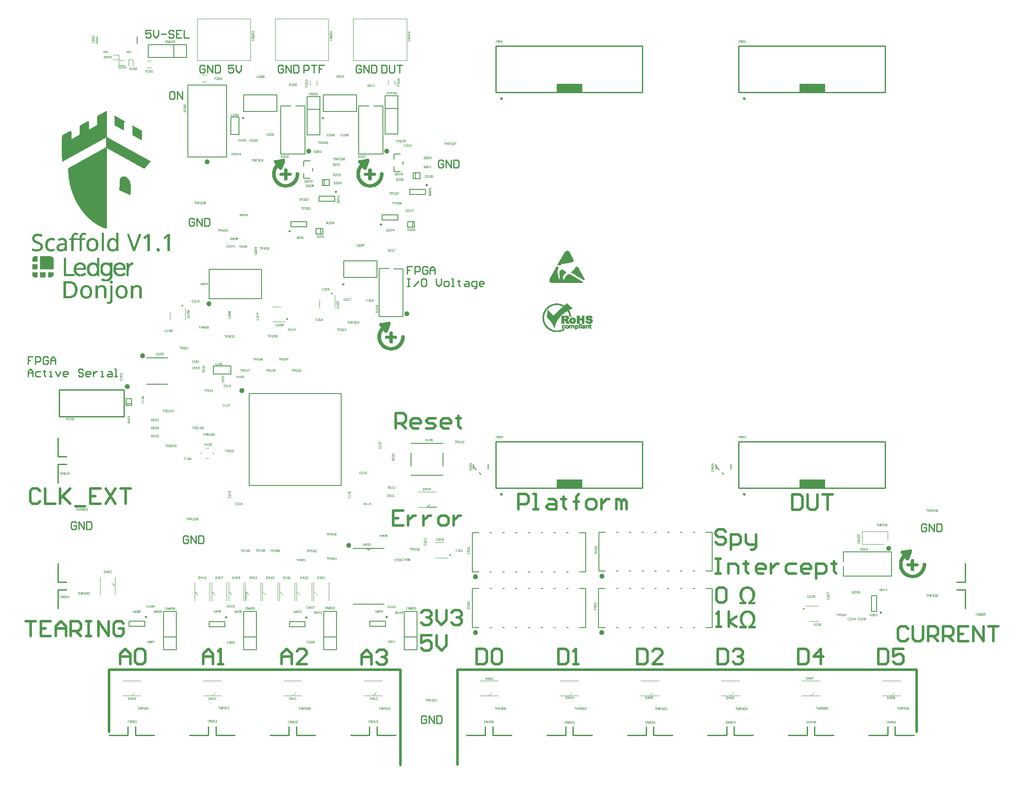
<source format=gto>
G04 Layer_Color=65535*
%FSTAX44Y44*%
%MOMM*%
G71*
G01*
G75*
%ADD48C,0.2500*%
%ADD49C,0.5000*%
%ADD52C,0.2540*%
%ADD74C,0.3000*%
%ADD75C,0.1000*%
%ADD76C,0.2000*%
%ADD77C,0.1524*%
%ADD78C,0.0254*%
%ADD79C,0.1200*%
%ADD80C,0.0508*%
%ADD81C,0.1270*%
%ADD82C,0.1500*%
%ADD83C,0.0500*%
%ADD84C,0.0600*%
%ADD85R,5.0465X1.7170*%
G36*
X00527137Y01296878D02*
X00527499Y01296818D01*
X0052786Y01296698D01*
X00528281Y01296517D01*
X00528642Y01296277D01*
X00529003Y01295976D01*
X00529063Y01295916D01*
X00529123Y01295795D01*
X00529304Y01295615D01*
X00529484Y01295314D01*
X00529605Y01294953D01*
X00529785Y01294532D01*
X00529845Y0129399D01*
X00529905Y01293388D01*
Y01293328D01*
Y01293087D01*
X00529845Y01292787D01*
X00529785Y01292426D01*
X00529665Y01292004D01*
X00529544Y01291583D01*
X00529304Y01291162D01*
X00529003Y01290741D01*
X00528943Y01290681D01*
X00528822Y0129062D01*
X00528642Y0129044D01*
X00528341Y0129032D01*
X0052804Y01290139D01*
X00527619Y01289958D01*
X00527137Y01289898D01*
X00526596Y01289838D01*
X00526355D01*
X00526115Y01289898D01*
X00525814Y01289958D01*
X00525032Y01290199D01*
X0052467Y0129038D01*
X00524309Y01290681D01*
X00524249Y01290741D01*
X00524189Y01290861D01*
X00524008Y01291042D01*
X00523888Y01291342D01*
X00523708Y01291703D01*
X00523527Y01292185D01*
X00523467Y01292726D01*
X00523407Y01293388D01*
Y01293448D01*
Y01293689D01*
X00523467Y0129399D01*
X00523527Y01294351D01*
X00523768Y01295193D01*
X00523948Y01295615D01*
X00524249Y01295976D01*
X00524309Y01296036D01*
X0052443Y01296156D01*
X0052461Y01296277D01*
X00524851Y01296457D01*
X00525212Y01296638D01*
X00525573Y01296818D01*
X00526054Y01296878D01*
X00526596Y01296938D01*
X00526837D01*
X00527137Y01296878D01*
D02*
G37*
G36*
X00434063Y01231951D02*
X00434304Y01231891D01*
X00434966Y0123171D01*
X00435267Y0123147D01*
X00435568Y01231229D01*
X00435628Y01231169D01*
X00435688Y01231109D01*
X00435808Y01230928D01*
X00435989Y01230687D01*
X00436169Y01230387D01*
X0043629Y01230025D01*
X0043635Y01229544D01*
X0043641Y01229063D01*
Y01229003D01*
Y01228822D01*
X0043635Y01228521D01*
X0043629Y0122822D01*
X00436049Y01227438D01*
X00435869Y01227077D01*
X00435568Y01226776D01*
X00435508D01*
X00435447Y01226656D01*
X00435267Y01226535D01*
X00435026Y01226415D01*
X00434424Y01226174D01*
X00434063Y01226114D01*
X00433642Y01226054D01*
X00433462D01*
X00433221Y01226114D01*
X0043298Y01226174D01*
X00432379Y01226355D01*
X00432018Y01226535D01*
X00431717Y01226776D01*
X00431656Y01226836D01*
X00431596Y01226897D01*
X00431476Y01227077D01*
X00431356Y01227378D01*
X00431175Y01227679D01*
X00431055Y012281D01*
X00430995Y01228521D01*
X00430934Y01229063D01*
Y01229123D01*
Y01229303D01*
X00430995Y01229544D01*
X00431055Y01229905D01*
X00431296Y01230567D01*
X00431476Y01230928D01*
X00431717Y01231229D01*
X00431777Y01231289D01*
X00431837Y01231349D01*
X00432018Y0123147D01*
X00432258Y0123165D01*
X0043286Y01231891D01*
X00433221Y01231951D01*
X00433642Y01232011D01*
X00433823D01*
X00434063Y01231951D01*
D02*
G37*
G36*
X00396924Y01316856D02*
X00397405Y01316795D01*
X00397947Y01316735D01*
X00398549Y01316615D01*
X00399211Y01316434D01*
X00400594Y01316013D01*
X00401317Y01315712D01*
X00402039Y01315351D01*
X00402761Y0131493D01*
X00403483Y01314449D01*
X00404145Y01313907D01*
X00404746Y01313245D01*
X00404807Y01313185D01*
X00404867Y01313065D01*
X00405047Y01312884D01*
X00405228Y01312583D01*
X00405529Y01312222D01*
X00405769Y01311741D01*
X0040607Y0131126D01*
X00406371Y01310658D01*
X00406672Y01309996D01*
X00406973Y01309274D01*
X00407274Y01308431D01*
X00407514Y01307589D01*
X00407695Y01306626D01*
X00407875Y01305663D01*
X00407936Y0130458D01*
X00407996Y01303497D01*
Y01303437D01*
Y01303196D01*
Y01302896D01*
X00407936Y01302474D01*
X00407875Y01301933D01*
X00407815Y01301331D01*
X00407755Y01300609D01*
X00407575Y01299887D01*
X00407214Y01298322D01*
X00406612Y01296638D01*
X00406251Y01295855D01*
X0040583Y01295013D01*
X00405348Y01294291D01*
X00404746Y01293569D01*
X00404686Y01293509D01*
X00404626Y01293388D01*
X00404446Y01293268D01*
X00404145Y01293027D01*
X00403844Y01292726D01*
X00403423Y01292426D01*
X00403001Y01292125D01*
X0040246Y01291824D01*
X00401858Y01291463D01*
X00401196Y01291162D01*
X00400474Y01290861D01*
X00399692Y0129056D01*
X00398849Y0129032D01*
X00397887Y01290199D01*
X00396924Y01290079D01*
X00395901Y01290019D01*
X00395299D01*
X00394637Y01290079D01*
X00393795Y01290199D01*
X00392832Y0129044D01*
X00391809Y01290681D01*
X00390726Y01291102D01*
X00389643Y01291643D01*
X00389523Y01291703D01*
X00389222Y01291944D01*
X0038868Y01292305D01*
X00388079Y01292847D01*
X00387417Y01293509D01*
X00386755Y01294291D01*
X00386033Y01295254D01*
X00385431Y01296337D01*
Y01296397D01*
X00385371Y01296457D01*
X00385311Y01296638D01*
X0038519Y01296878D01*
X0038495Y0129754D01*
X00384709Y01298383D01*
X00384468Y01299406D01*
X00384228Y01300669D01*
X00384047Y01301993D01*
X00383987Y01303497D01*
Y01303557D01*
Y01303798D01*
Y01304099D01*
X00384047Y0130452D01*
X00384107Y01305062D01*
X00384167Y01305663D01*
X00384228Y01306325D01*
X00384408Y01307047D01*
X00384769Y01308672D01*
X00385311Y01310297D01*
X00385672Y01311079D01*
X00386153Y01311861D01*
X00386634Y01312583D01*
X00387176Y01313305D01*
X00387236Y01313366D01*
X00387296Y01313486D01*
X00387537Y01313667D01*
X00387778Y01313847D01*
X00388079Y01314148D01*
X003885Y01314449D01*
X00388921Y0131475D01*
X00389463Y01315111D01*
X00390064Y01315472D01*
X00390726Y01315773D01*
X00391448Y01316073D01*
X0039223Y01316374D01*
X00393133Y01316555D01*
X00394036Y01316735D01*
X00394999Y01316856D01*
X00396021Y01316916D01*
X00396563D01*
X00396924Y01316856D01*
D02*
G37*
G36*
X00419067Y012905D02*
X00414254D01*
Y01326965D01*
X00419067D01*
Y012905D01*
D02*
G37*
G36*
X00336992Y01316795D02*
X00337353D01*
X00337835Y01316735D01*
X00338857Y01316615D01*
X00340001Y01316314D01*
X00341144Y01315953D01*
X00342227Y01315412D01*
X0034319Y01314689D01*
X0034331Y01314569D01*
X00343551Y01314268D01*
X00343912Y01313787D01*
X00344333Y01313065D01*
X00344754Y01312162D01*
X00345115Y01311019D01*
X00345356Y01309635D01*
X00345476Y0130807D01*
Y012905D01*
X00341806D01*
X00341166Y01293645D01*
X00340843Y01293268D01*
X00340362Y01292787D01*
X0033976Y01292245D01*
X00339158Y01291764D01*
X00338436Y01291282D01*
X00337714Y01290861D01*
X00337654Y01290801D01*
X00337353Y01290741D01*
X00336932Y0129062D01*
X0033639Y0129044D01*
X00335668Y01290259D01*
X00334886Y01290139D01*
X00333923Y01290079D01*
X003329Y01290019D01*
X00332539D01*
X00332239Y01290079D01*
X00331516Y01290139D01*
X00330614Y01290259D01*
X00329651Y012905D01*
X00328568Y01290861D01*
X00327545Y01291403D01*
X00326642Y01292065D01*
X00326522Y01292185D01*
X00326281Y01292426D01*
X0032592Y01292907D01*
X00325559Y01293569D01*
X00325138Y01294351D01*
X00324777Y01295374D01*
X00324536Y01296517D01*
X00324416Y01297841D01*
Y01297961D01*
Y01298202D01*
X00324476Y01298563D01*
X00324596Y01299105D01*
X00324777Y01299706D01*
X00325078Y01300368D01*
X00325499Y01301151D01*
X0032598Y01301873D01*
X00326642Y01302655D01*
X00327485Y01303377D01*
X00328508Y01304099D01*
X00329771Y01304761D01*
X00330433Y01305062D01*
X00331216Y01305302D01*
X00331998Y01305543D01*
X003329Y01305724D01*
X00333803Y01305904D01*
X00334826Y01306024D01*
X00335909Y01306145D01*
X00337052Y01306205D01*
X00340843Y01306325D01*
Y01307469D01*
Y01307529D01*
Y01307589D01*
Y0130795D01*
X00340783Y01308431D01*
X00340723Y01309033D01*
X00340542Y01309695D01*
X00340362Y01310357D01*
X00340061Y01310959D01*
X003397Y013115D01*
X0033964Y0131156D01*
X00339459Y01311681D01*
X00339218Y01311922D01*
X00338797Y01312162D01*
X00338316Y01312403D01*
X00337654Y01312643D01*
X00336872Y01312764D01*
X00335969Y01312824D01*
X00335428D01*
X00335127Y01312764D01*
X00334766Y01312704D01*
X00333923Y01312583D01*
X0033284Y01312343D01*
X00331577Y01312042D01*
X00330193Y0131156D01*
X00328628Y01310898D01*
X00327244Y01314449D01*
X00327365Y01314509D01*
X00327605Y01314629D01*
X00328026Y0131487D01*
X00328568Y01315111D01*
X0032923Y01315412D01*
X00330012Y01315712D01*
X00330794Y01316013D01*
X00331637Y01316254D01*
X00331757D01*
X00332058Y01316374D01*
X00332479Y01316434D01*
X00333081Y01316555D01*
X00333743Y01316675D01*
X00334525Y01316735D01*
X0033621Y01316856D01*
X00336631D01*
X00336992Y01316795D01*
D02*
G37*
G36*
X00485391Y01223106D02*
X00485812D01*
X00486233Y01223045D01*
X00487316Y01222865D01*
X00488459Y01222624D01*
X00489663Y01222203D01*
X00490746Y01221601D01*
X00491769Y01220819D01*
X00491889Y01220699D01*
X0049213Y01220398D01*
X00492551Y01219856D01*
X00493032Y01219074D01*
X00493454Y01218051D01*
X00493694Y01217449D01*
X00493875Y01216787D01*
X00493995Y01216065D01*
X00494116Y01215283D01*
X00494236Y01214441D01*
Y01213538D01*
Y0119675D01*
X00489482D01*
Y01213418D01*
Y01213478D01*
Y01213538D01*
Y01213899D01*
X00489422Y01214381D01*
X00489302Y01214982D01*
X00489182Y01215704D01*
X00488941Y01216366D01*
X0048864Y01217028D01*
X00488219Y0121763D01*
X00488159Y0121769D01*
X00487978Y01217871D01*
X00487677Y01218051D01*
X00487256Y01218352D01*
X00486654Y01218593D01*
X00485992Y01218773D01*
X0048515Y01218954D01*
X00484187Y01219014D01*
X00483585D01*
X00482924Y01218894D01*
X00482081Y01218773D01*
X00481239Y01218532D01*
X00480276Y01218171D01*
X00479434Y0121769D01*
X00478712Y01217028D01*
X00478651Y01216908D01*
X00478471Y01216667D01*
X0047817Y01216126D01*
X00477869Y01215464D01*
X00477568Y01214501D01*
X00477267Y01213358D01*
X00477207Y01212696D01*
X00477087Y01211974D01*
X00477027Y01211191D01*
Y01210349D01*
Y0119675D01*
X00472273D01*
Y01222684D01*
X00476244D01*
X00476799Y01219809D01*
X00476846Y01219856D01*
X00477207Y01220277D01*
X00477628Y01220699D01*
X0047823Y0122118D01*
X00478892Y01221662D01*
X00479674Y01222083D01*
X00479795Y01222143D01*
X00480095Y01222263D01*
X00480517Y01222444D01*
X00481118Y01222624D01*
X0048184Y01222805D01*
X00482683Y01222985D01*
X00483646Y01223106D01*
X00484608Y01223166D01*
X0048509D01*
X00485391Y01223106D01*
D02*
G37*
G36*
X00384541D02*
X00385023Y01223045D01*
X00385564Y01222985D01*
X00386166Y01222865D01*
X00386828Y01222684D01*
X00388212Y01222263D01*
X00388934Y01221962D01*
X00389656Y01221601D01*
X00390378Y0122118D01*
X003911Y01220699D01*
X00391762Y01220157D01*
X00392364Y01219495D01*
X00392424Y01219435D01*
X00392484Y01219315D01*
X00392665Y01219134D01*
X00392845Y01218833D01*
X00393146Y01218472D01*
X00393387Y01217991D01*
X00393688Y0121751D01*
X00393988Y01216908D01*
X00394289Y01216246D01*
X0039459Y01215524D01*
X00394891Y01214681D01*
X00395132Y01213839D01*
X00395312Y01212876D01*
X00395493Y01211914D01*
X00395553Y0121083D01*
X00395613Y01209747D01*
Y01209687D01*
Y01209446D01*
Y01209146D01*
X00395553Y01208724D01*
X00395493Y01208183D01*
X00395433Y01207581D01*
X00395372Y01206859D01*
X00395192Y01206137D01*
X00394831Y01204572D01*
X00394229Y01202888D01*
X00393868Y01202105D01*
X00393447Y01201263D01*
X00392966Y01200541D01*
X00392364Y01199819D01*
X00392304Y01199759D01*
X00392243Y01199638D01*
X00392063Y01199518D01*
X00391762Y01199277D01*
X00391461Y01198976D01*
X0039104Y01198676D01*
X00390619Y01198375D01*
X00390077Y01198074D01*
X00389476Y01197713D01*
X00388814Y01197412D01*
X00388092Y01197111D01*
X00387309Y0119681D01*
X00386467Y0119657D01*
X00385504Y01196449D01*
X00384541Y01196329D01*
X00383518Y01196269D01*
X00382917D01*
X00382255Y01196329D01*
X00381412Y01196449D01*
X0038045Y0119669D01*
X00379427Y0119693D01*
X00378344Y01197352D01*
X00377261Y01197893D01*
X0037714Y01197953D01*
X00376839Y01198194D01*
X00376298Y01198555D01*
X00375696Y01199097D01*
X00375034Y01199759D01*
X00374372Y01200541D01*
X0037365Y01201504D01*
X00373048Y01202587D01*
Y01202647D01*
X00372988Y01202707D01*
X00372928Y01202888D01*
X00372808Y01203128D01*
X00372567Y0120379D01*
X00372326Y01204633D01*
X00372086Y01205656D01*
X00371845Y01206919D01*
X00371664Y01208243D01*
X00371604Y01209747D01*
Y01209808D01*
Y01210048D01*
Y01210349D01*
X00371664Y0121077D01*
X00371725Y01211312D01*
X00371785Y01211914D01*
X00371845Y01212575D01*
X00372025Y01213298D01*
X00372387Y01214922D01*
X00372928Y01216547D01*
X00373289Y01217329D01*
X0037377Y01218111D01*
X00374252Y01218833D01*
X00374793Y01219555D01*
X00374854Y01219616D01*
X00374914Y01219736D01*
X00375154Y01219917D01*
X00375395Y01220097D01*
X00375696Y01220398D01*
X00376117Y01220699D01*
X00376538Y01221D01*
X0037708Y01221361D01*
X00377682Y01221722D01*
X00378344Y01222022D01*
X00379066Y01222323D01*
X00379848Y01222624D01*
X00380751Y01222805D01*
X00381653Y01222985D01*
X00382616Y01223106D01*
X00383639Y01223166D01*
X0038418D01*
X00384541Y01223106D01*
D02*
G37*
G36*
X00436049Y0119344D02*
Y0119338D01*
Y0119308D01*
X00435989Y01192718D01*
X00435929Y01192177D01*
X00435808Y01191575D01*
X00435688Y01190913D01*
X00435447Y01190191D01*
X00435146Y01189469D01*
X00434725Y01188747D01*
X00434244Y01188025D01*
X00433642Y01187363D01*
X0043298Y01186761D01*
X00432138Y0118622D01*
X00431115Y01185859D01*
X00430032Y01185618D01*
X00428708Y01185498D01*
X00428347D01*
X00427926Y01185558D01*
X00427384Y01185618D01*
X00426782Y01185678D01*
X00426121Y01185859D01*
X00425398Y01186039D01*
X00424737Y0118628D01*
Y01190131D01*
X00424857D01*
X00425098Y01190071D01*
X00425519Y0118995D01*
X00426Y0118989D01*
X00426542Y0118977D01*
X00427144Y0118965D01*
X00427745Y01189589D01*
X00428527D01*
X00428828Y0118965D01*
X00429129Y0118971D01*
X00429911Y0118995D01*
X00430212Y01190131D01*
X00430513Y01190432D01*
X00430573Y01190492D01*
X00430634Y01190612D01*
X00430754Y01190793D01*
X00430874Y01191094D01*
X00430995Y01191455D01*
X00431115Y01191936D01*
X00431235Y01192478D01*
Y0119314D01*
Y01222684D01*
X00436049D01*
Y0119344D01*
D02*
G37*
G36*
X00454943Y01223106D02*
X00455425Y01223045D01*
X00455966Y01222985D01*
X00456568Y01222865D01*
X0045723Y01222684D01*
X00458614Y01222263D01*
X00459336Y01221962D01*
X00460058Y01221601D01*
X0046078Y0122118D01*
X00461502Y01220699D01*
X00462164Y01220157D01*
X00462766Y01219495D01*
X00462826Y01219435D01*
X00462886Y01219315D01*
X00463067Y01219134D01*
X00463247Y01218833D01*
X00463548Y01218472D01*
X00463789Y01217991D01*
X0046409Y0121751D01*
X0046439Y01216908D01*
X00464691Y01216246D01*
X00464992Y01215524D01*
X00465293Y01214681D01*
X00465534Y01213839D01*
X00465714Y01212876D01*
X00465895Y01211914D01*
X00465955Y0121083D01*
X00466015Y01209747D01*
Y01209687D01*
Y01209446D01*
Y01209146D01*
X00465955Y01208724D01*
X00465895Y01208183D01*
X00465835Y01207581D01*
X00465774Y01206859D01*
X00465594Y01206137D01*
X00465233Y01204572D01*
X00464631Y01202888D01*
X0046427Y01202105D01*
X00463849Y01201263D01*
X00463368Y01200541D01*
X00462766Y01199819D01*
X00462706Y01199759D01*
X00462645Y01199638D01*
X00462465Y01199518D01*
X00462164Y01199277D01*
X00461863Y01198976D01*
X00461442Y01198676D01*
X00461021Y01198375D01*
X00460479Y01198074D01*
X00459877Y01197713D01*
X00459216Y01197412D01*
X00458493Y01197111D01*
X00457711Y0119681D01*
X00456869Y0119657D01*
X00455906Y01196449D01*
X00454943Y01196329D01*
X0045392Y01196269D01*
X00453319D01*
X00452657Y01196329D01*
X00451814Y01196449D01*
X00450852Y0119669D01*
X00449829Y0119693D01*
X00448745Y01197352D01*
X00447662Y01197893D01*
X00447542Y01197953D01*
X00447241Y01198194D01*
X004467Y01198555D01*
X00446098Y01199097D01*
X00445436Y01199759D01*
X00444774Y01200541D01*
X00444052Y01201504D01*
X0044345Y01202587D01*
Y01202647D01*
X0044339Y01202707D01*
X0044333Y01202888D01*
X0044321Y01203128D01*
X00442969Y0120379D01*
X00442728Y01204633D01*
X00442488Y01205656D01*
X00442247Y01206919D01*
X00442066Y01208243D01*
X00442006Y01209747D01*
Y01209808D01*
Y01210048D01*
Y01210349D01*
X00442066Y0121077D01*
X00442127Y01211312D01*
X00442187Y01211914D01*
X00442247Y01212575D01*
X00442427Y01213298D01*
X00442788Y01214922D01*
X0044333Y01216547D01*
X00443691Y01217329D01*
X00444172Y01218111D01*
X00444654Y01218833D01*
X00445195Y01219555D01*
X00445256Y01219616D01*
X00445316Y01219736D01*
X00445556Y01219917D01*
X00445797Y01220097D01*
X00446098Y01220398D01*
X00446519Y01220699D01*
X0044694Y01221D01*
X00447482Y01221361D01*
X00448084Y01221722D01*
X00448745Y01222022D01*
X00449468Y01222323D01*
X0045025Y01222624D01*
X00451152Y01222805D01*
X00452055Y01222985D01*
X00453018Y01223106D01*
X00454041Y01223166D01*
X00454582D01*
X00454943Y01223106D01*
D02*
G37*
G36*
X00414989D02*
X0041541D01*
X00415831Y01223045D01*
X00416914Y01222865D01*
X00418058Y01222624D01*
X00419261Y01222203D01*
X00420344Y01221601D01*
X00421367Y01220819D01*
X00421487Y01220699D01*
X00421728Y01220398D01*
X00422149Y01219856D01*
X00422631Y01219074D01*
X00423052Y01218051D01*
X00423293Y01217449D01*
X00423473Y01216787D01*
X00423593Y01216065D01*
X00423714Y01215283D01*
X00423834Y01214441D01*
Y01213538D01*
Y0119675D01*
X0041908D01*
Y01213418D01*
Y01213478D01*
Y01213538D01*
Y01213899D01*
X0041902Y01214381D01*
X004189Y01214982D01*
X0041878Y01215704D01*
X00418539Y01216366D01*
X00418238Y01217028D01*
X00417817Y0121763D01*
X00417757Y0121769D01*
X00417576Y01217871D01*
X00417275Y01218051D01*
X00416854Y01218352D01*
X00416252Y01218593D01*
X0041559Y01218773D01*
X00414748Y01218954D01*
X00413785Y01219014D01*
X00413184D01*
X00412522Y01218894D01*
X00411679Y01218773D01*
X00410837Y01218532D01*
X00409874Y01218171D01*
X00409032Y0121769D01*
X0040831Y01217028D01*
X00408249Y01216908D01*
X00408069Y01216667D01*
X00407768Y01216126D01*
X00407467Y01215464D01*
X00407166Y01214501D01*
X00406865Y01213358D01*
X00406805Y01212696D01*
X00406685Y01211974D01*
X00406625Y01211191D01*
Y01210349D01*
Y0119675D01*
X00401871D01*
Y01222684D01*
X00405842D01*
X00406397Y01219809D01*
X00406444Y01219856D01*
X00406805Y01220277D01*
X00407226Y01220699D01*
X00407828Y0122118D01*
X0040849Y01221662D01*
X00409272Y01222083D01*
X00409393Y01222143D01*
X00409693Y01222263D01*
X00410115Y01222444D01*
X00410716Y01222624D01*
X00411438Y01222805D01*
X00412281Y01222985D01*
X00413244Y01223106D01*
X00414206Y01223166D01*
X00414688D01*
X00414989Y01223106D01*
D02*
G37*
G36*
X00350784Y01230988D02*
X00351446Y01230928D01*
X00352229Y01230808D01*
X00353071Y01230687D01*
X00354034Y01230507D01*
X00354997Y01230266D01*
X0035602Y01229965D01*
X00357043Y01229604D01*
X00358065Y01229183D01*
X00359088Y01228642D01*
X00360111Y0122804D01*
X00361074Y01227378D01*
X00361916Y01226596D01*
X00361977Y01226535D01*
X00362097Y01226415D01*
X00362338Y01226114D01*
X00362639Y01225753D01*
X00362939Y01225332D01*
X003633Y0122479D01*
X00363722Y01224128D01*
X00364143Y01223407D01*
X00364564Y01222564D01*
X00364985Y01221601D01*
X00365346Y01220578D01*
X00365647Y01219495D01*
X00365948Y01218292D01*
X00366189Y01217028D01*
X00366309Y01215644D01*
X00366369Y012142D01*
Y0121408D01*
Y01213839D01*
Y01213418D01*
X00366309Y01212816D01*
X00366249Y01212094D01*
X00366129Y01211312D01*
X00366008Y01210409D01*
X00365768Y01209446D01*
X00365527Y01208423D01*
X00365226Y0120734D01*
X00364865Y01206257D01*
X00364444Y01205174D01*
X00363902Y01204151D01*
X0036324Y01203128D01*
X00362578Y01202166D01*
X00361736Y01201263D01*
X00361676Y01201203D01*
X00361495Y01201082D01*
X00361255Y01200842D01*
X00360894Y01200541D01*
X00360412Y0120024D01*
X0035981Y01199819D01*
X00359148Y01199458D01*
X00358366Y01199037D01*
X00357464Y01198615D01*
X00356441Y01198194D01*
X00355358Y01197773D01*
X00354214Y01197472D01*
X00352891Y01197171D01*
X00351567Y0119693D01*
X00350062Y0119681D01*
X00348498Y0119675D01*
X0033875D01*
Y01231048D01*
X00350243D01*
X00350784Y01230988D01*
D02*
G37*
G36*
X00448071Y012905D02*
X00444039D01*
X00443631Y01293306D01*
X00443558Y01293208D01*
X00443257Y01292907D01*
X00442896Y01292606D01*
X00442535Y01292245D01*
X00442053Y01291944D01*
X00441512Y01291583D01*
X0044091Y01291222D01*
X00440248Y01290921D01*
X00439526Y0129062D01*
X00438684Y0129038D01*
X00437841Y01290199D01*
X00436939Y01290079D01*
X00435916Y01290019D01*
X00435434D01*
X00435073Y01290079D01*
X00434652Y01290139D01*
X00434111Y01290199D01*
X00432967Y0129044D01*
X00431704Y01290861D01*
X00430982Y01291162D01*
X0043032Y01291523D01*
X00429658Y01291884D01*
X00429056Y01292365D01*
X00428394Y01292907D01*
X00427853Y01293509D01*
Y01293569D01*
X00427732Y01293689D01*
X00427612Y0129387D01*
X00427431Y01294171D01*
X00427191Y01294532D01*
X0042695Y01294953D01*
X00426709Y01295434D01*
X00426469Y01296036D01*
X00426168Y01296698D01*
X00425927Y0129748D01*
X00425686Y01298262D01*
X00425446Y01299165D01*
X00425265Y01300128D01*
X00425145Y01301151D01*
X00425085Y01302234D01*
X00425025Y01303377D01*
Y01303437D01*
Y01303678D01*
Y01303979D01*
X00425085Y0130446D01*
Y01304941D01*
X00425205Y01305603D01*
X00425265Y01306265D01*
X00425386Y01306987D01*
X00425747Y01308612D01*
X00426228Y01310237D01*
X0042695Y01311861D01*
X00427371Y01312583D01*
X00427853Y01313305D01*
X00427913Y01313366D01*
X00427973Y01313486D01*
X00428154Y01313667D01*
X00428394Y01313847D01*
X00428695Y01314148D01*
X00429056Y01314449D01*
X00429477Y0131475D01*
X00429959Y01315111D01*
X004305Y01315472D01*
X00431102Y01315773D01*
X00432486Y01316374D01*
X00433268Y01316555D01*
X00434111Y01316735D01*
X00434953Y01316856D01*
X00435916Y01316916D01*
X00436457D01*
X00436818Y01316856D01*
X0043724Y01316795D01*
X00437781Y01316735D01*
X00438924Y01316434D01*
X00440248Y01316013D01*
X0044091Y01315712D01*
X00441572Y01315351D01*
X00442234Y0131493D01*
X00442836Y01314388D01*
X00443437Y01313847D01*
X00443474Y01313803D01*
X00443377Y01314509D01*
X00443317Y01316314D01*
Y01326965D01*
X00448071D01*
Y012905D01*
D02*
G37*
G36*
X0031539Y01316856D02*
X00315932Y01316795D01*
X00316533Y01316735D01*
X00317917Y01316495D01*
X00317978D01*
X00318218Y01316434D01*
X00318579Y01316314D01*
X00319061Y01316194D01*
X00319542Y01316013D01*
X00320084Y01315833D01*
X00321167Y01315351D01*
X00319783Y0131144D01*
X00319723D01*
X00319482Y0131156D01*
X00319181Y01311621D01*
X0031876Y01311741D01*
X00318278Y01311861D01*
X00317737Y01312042D01*
X00316654Y01312283D01*
X00316594D01*
X00316413Y01312343D01*
X00316112Y01312403D01*
X00315811Y01312463D01*
X00314969Y01312583D01*
X00314126Y01312643D01*
X00313826D01*
X00313465Y01312583D01*
X00312983Y01312523D01*
X00312442Y01312343D01*
X0031184Y01312162D01*
X00311238Y01311861D01*
X00310576Y013115D01*
X00309854Y01310959D01*
X00309252Y01310357D01*
X00308651Y01309635D01*
X00308109Y01308732D01*
X00307628Y01307649D01*
X00307267Y01306386D01*
X00307026Y01304941D01*
X00306966Y01303317D01*
Y01303257D01*
Y01303136D01*
Y01302896D01*
Y01302595D01*
X00307026Y01302234D01*
X00307086Y01301812D01*
X00307207Y01300789D01*
X00307387Y01299706D01*
X00307688Y01298563D01*
X00308109Y0129748D01*
X00308711Y01296517D01*
X00308771Y01296397D01*
X00309072Y01296156D01*
X00309433Y01295795D01*
X00310035Y01295374D01*
X00310757Y01294953D01*
X00311659Y01294592D01*
X00312682Y01294351D01*
X00313886Y01294231D01*
X00314427D01*
X00315029Y01294291D01*
X00315872Y01294411D01*
X00316894Y01294592D01*
X00318098Y01294832D01*
X00319361Y01295133D01*
X00320806Y01295615D01*
Y01291463D01*
X00320746D01*
X00320685Y01291403D01*
X00320505Y01291342D01*
X00320324Y01291222D01*
X00319662Y01290981D01*
X0031888Y01290741D01*
X00317857Y012905D01*
X00316714Y01290259D01*
X0031545Y01290079D01*
X00314006Y01290019D01*
X00313465D01*
X00313104Y01290079D01*
X00312622Y01290139D01*
X00312081Y01290199D01*
X00311419Y0129032D01*
X00310817Y0129044D01*
X00309373Y01290861D01*
X00308651Y01291162D01*
X00307929Y01291523D01*
X00307207Y01291884D01*
X00306485Y01292365D01*
X00305823Y01292907D01*
X00305221Y01293509D01*
X00305161Y01293569D01*
X00305101Y01293689D01*
X0030492Y0129387D01*
X0030474Y01294171D01*
X00304499Y01294532D01*
X00304258Y01294953D01*
X00303957Y01295434D01*
X00303657Y01296036D01*
X00303356Y01296698D01*
X00303055Y0129742D01*
X00302814Y01298262D01*
X00302573Y01299105D01*
X00302393Y01300067D01*
X00302212Y0130109D01*
X00302152Y01302173D01*
X00302092Y01303317D01*
Y01303377D01*
Y01303618D01*
Y01303918D01*
X00302152Y013044D01*
X00302212Y01304941D01*
X00302272Y01305543D01*
X00302333Y01306205D01*
X00302513Y01306987D01*
X00302874Y01308612D01*
X00303416Y01310237D01*
X00303777Y01311079D01*
X00304198Y01311861D01*
X00304679Y01312583D01*
X00305221Y01313305D01*
X00305281Y01313366D01*
X00305341Y01313486D01*
X00305582Y01313667D01*
X00305823Y01313847D01*
X00306124Y01314148D01*
X00306545Y01314449D01*
X00307026Y0131475D01*
X00307568Y01315111D01*
X00308169Y01315472D01*
X00308831Y01315773D01*
X00309553Y01316073D01*
X00310396Y01316374D01*
X00311238Y01316555D01*
X00312201Y01316735D01*
X00313164Y01316856D01*
X00314247Y01316916D01*
X00314909D01*
X0031539Y01316856D01*
D02*
G37*
G36*
X00288012Y0132522D02*
X00288493D01*
X00289035Y01325159D01*
X00289636Y01325099D01*
X00290298Y01325039D01*
X00291742Y01324738D01*
X00293367Y01324377D01*
X00295052Y01323896D01*
X00296797Y01323174D01*
X00295413Y01319142D01*
X00295353D01*
X00295232Y01319202D01*
X00294992Y01319323D01*
X00294631Y01319443D01*
X00294209Y01319563D01*
X00293788Y01319684D01*
X00292645Y01320045D01*
X00291381Y01320346D01*
X00289937Y01320647D01*
X00288493Y01320827D01*
X00287049Y01320887D01*
X00286567D01*
X00286026Y01320827D01*
X00285424Y01320767D01*
X00284702Y01320586D01*
X0028392Y01320406D01*
X00283198Y01320105D01*
X00282536Y01319684D01*
X00282476Y01319624D01*
X00282295Y01319443D01*
X00282055Y01319202D01*
X00281754Y01318841D01*
X00281453Y0131836D01*
X00281212Y01317758D01*
X00281032Y01317096D01*
X00280971Y01316374D01*
Y01316314D01*
Y01316073D01*
X00281032Y01315773D01*
Y01315412D01*
X00281212Y01314509D01*
X00281393Y01314088D01*
X00281573Y01313667D01*
X00281633Y01313606D01*
X00281693Y01313486D01*
X00281814Y01313305D01*
X00282055Y01313065D01*
X00282355Y01312764D01*
X00282716Y01312403D01*
X00283138Y01312102D01*
X00283619Y01311741D01*
X00283679Y01311681D01*
X0028392Y01311621D01*
X00284221Y0131144D01*
X00284702Y01311199D01*
X00285364Y01310898D01*
X00286146Y01310598D01*
X00287049Y01310237D01*
X00288132Y01309815D01*
X00288192D01*
X00288373Y01309755D01*
X00288613Y01309635D01*
X00288974Y01309454D01*
X00289456Y01309274D01*
X00289937Y01309093D01*
X0029108Y01308552D01*
X00292284Y0130795D01*
X00293487Y01307228D01*
X00294631Y01306446D01*
X00295112Y01306024D01*
X00295533Y01305603D01*
X00295653Y01305483D01*
X00295894Y01305182D01*
X00296195Y01304701D01*
X00296616Y01304039D01*
X00296977Y01303196D01*
X00297338Y01302234D01*
X00297579Y0130109D01*
X00297639Y01299827D01*
Y01299767D01*
Y01299646D01*
Y01299406D01*
X00297579Y01299044D01*
X00297519Y01298683D01*
X00297459Y01298202D01*
X00297218Y01297179D01*
X00296797Y01296036D01*
X00296195Y01294832D01*
X00295834Y01294231D01*
X00295413Y01293689D01*
X00294871Y01293087D01*
X0029427Y01292606D01*
X00294209D01*
X00294089Y01292486D01*
X00293909Y01292365D01*
X00293668Y01292185D01*
X00293307Y01292004D01*
X00292946Y01291764D01*
X00292464Y01291583D01*
X00291923Y01291342D01*
X00291321Y01291102D01*
X00290599Y01290861D01*
X00289877Y0129062D01*
X00289095Y0129044D01*
X00288252Y01290259D01*
X0028729Y01290139D01*
X00286327Y01290079D01*
X00285304Y01290019D01*
X00284281D01*
X00283799Y01290079D01*
X00283198Y01290139D01*
X00282536D01*
X00281814Y01290259D01*
X0028031Y0129044D01*
X00278685Y01290741D01*
X0027712Y01291162D01*
X00275676Y01291703D01*
Y01296277D01*
X00275736D01*
X00275797Y01296216D01*
X00276158Y01296096D01*
X00276639Y01295976D01*
X00277301Y01295735D01*
X00278083Y01295494D01*
X00278925Y01295254D01*
X00280671Y01294832D01*
X00280791D01*
X00281092Y01294772D01*
X00281573Y01294712D01*
X00282175Y01294592D01*
X00282897Y01294532D01*
X00283679Y01294411D01*
X00285424Y01294351D01*
X00286026D01*
X00286688Y01294411D01*
X0028753Y01294532D01*
X00288433Y01294652D01*
X00289335Y01294893D01*
X00290178Y01295254D01*
X0029096Y01295675D01*
X0029102Y01295735D01*
X00291261Y01295916D01*
X00291562Y01296216D01*
X00291863Y01296698D01*
X00292224Y01297239D01*
X00292464Y01297841D01*
X00292705Y01298623D01*
X00292765Y01299466D01*
Y01299526D01*
Y01299706D01*
X00292705Y01300007D01*
Y01300368D01*
X00292464Y01301211D01*
X00292344Y01301632D01*
X00292103Y01302053D01*
Y01302113D01*
X00291983Y01302234D01*
X00291803Y01302414D01*
X00291622Y01302655D01*
X00291321Y01302956D01*
X0029096Y01303257D01*
X00290479Y01303618D01*
X00289937Y01303918D01*
X00289877Y01303979D01*
X00289636Y01304099D01*
X00289275Y01304279D01*
X00288734Y0130452D01*
X00288072Y01304821D01*
X00287229Y01305182D01*
X00286206Y01305603D01*
X00285063Y01306024D01*
X00285003D01*
X00284883Y01306085D01*
X00284642Y01306205D01*
X00284281Y01306325D01*
X0028392Y01306506D01*
X00283438Y01306686D01*
X00282416Y01307168D01*
X00281272Y01307769D01*
X00280189Y01308492D01*
X00279106Y01309274D01*
X00278625Y01309695D01*
X00278204Y01310116D01*
X00278143Y01310237D01*
X00277903Y01310538D01*
X00277542Y01311079D01*
X00277181Y01311801D01*
X00276759Y01312704D01*
X00276458Y01313787D01*
X00276218Y0131499D01*
X00276097Y01316374D01*
Y01316434D01*
Y01316555D01*
Y01316795D01*
X00276158Y01317036D01*
X00276218Y01317397D01*
X00276278Y01317818D01*
X00276458Y01318721D01*
X00276819Y01319744D01*
X00277361Y01320827D01*
X00277722Y01321369D01*
X00278143Y0132191D01*
X00278564Y01322392D01*
X00279106Y01322873D01*
X00279166D01*
X00279226Y01322993D01*
X00279407Y01323114D01*
X00279648Y01323234D01*
X00279949Y01323414D01*
X0028037Y01323655D01*
X00280791Y01323836D01*
X00281272Y01324076D01*
X00282416Y01324498D01*
X00283799Y01324919D01*
X00285364Y01325159D01*
X00287169Y0132528D01*
X00287651D01*
X00288012Y0132522D01*
D02*
G37*
G36*
X00379655Y01327145D02*
X00380256Y01327085D01*
X00380978Y01326965D01*
X00381881Y01326784D01*
X00382844Y01326543D01*
X00383987Y01326243D01*
X00382783Y01322452D01*
X00382663Y01322512D01*
X00382362Y01322572D01*
X00381881Y01322692D01*
X00381339Y01322813D01*
X00380677Y01322933D01*
X00380015Y01323053D01*
X00379354Y01323174D01*
X00378451D01*
X0037809Y01323114D01*
X00377669Y01322993D01*
X00377187Y01322873D01*
X00376766Y01322632D01*
X00376285Y01322331D01*
X00375924Y0132191D01*
X00375864Y0132185D01*
X00375803Y01321669D01*
X00375623Y01321369D01*
X00375503Y01320887D01*
X00375322Y01320285D01*
X00375141Y01319563D01*
X00375081Y01318661D01*
X00375021Y01317638D01*
Y01316434D01*
X00381399D01*
Y01312643D01*
X00375021D01*
Y012905D01*
X00370267D01*
Y01312643D01*
X00365815D01*
Y01315111D01*
X00370267Y01316434D01*
Y01317578D01*
Y01317698D01*
Y01317999D01*
X00370328Y0131848D01*
X00370388Y01319082D01*
X00370508Y01319804D01*
X00370749Y01320647D01*
X0037099Y01321489D01*
X00371351Y01322392D01*
X00371772Y01323294D01*
X00372374Y01324137D01*
X00373036Y01324979D01*
X00373878Y01325701D01*
X00374841Y01326303D01*
X00375984Y01326784D01*
X00377308Y01327085D01*
X00378812Y01327205D01*
X00379173D01*
X00379655Y01327145D01*
D02*
G37*
G36*
X00363408D02*
X0036401Y01327085D01*
X00364732Y01326965D01*
X00365634Y01326784D01*
X00366597Y01326543D01*
X0036774Y01326243D01*
X00366537Y01322452D01*
X00366417Y01322512D01*
X00366116Y01322572D01*
X00365634Y01322692D01*
X00365093Y01322813D01*
X00364431Y01322933D01*
X00363769Y01323053D01*
X00363107Y01323174D01*
X00362204D01*
X00361843Y01323114D01*
X00361422Y01322993D01*
X00360941Y01322873D01*
X0036052Y01322632D01*
X00360038Y01322331D01*
X00359677Y0132191D01*
X00359617Y0132185D01*
X00359557Y01321669D01*
X00359376Y01321369D01*
X00359256Y01320887D01*
X00359075Y01320285D01*
X00358895Y01319563D01*
X00358835Y01318661D01*
X00358775Y01317638D01*
Y01316434D01*
X00365153D01*
Y01312643D01*
X00358775D01*
Y012905D01*
X00354021D01*
Y01312643D01*
X00349568D01*
Y01315111D01*
X00354021Y01316434D01*
Y01317578D01*
Y01317698D01*
Y01317999D01*
X00354081Y0131848D01*
X00354141Y01319082D01*
X00354262Y01319804D01*
X00354502Y01320647D01*
X00354743Y01321489D01*
X00355104Y01322392D01*
X00355525Y01323294D01*
X00356127Y01324137D01*
X00356789Y01324979D01*
X00357631Y01325701D01*
X00358594Y01326303D01*
X00359737Y01326784D01*
X00361061Y01327085D01*
X00362565Y01327205D01*
X00362926D01*
X00363408Y01327145D01*
D02*
G37*
G36*
X00480805Y012905D02*
X00476292D01*
X00464197Y01324798D01*
X00469131D01*
X00476893Y01302896D01*
Y01302835D01*
X00476954Y01302715D01*
X00477014Y01302534D01*
X00477134Y01302234D01*
X00477194Y01301933D01*
X00477315Y01301512D01*
X00477616Y01300609D01*
X00477856Y01299526D01*
X00478157Y01298383D01*
X00478338Y01297179D01*
X00478518Y01295976D01*
Y01296036D01*
Y01296156D01*
X00478578Y01296337D01*
Y01296577D01*
X00478638Y01296878D01*
X00478699Y01297239D01*
X00478879Y01298082D01*
X0047912Y01299165D01*
X00479421Y01300368D01*
X00479782Y01301632D01*
X00480263Y01303016D01*
X00487965Y01324798D01*
X0049302D01*
X00480805Y012905D01*
D02*
G37*
G36*
X00550003D02*
X0054537D01*
Y0131475D01*
Y0131481D01*
Y0131487D01*
Y01315231D01*
Y01315833D01*
Y01316495D01*
X0054543Y01317337D01*
Y01318179D01*
X0054549Y01319022D01*
X00545512Y01319325D01*
X0054543Y01319202D01*
X00545249Y01318962D01*
X00545189D01*
X00545069Y01318841D01*
X00544768Y01318601D01*
X00544588Y0131842D01*
X00544287Y01318179D01*
X00543986Y01317939D01*
X00543565Y01317638D01*
X00543083Y01317277D01*
X00542542Y01316856D01*
X0054188Y01316314D01*
X00541158Y01315773D01*
X00540315Y01315171D01*
X00539413Y01314449D01*
X00537006Y01317578D01*
X00546152Y01324798D01*
X00550003D01*
Y012905D01*
D02*
G37*
G36*
X00509928D02*
X00505295D01*
Y0131475D01*
Y0131481D01*
Y0131487D01*
Y01315231D01*
Y01315833D01*
Y01316495D01*
X00505355Y01317337D01*
Y01318179D01*
X00505415Y01319022D01*
X00505437Y01319325D01*
X00505355Y01319202D01*
X00505174Y01318962D01*
X00505114D01*
X00504994Y01318841D01*
X00504693Y01318601D01*
X00504513Y0131842D01*
X00504212Y01318179D01*
X00503911Y01317939D01*
X0050349Y01317638D01*
X00503008Y01317277D01*
X00502467Y01316856D01*
X00501805Y01316314D01*
X00501083Y01315773D01*
X0050024Y01315171D01*
X00499338Y01314449D01*
X00496931Y01317578D01*
X00506077Y01324798D01*
X00509928D01*
Y012905D01*
D02*
G37*
%LPC*%
G36*
X00395961Y01312764D02*
X003956D01*
X0039542Y01312704D01*
X00394758Y01312643D01*
X00393975Y01312463D01*
X00393133Y01312222D01*
X0039223Y01311801D01*
X00391388Y0131126D01*
X00390666Y01310477D01*
X00390606Y01310357D01*
X00390425Y01310056D01*
X00390125Y01309515D01*
X00389824Y01308732D01*
X00389463Y01307769D01*
X00389222Y01306566D01*
X00388981Y01305122D01*
X00388921Y01303497D01*
Y01303437D01*
Y01303317D01*
Y01303076D01*
Y01302715D01*
X00388981Y01302354D01*
X00389041Y01301873D01*
X00389162Y0130085D01*
X00389342Y01299706D01*
X00389643Y01298563D01*
X00390064Y0129742D01*
X00390666Y01296457D01*
X00390726Y01296337D01*
X00391027Y01296096D01*
X00391448Y01295735D01*
X0039199Y01295314D01*
X00392772Y01294832D01*
X00393675Y01294471D01*
X00394758Y01294231D01*
X00395961Y0129411D01*
X00396322D01*
X00396563Y01294171D01*
X00397165Y01294231D01*
X00397947Y01294411D01*
X00398789Y01294712D01*
X00399692Y01295073D01*
X00400534Y01295675D01*
X00401256Y01296457D01*
X00401317Y01296577D01*
X00401557Y01296878D01*
X00401858Y0129742D01*
X00402159Y01298202D01*
X0040252Y01299225D01*
X00402761Y01300428D01*
X00403001Y01301873D01*
X00403062Y01303497D01*
Y01303557D01*
Y01303678D01*
Y01303918D01*
Y01304279D01*
X00403001Y01304641D01*
X00402941Y01305062D01*
X00402821Y01306085D01*
X0040264Y01307228D01*
X00402279Y01308371D01*
X00401858Y01309454D01*
X00401256Y01310417D01*
X00401196Y01310538D01*
X00400895Y01310778D01*
X00400474Y01311139D01*
X00399933Y01311621D01*
X0039915Y01312042D01*
X00398248Y01312403D01*
X00397165Y01312643D01*
X00395961Y01312764D01*
D02*
G37*
G36*
X00340723Y01302775D02*
X00337413Y01302595D01*
X00336992D01*
X00336691Y01302534D01*
X0033633D01*
X00335909Y01302474D01*
X00335006Y01302354D01*
X00333983Y01302173D01*
X003329Y01301933D01*
X00331938Y01301632D01*
X00331155Y01301271D01*
X00331095Y01301211D01*
X00330854Y0130103D01*
X00330614Y01300789D01*
X00330253Y01300428D01*
X00329952Y01299947D01*
X00329651Y01299345D01*
X0032941Y01298623D01*
X0032935Y01297781D01*
Y01297721D01*
Y0129748D01*
X0032941Y01297119D01*
X0032947Y01296758D01*
X00329591Y01296277D01*
X00329832Y01295795D01*
X00330072Y01295374D01*
X00330433Y01294953D01*
X00330493Y01294893D01*
X00330674Y01294832D01*
X00330915Y01294652D01*
X00331276Y01294532D01*
X00331697Y01294351D01*
X00332239Y01294171D01*
X003329Y0129411D01*
X00333622Y0129405D01*
X00333923D01*
X00334164Y0129411D01*
X00334766Y01294171D01*
X00335488Y01294291D01*
X0033633Y01294471D01*
X00337233Y01294832D01*
X00338015Y01295254D01*
X00338797Y01295855D01*
X00338857Y01295916D01*
X00339098Y01296216D01*
X00339399Y01296577D01*
X0033976Y01297179D01*
X00340121Y01297901D01*
X00340422Y01298804D01*
X00340663Y01299827D01*
X00340723Y0130097D01*
Y01302775D01*
D02*
G37*
G36*
X00383579Y01219014D02*
X00383218D01*
X00383037Y01218954D01*
X00382375Y01218894D01*
X00381593Y01218713D01*
X00380751Y01218472D01*
X00379848Y01218051D01*
X00379006Y0121751D01*
X00378283Y01216727D01*
X00378223Y01216607D01*
X00378043Y01216306D01*
X00377742Y01215764D01*
X00377441Y01214982D01*
X0037708Y01214019D01*
X00376839Y01212816D01*
X00376599Y01211372D01*
X00376538Y01209747D01*
Y01209687D01*
Y01209567D01*
Y01209326D01*
Y01208965D01*
X00376599Y01208604D01*
X00376659Y01208123D01*
X00376779Y012071D01*
X0037696Y01205956D01*
X00377261Y01204813D01*
X00377682Y0120367D01*
X00378283Y01202707D01*
X00378344Y01202587D01*
X00378644Y01202346D01*
X00379066Y01201985D01*
X00379607Y01201564D01*
X00380389Y01201082D01*
X00381292Y01200721D01*
X00382375Y01200481D01*
X00383579Y0120036D01*
X0038394D01*
X0038418Y01200421D01*
X00384782Y01200481D01*
X00385564Y01200661D01*
X00386407Y01200962D01*
X00387309Y01201323D01*
X00388152Y01201925D01*
X00388874Y01202707D01*
X00388934Y01202827D01*
X00389175Y01203128D01*
X00389476Y0120367D01*
X00389776Y01204452D01*
X00390137Y01205475D01*
X00390378Y01206678D01*
X00390619Y01208123D01*
X00390679Y01209747D01*
Y01209808D01*
Y01209928D01*
Y01210169D01*
Y01210529D01*
X00390619Y01210891D01*
X00390559Y01211312D01*
X00390438Y01212335D01*
X00390258Y01213478D01*
X00389897Y01214621D01*
X00389476Y01215704D01*
X00388874Y01216667D01*
X00388814Y01216787D01*
X00388513Y01217028D01*
X00388092Y01217389D01*
X0038755Y01217871D01*
X00386768Y01218292D01*
X00385865Y01218653D01*
X00384782Y01218894D01*
X00383579Y01219014D01*
D02*
G37*
G36*
X0045398D02*
X00453619D01*
X00453439Y01218954D01*
X00452777Y01218894D01*
X00451995Y01218713D01*
X00451152Y01218472D01*
X0045025Y01218051D01*
X00449407Y0121751D01*
X00448685Y01216727D01*
X00448625Y01216607D01*
X00448445Y01216306D01*
X00448144Y01215764D01*
X00447843Y01214982D01*
X00447482Y01214019D01*
X00447241Y01212816D01*
X00447001Y01211372D01*
X0044694Y01209747D01*
Y01209687D01*
Y01209567D01*
Y01209326D01*
Y01208965D01*
X00447001Y01208604D01*
X00447061Y01208123D01*
X00447181Y012071D01*
X00447361Y01205956D01*
X00447662Y01204813D01*
X00448084Y0120367D01*
X00448685Y01202707D01*
X00448745Y01202587D01*
X00449046Y01202346D01*
X00449468Y01201985D01*
X00450009Y01201564D01*
X00450791Y01201082D01*
X00451694Y01200721D01*
X00452777Y01200481D01*
X0045398Y0120036D01*
X00454342D01*
X00454582Y01200421D01*
X00455184Y01200481D01*
X00455966Y01200661D01*
X00456809Y01200962D01*
X00457711Y01201323D01*
X00458554Y01201925D01*
X00459276Y01202707D01*
X00459336Y01202827D01*
X00459577Y01203128D01*
X00459877Y0120367D01*
X00460178Y01204452D01*
X00460539Y01205475D01*
X0046078Y01206678D01*
X00461021Y01208123D01*
X00461081Y01209747D01*
Y01209808D01*
Y01209928D01*
Y01210169D01*
Y01210529D01*
X00461021Y01210891D01*
X00460961Y01211312D01*
X0046084Y01212335D01*
X0046066Y01213478D01*
X00460299Y01214621D01*
X00459877Y01215704D01*
X00459276Y01216667D01*
X00459216Y01216787D01*
X00458915Y01217028D01*
X00458493Y01217389D01*
X00457952Y01217871D01*
X0045717Y01218292D01*
X00456267Y01218653D01*
X00455184Y01218894D01*
X0045398Y01219014D01*
D02*
G37*
G36*
X00348739Y01226776D02*
X00343564D01*
Y01201022D01*
X00348498D01*
X00348919Y01201082D01*
X00349521Y01201143D01*
X00350123Y01201203D01*
X00350845Y01201323D01*
X00351627Y01201443D01*
X00353252Y01201805D01*
X00354936Y01202406D01*
X00355779Y01202767D01*
X00356561Y01203188D01*
X00357283Y0120373D01*
X00357945Y01204272D01*
X00358005Y01204332D01*
X00358065Y01204452D01*
X00358246Y01204633D01*
X00358487Y01204873D01*
X00358727Y01205234D01*
X00359028Y01205656D01*
X00359329Y01206137D01*
X0035963Y01206739D01*
X00359931Y01207401D01*
X00360232Y01208123D01*
X00360532Y01208905D01*
X00360773Y01209808D01*
X00361014Y0121077D01*
X00361194Y01211793D01*
X00361255Y01212876D01*
X00361315Y0121408D01*
Y0121414D01*
Y01214381D01*
Y01214681D01*
X00361255Y01215103D01*
X00361194Y01215644D01*
X00361134Y01216246D01*
X00361074Y01216908D01*
X00360894Y0121763D01*
X00360532Y01219194D01*
X00359991Y01220759D01*
X0035963Y01221541D01*
X00359209Y01222263D01*
X00358667Y01222985D01*
X00358126Y01223587D01*
X00358065Y01223647D01*
X00358005Y01223707D01*
X00357825Y01223888D01*
X00357524Y01224068D01*
X00357223Y01224309D01*
X00356802Y0122461D01*
X0035632Y01224911D01*
X00355779Y01225212D01*
X00355177Y01225452D01*
X00354455Y01225753D01*
X00353673Y01226054D01*
X0035283Y01226295D01*
X00351928Y01226475D01*
X00350965Y01226656D01*
X00349882Y01226716D01*
X00348739Y01226776D01*
D02*
G37*
G36*
X00436337Y01312824D02*
X00436217D01*
X00435856Y01312764D01*
X00435254Y01312704D01*
X00434592Y01312523D01*
X0043381Y01312222D01*
X00433028Y01311801D01*
X00432245Y01311199D01*
X00431583Y01310357D01*
X00431523Y01310237D01*
X00431343Y01309936D01*
X00431042Y01309334D01*
X00430801Y01308612D01*
X004305Y01307589D01*
X00430199Y01306386D01*
X00430019Y01305002D01*
X00429959Y01303377D01*
Y01303317D01*
Y01303196D01*
Y01302956D01*
Y01302595D01*
X00430019Y01302234D01*
Y01301752D01*
X00430139Y01300729D01*
X0043038Y01299586D01*
X00430621Y01298443D01*
X00431042Y0129736D01*
X00431583Y01296397D01*
X00431644Y01296277D01*
X00431884Y01296036D01*
X00432245Y01295675D01*
X00432787Y01295254D01*
X00433449Y01294832D01*
X00434291Y01294471D01*
X00435254Y01294231D01*
X00436397Y0129411D01*
X00436758D01*
X00436999Y01294171D01*
X00437601Y01294231D01*
X00438383Y01294351D01*
X00439286Y01294592D01*
X00440128Y01294953D01*
X0044097Y01295374D01*
X00441632Y01296036D01*
X00441692Y01296156D01*
X00441873Y01296397D01*
X00442174Y01296878D01*
X00442475Y012976D01*
X00442775Y01298503D01*
X00443076Y01299646D01*
X00443257Y0130103D01*
X00443317Y01301752D01*
Y01302595D01*
Y01303377D01*
Y01303437D01*
Y01303618D01*
Y01303858D01*
Y01304219D01*
X00443257Y01304641D01*
Y01305122D01*
X00443137Y01306205D01*
X00442896Y01307408D01*
X00442595Y01308612D01*
X00442174Y01309755D01*
X00441933Y01310237D01*
X00441632Y01310658D01*
X00441572Y01310778D01*
X00441331Y01311019D01*
X0044091Y0131132D01*
X00440369Y01311741D01*
X00439646Y01312162D01*
X00438744Y01312463D01*
X00437601Y01312704D01*
X00436337Y01312824D01*
D02*
G37*
%LPD*%
D48*
X005035Y0056275D02*
G03*
X005035Y0056275I-0000125J0D01*
G01*
X008225Y0056175D02*
G03*
X008225Y0056175I-0000125J0D01*
G01*
X0098225Y0056275D02*
G03*
X0098225Y0056275I-0000125J0D01*
G01*
X0089585Y01224719D02*
G03*
X0089585Y01224719I-0000125J0D01*
G01*
X008551Y015555D02*
G03*
X008551Y015555I-0000125J0D01*
G01*
X0069695D02*
G03*
X0069695Y015555I-0000125J0D01*
G01*
X0196435Y005715D02*
G03*
X0196435Y005715I-0000125J0D01*
G01*
X0106175Y0142225D02*
G03*
X0106175Y0142225I-0000125J0D01*
G01*
X0097075Y0134375D02*
G03*
X0097075Y0134375I-0000125J0D01*
G01*
X0088125Y0140875D02*
G03*
X0088125Y0140875I-0000125J0D01*
G01*
X0078925Y0133025D02*
G03*
X0078925Y0133025I-0000125J0D01*
G01*
X00663Y0056225D02*
G03*
X00663Y0056225I-0000125J0D01*
G01*
X00277747Y01080489D02*
X0026775D01*
Y01072992D01*
X00272748D01*
X0026775D01*
Y01065494D01*
X00282745D02*
Y01080489D01*
X00290243D01*
X00292742Y0107799D01*
Y01072992D01*
X00290243Y01070492D01*
X00282745D01*
X00307737Y0107799D02*
X00305238Y01080489D01*
X00300239D01*
X0029774Y0107799D01*
Y01067993D01*
X00300239Y01065494D01*
X00305238D01*
X00307737Y01067993D01*
Y01072992D01*
X00302739D01*
X00312735Y01065494D02*
Y01075491D01*
X00317734Y01080489D01*
X00322732Y01075491D01*
Y01065494D01*
Y01072992D01*
X00312735D01*
X0026775Y010415D02*
Y01051497D01*
X00272748Y01056495D01*
X00277747Y01051497D01*
Y010415D01*
Y01048997D01*
X0026775D01*
X00292742Y01051497D02*
X00285244D01*
X00282745Y01048997D01*
Y01043999D01*
X00285244Y010415D01*
X00292742D01*
X00300239Y01053996D02*
Y01051497D01*
X0029774D01*
X00302739D01*
X00300239D01*
Y01043999D01*
X00302739Y010415D01*
X00310236D02*
X00315235D01*
X00312735D01*
Y01051497D01*
X00310236D01*
X00322732D02*
X00327731Y010415D01*
X00332729Y01051497D01*
X00345225Y010415D02*
X00340227D01*
X00337727Y01043999D01*
Y01048997D01*
X00340227Y01051497D01*
X00345225D01*
X00347724Y01048997D01*
Y01046498D01*
X00337727D01*
X00377714Y01053996D02*
X00375215Y01056495D01*
X00370217D01*
X00367718Y01053996D01*
Y01051497D01*
X00370217Y01048997D01*
X00375215D01*
X00377714Y01046498D01*
Y01043999D01*
X00375215Y010415D01*
X00370217D01*
X00367718Y01043999D01*
X0039021Y010415D02*
X00385212D01*
X00382713Y01043999D01*
Y01048997D01*
X00385212Y01051497D01*
X0039021D01*
X0039271Y01048997D01*
Y01046498D01*
X00382713D01*
X00397708Y01051497D02*
Y010415D01*
Y01046498D01*
X00400207Y01048997D01*
X00402706Y01051497D01*
X00405205D01*
X00412703Y010415D02*
X00417701D01*
X00415202D01*
Y01051497D01*
X00412703D01*
X00427698D02*
X00432697D01*
X00435196Y01048997D01*
Y010415D01*
X00427698D01*
X00425199Y01043999D01*
X00427698Y01046498D01*
X00435196D01*
X00440194Y010415D02*
X00445192D01*
X00442693D01*
Y01056495D01*
X00440194D01*
X01031997Y01259989D02*
X01022D01*
Y01252492D01*
X01026998D01*
X01022D01*
Y01244994D01*
X01036995D02*
Y01259989D01*
X01044493D01*
X01046992Y0125749D01*
Y01252492D01*
X01044493Y01249993D01*
X01036995D01*
X01061987Y0125749D02*
X01059488Y01259989D01*
X0105449D01*
X0105199Y0125749D01*
Y01247493D01*
X0105449Y01244994D01*
X01059488D01*
X01061987Y01247493D01*
Y01252492D01*
X01056989D01*
X01066985Y01244994D02*
Y01254991D01*
X01071984Y01259989D01*
X01076982Y01254991D01*
Y01244994D01*
Y01252492D01*
X01066985D01*
X01022Y01235995D02*
X01026998D01*
X01024499D01*
Y01221D01*
X01022D01*
X01026998D01*
X01034496D02*
X01044493Y01230997D01*
X01056989Y01235995D02*
X0105199D01*
X01049491Y01233496D01*
Y01223499D01*
X0105199Y01221D01*
X01056989D01*
X01059488Y01223499D01*
Y01233496D01*
X01056989Y01235995D01*
X01079481D02*
Y01225998D01*
X0108448Y01221D01*
X01089478Y01225998D01*
Y01235995D01*
X01096976Y01221D02*
X01101974D01*
X01104473Y01223499D01*
Y01228498D01*
X01101974Y01230997D01*
X01096976D01*
X01094476Y01228498D01*
Y01223499D01*
X01096976Y01221D01*
X01109472D02*
X0111447D01*
X01111971D01*
Y01235995D01*
X01109472D01*
X01124467Y01233496D02*
Y01230997D01*
X01121968D01*
X01126966D01*
X01124467D01*
Y01223499D01*
X01126966Y01221D01*
X01136963Y01230997D02*
X01141961D01*
X0114446Y01228498D01*
Y01221D01*
X01136963D01*
X01134464Y01223499D01*
X01136963Y01225998D01*
X0114446D01*
X01154457Y01216002D02*
X01156956D01*
X01159455Y01218501D01*
Y01230997D01*
X01151958D01*
X01149459Y01228498D01*
Y01223499D01*
X01151958Y01221D01*
X01159455D01*
X01171952D02*
X01166953D01*
X01164454Y01223499D01*
Y01228498D01*
X01166953Y01230997D01*
X01171952D01*
X01174451Y01228498D01*
Y01225998D01*
X01164454D01*
D49*
X010234Y01166D02*
G03*
X010234Y01166I-000025J0D01*
G01*
X0198125Y006993D02*
G03*
X0198125Y006993I-000025J0D01*
G01*
X009834Y014896D02*
G03*
X009834Y014896I-000025J0D01*
G01*
X008284D02*
G03*
X008284Y014896I-000025J0D01*
G01*
X00695523Y0101313D02*
G03*
X00695523Y0101313I-000025J0D01*
G01*
X01411331Y00643765D02*
G03*
X01411331Y00643765I-000025J0D01*
G01*
X01410831Y00531657D02*
G03*
X01410831Y00531657I-000025J0D01*
G01*
X01159831Y00642665D02*
G03*
X01159831Y00642665I-000025J0D01*
G01*
X01159831Y0053165D02*
G03*
X01159831Y0053165I-000025J0D01*
G01*
X004678Y010212D02*
G03*
X004678Y010212I-000025J0D01*
G01*
X006265Y01468351D02*
G03*
X006265Y01468351I-000025J0D01*
G01*
X00498138Y01082549D02*
G03*
X00498138Y01082549I-000025J0D01*
G01*
X0063005Y0118587D02*
G03*
X0063005Y0118587I-000025J0D01*
G01*
X00907835Y00705163D02*
G03*
X00907835Y00705163I-000025J0D01*
G01*
X00429Y00458D02*
X01008D01*
X02034Y00334D02*
Y00458D01*
X01122D02*
X02034D01*
X01122Y00269D02*
Y00458D01*
X00429Y0033375D02*
Y00458D01*
X01008Y00268D02*
Y00458D01*
X01654743Y00731724D02*
X01649745Y00736722D01*
X01639748D01*
X0163475Y00731724D01*
Y00726725D01*
X01639748Y00721727D01*
X01649745D01*
X01654743Y00716729D01*
Y0071173D01*
X01649745Y00706732D01*
X01639748D01*
X0163475Y0071173D01*
X0166474Y00696735D02*
Y00726725D01*
X01679735D01*
X01684734Y00721727D01*
Y0071173D01*
X01679735Y00706732D01*
X0166474D01*
X01694731Y00726725D02*
Y0071173D01*
X01699729Y00706732D01*
X01714724D01*
Y00701733D01*
X01709726Y00696735D01*
X01704727D01*
X01714724Y00706732D02*
Y00726725D01*
X0163475Y00678737D02*
X01644747D01*
X01639748D01*
Y00648747D01*
X0163475D01*
X01644747D01*
X01659742D02*
Y0066874D01*
X01674737D01*
X01679736Y00663742D01*
Y00648747D01*
X01694731Y00673739D02*
Y0066874D01*
X01689732D01*
X01699729D01*
X01694731D01*
Y00653745D01*
X01699729Y00648747D01*
X01729719D02*
X01719722D01*
X01714724Y00653745D01*
Y00663742D01*
X01719722Y0066874D01*
X01729719D01*
X01734718Y00663742D01*
Y00658744D01*
X01714724D01*
X01744714Y0066874D02*
Y00648747D01*
Y00658744D01*
X01749713Y00663742D01*
X01754711Y0066874D01*
X0175971D01*
X01794698D02*
X01779703D01*
X01774705Y00663742D01*
Y00653745D01*
X01779703Y00648747D01*
X01794698D01*
X0181969D02*
X01809693D01*
X01804695Y00653745D01*
Y00663742D01*
X01809693Y0066874D01*
X0181969D01*
X01824689Y00663742D01*
Y00658744D01*
X01804695D01*
X01834685Y0063875D02*
Y0066874D01*
X0184968D01*
X01854679Y00663742D01*
Y00653745D01*
X0184968Y00648747D01*
X01834685D01*
X01869674Y00673739D02*
Y0066874D01*
X01864676D01*
X01874672D01*
X01869674D01*
Y00653745D01*
X01874672Y00648747D01*
X02016994Y00539242D02*
X02011995Y0054424D01*
X02001998D01*
X01997Y00539242D01*
Y00519248D01*
X02001998Y0051425D01*
X02011995D01*
X02016994Y00519248D01*
X0202699Y0054424D02*
Y00519248D01*
X02031989Y0051425D01*
X02041985D01*
X02046984Y00519248D01*
Y0054424D01*
X02056981Y0051425D02*
Y0054424D01*
X02071976D01*
X02076974Y00539242D01*
Y00529245D01*
X02071976Y00524247D01*
X02056981D01*
X02066977D02*
X02076974Y0051425D01*
X02086971D02*
Y0054424D01*
X02101966D01*
X02106964Y00539242D01*
Y00529245D01*
X02101966Y00524247D01*
X02086971D01*
X02096968D02*
X02106964Y0051425D01*
X02136955Y0054424D02*
X02116961D01*
Y0051425D01*
X02136955D01*
X02116961Y00529245D02*
X02126958D01*
X02146951Y0051425D02*
Y0054424D01*
X02166945Y0051425D01*
Y0054424D01*
X02176942D02*
X02196935D01*
X02186938D01*
Y0051425D01*
X0163599Y00616492D02*
X01640988Y00621491D01*
X01650985D01*
X01655983Y00616492D01*
Y00596499D01*
X01650985Y005915D01*
X01640988D01*
X0163599Y00596499D01*
Y00616492D01*
Y00543512D02*
X01645987D01*
X01640988D01*
Y00573502D01*
X0163599Y00568504D01*
X01660982Y00543512D02*
Y00573502D01*
Y00553509D02*
X01675977Y00563506D01*
X01660982Y00553509D02*
X01675977Y00543512D01*
X01069994Y0052624D02*
X0105D01*
Y00511245D01*
X01059997Y00516244D01*
X01064995D01*
X01069994Y00511245D01*
Y00501248D01*
X01064995Y0049625D01*
X01054998D01*
X0105Y00501248D01*
X0107999Y0052624D02*
Y00506247D01*
X01089987Y0049625D01*
X01099984Y00506247D01*
Y0052624D01*
X0104975Y00571492D02*
X01054748Y0057649D01*
X01064745D01*
X01069743Y00571492D01*
Y00566493D01*
X01064745Y00561495D01*
X01059747D01*
X01064745D01*
X01069743Y00556497D01*
Y00551498D01*
X01064745Y005465D01*
X01054748D01*
X0104975Y00551498D01*
X0107974Y0057649D02*
Y00556497D01*
X01089737Y005465D01*
X01099734Y00556497D01*
Y0057649D01*
X01109731Y00571492D02*
X01114729Y0057649D01*
X01124726D01*
X01129724Y00571492D01*
Y00566493D01*
X01124726Y00561495D01*
X01119727D01*
X01124726D01*
X01129724Y00556497D01*
Y00551498D01*
X01124726Y005465D01*
X01114729D01*
X01109731Y00551498D01*
X00998748Y00938D02*
Y0096799D01*
X01013744D01*
X01018742Y00962992D01*
Y00952995D01*
X01013744Y00947997D01*
X00998748D01*
X01008745D02*
X01018742Y00938D01*
X01043734D02*
X01033737D01*
X01028739Y00942998D01*
Y00952995D01*
X01033737Y00957993D01*
X01043734D01*
X01048732Y00952995D01*
Y00947997D01*
X01028739D01*
X01058729Y00938D02*
X01073724D01*
X01078723Y00942998D01*
X01073724Y00947997D01*
X01063727D01*
X01058729Y00952995D01*
X01063727Y00957993D01*
X01078723D01*
X01103714Y00938D02*
X01093718D01*
X01088719Y00942998D01*
Y00952995D01*
X01093718Y00957993D01*
X01103714D01*
X01108713Y00952995D01*
Y00947997D01*
X01088719D01*
X01123708Y00962992D02*
Y00957993D01*
X01118709D01*
X01128706D01*
X01123708D01*
Y00942998D01*
X01128706Y00938D01*
X01013744Y0077449D02*
X0099375D01*
Y007445D01*
X01013744D01*
X0099375Y00759495D02*
X01003747D01*
X0102374Y00764493D02*
Y007445D01*
Y00754497D01*
X01028739Y00759495D01*
X01033737Y00764493D01*
X01038735D01*
X01053731D02*
Y007445D01*
Y00754497D01*
X01058729Y00759495D01*
X01063727Y00764493D01*
X01068726D01*
X01088719Y007445D02*
X01098716D01*
X01103714Y00749498D01*
Y00759495D01*
X01098716Y00764493D01*
X01088719D01*
X01083721Y00759495D01*
Y00749498D01*
X01088719Y007445D01*
X01113711Y00764493D02*
Y007445D01*
Y00754497D01*
X01118709Y00759495D01*
X01123708Y00764493D01*
X01128706D01*
X00451Y00469D02*
Y00488993D01*
X00460997Y0049899D01*
X00470993Y00488993D01*
Y00469D01*
Y00483995D01*
X00451D01*
X0048099Y00493992D02*
X00485989Y0049899D01*
X00495985D01*
X00500984Y00493992D01*
Y00473998D01*
X00495985Y00469D01*
X00485989D01*
X0048099Y00473998D01*
Y00493992D01*
X00616Y00469D02*
Y00488993D01*
X00625997Y0049899D01*
X00635993Y00488993D01*
Y00469D01*
Y00483995D01*
X00616D01*
X0064599Y00469D02*
X00655987D01*
X00650989D01*
Y0049899D01*
X0064599Y00493992D01*
X00772Y00469D02*
Y00488993D01*
X00781997Y0049899D01*
X00791993Y00488993D01*
Y00469D01*
Y00483995D01*
X00772D01*
X00821984Y00469D02*
X0080199D01*
X00821984Y00488993D01*
Y00493992D01*
X00816985Y0049899D01*
X00806989D01*
X0080199Y00493992D01*
X00931Y0046775D02*
Y00487743D01*
X00940997Y0049774D01*
X00950993Y00487743D01*
Y0046775D01*
Y00482745D01*
X00931D01*
X0096099Y00492742D02*
X00965989Y0049774D01*
X00975985D01*
X00980984Y00492742D01*
Y00487743D01*
X00975985Y00482745D01*
X00970987D01*
X00975985D01*
X00980984Y00477747D01*
Y00472748D01*
X00975985Y0046775D01*
X00965989D01*
X0096099Y00472748D01*
X01958Y0049899D02*
Y00469D01*
X01972995D01*
X01977993Y00473998D01*
Y00493992D01*
X01972995Y0049899D01*
X01958D01*
X02007984D02*
X0198799D01*
Y00483995D01*
X01997987Y00488993D01*
X02002985D01*
X02007984Y00483995D01*
Y00473998D01*
X02002985Y00469D01*
X01992989D01*
X0198799Y00473998D01*
X01799Y0049899D02*
Y00469D01*
X01813995D01*
X01818994Y00473998D01*
Y00493992D01*
X01813995Y0049899D01*
X01799D01*
X01843985Y00469D02*
Y0049899D01*
X0182899Y00483995D01*
X01848984D01*
X01639Y0049899D02*
Y00469D01*
X01653995D01*
X01658994Y00473998D01*
Y00493992D01*
X01653995Y0049899D01*
X01639D01*
X0166899Y00493992D02*
X01673989Y0049899D01*
X01683985D01*
X01688984Y00493992D01*
Y00488993D01*
X01683985Y00483995D01*
X01678987D01*
X01683985D01*
X01688984Y00478997D01*
Y00473998D01*
X01683985Y00469D01*
X01673989D01*
X0166899Y00473998D01*
X01479Y0049899D02*
Y00469D01*
X01493995D01*
X01498994Y00473998D01*
Y00493992D01*
X01493995Y0049899D01*
X01479D01*
X01528984Y00469D02*
X0150899D01*
X01528984Y00488993D01*
Y00493992D01*
X01523985Y0049899D01*
X01513989D01*
X0150899Y00493992D01*
X01322Y0049899D02*
Y00469D01*
X01336995D01*
X01341994Y00473998D01*
Y00493992D01*
X01336995Y0049899D01*
X01322D01*
X0135199Y00469D02*
X01361987D01*
X01356989D01*
Y0049899D01*
X0135199Y00493992D01*
X0116Y0049899D02*
Y00469D01*
X01174995D01*
X01179994Y00473998D01*
Y00493992D01*
X01174995Y0049899D01*
X0116D01*
X0118999Y00493992D02*
X01194989Y0049899D01*
X01204985D01*
X01209984Y00493992D01*
Y00473998D01*
X01204985Y00469D01*
X01194989D01*
X0118999Y00473998D01*
Y00493992D01*
X0026325Y0055449D02*
X00283244D01*
X00273247D01*
Y005245D01*
X00313234Y0055449D02*
X0029324D01*
Y005245D01*
X00313234D01*
X0029324Y00539495D02*
X00303237D01*
X00323231Y005245D02*
Y00544493D01*
X00333227Y0055449D01*
X00343224Y00544493D01*
Y005245D01*
Y00539495D01*
X00323231D01*
X00353221Y005245D02*
Y0055449D01*
X00368216D01*
X00373214Y00549492D01*
Y00539495D01*
X00368216Y00534497D01*
X00353221D01*
X00363218D02*
X00373214Y005245D01*
X00383211Y0055449D02*
X00393208D01*
X00388209D01*
Y005245D01*
X00383211D01*
X00393208D01*
X00408203D02*
Y0055449D01*
X00428197Y005245D01*
Y0055449D01*
X00458187Y00549492D02*
X00453189Y0055449D01*
X00443192D01*
X00438193Y00549492D01*
Y00529498D01*
X00443192Y005245D01*
X00453189D01*
X00458187Y00529498D01*
Y00539495D01*
X0044819D01*
X00291994Y00813242D02*
X00286995Y0081824D01*
X00276998D01*
X00272Y00813242D01*
Y00793248D01*
X00276998Y0078825D01*
X00286995D01*
X00291994Y00793248D01*
X0030199Y0081824D02*
Y0078825D01*
X00321984D01*
X00331981Y0081824D02*
Y0078825D01*
Y00798247D01*
X00351974Y0081824D01*
X00336979Y00803245D01*
X00351974Y0078825D01*
X00361971Y00783252D02*
X00381964D01*
X00411955Y0081824D02*
X00391961D01*
Y0078825D01*
X00411955D01*
X00391961Y00803245D02*
X00401958D01*
X00421951Y0081824D02*
X00441945Y0078825D01*
Y0081824D02*
X00421951Y0078825D01*
X00451942Y0081824D02*
X00471935D01*
X00461939D01*
Y0078825D01*
X0178725Y0080624D02*
Y0077625D01*
X01802245D01*
X01807243Y00781248D01*
Y00801242D01*
X01802245Y0080624D01*
X0178725D01*
X0181724D02*
Y00781248D01*
X01822239Y0077625D01*
X01832235D01*
X01837234Y00781248D01*
Y0080624D01*
X01847231D02*
X01867224D01*
X01857227D01*
Y0077625D01*
X0124265Y0077725D02*
Y0080724D01*
X01257645D01*
X01262644Y00802242D01*
Y00792245D01*
X01257645Y00787247D01*
X0124265D01*
X0127264Y0077725D02*
X01282637D01*
X01277639D01*
Y0080724D01*
X0127264D01*
X01302631Y00797243D02*
X01312627D01*
X01317626Y00792245D01*
Y0077725D01*
X01302631D01*
X01297632Y00782248D01*
X01302631Y00787247D01*
X01317626D01*
X01332621Y00802242D02*
Y00797243D01*
X01327623D01*
X01337619D01*
X01332621D01*
Y00782248D01*
X01337619Y0077725D01*
X01357613D02*
Y00802242D01*
Y00792245D01*
X01352614D01*
X01362611D01*
X01357613D01*
Y00802242D01*
X01362611Y0080724D01*
X01382605Y0077725D02*
X01392601D01*
X013976Y00782248D01*
Y00792245D01*
X01392601Y00797243D01*
X01382605D01*
X01377606Y00792245D01*
Y00782248D01*
X01382605Y0077725D01*
X01407597Y00797243D02*
Y0077725D01*
Y00787247D01*
X01412595Y00792245D01*
X01417593Y00797243D01*
X01422592D01*
X01437587Y0077725D02*
Y00797243D01*
X01442585D01*
X01447584Y00792245D01*
Y0077725D01*
Y00792245D01*
X01452582Y00797243D01*
X0145758Y00792245D01*
Y0077725D01*
D52*
X00589012Y00327055D02*
X00626591D01*
Y00344002D01*
X00641449Y00327055D02*
Y00344002D01*
Y00327055D02*
X00678987D01*
X00429012D02*
X00466591D01*
Y00344002D01*
X00481449Y00327055D02*
Y00344002D01*
Y00327055D02*
X00518987D01*
X00909012D02*
X00946591D01*
Y00344002D01*
X00961449Y00327055D02*
Y00344002D01*
Y00327055D02*
X00998987D01*
X00749012D02*
X00786591D01*
Y00344002D01*
X00801449Y00327055D02*
Y00344002D01*
Y00327055D02*
X00838987D01*
X01939012D02*
X01976591D01*
Y00344002D01*
X01991449Y00327055D02*
Y00344002D01*
Y00327055D02*
X02028987D01*
X01779012D02*
X01816591D01*
Y00344002D01*
X01831449Y00327055D02*
Y00344002D01*
Y00327055D02*
X01868987D01*
X01619012D02*
X01656591D01*
Y00344002D01*
X01671449Y00327055D02*
Y00344002D01*
Y00327055D02*
X01708987D01*
X01459012D02*
X01496591D01*
Y00344002D01*
X01511449Y00327055D02*
Y00344002D01*
Y00327055D02*
X01548987D01*
X01299012D02*
X01336591D01*
Y00344002D01*
X01351449Y00327055D02*
Y00344002D01*
Y00327055D02*
X01388987D01*
X01139012D02*
X01176591D01*
Y00344002D01*
X01191449Y00327055D02*
Y00344002D01*
Y00327055D02*
X01228987D01*
X00327055Y00631909D02*
Y00669488D01*
Y00631909D02*
X00344002D01*
X00327055Y00617051D02*
X00344002D01*
X00327055Y00579513D02*
Y00617051D01*
X02130945Y00579512D02*
Y00617091D01*
X02113997D02*
X02130945D01*
X02113997Y00631949D02*
X02130945D01*
Y00669487D01*
X00327055Y00881509D02*
Y00919088D01*
Y00881509D02*
X00344002D01*
X00327055Y00866651D02*
X00344002D01*
X00327055Y00829113D02*
Y00866651D01*
X01680145Y00911923D02*
X01972017D01*
X01680145Y00819092D02*
Y00911923D01*
Y00819092D02*
X01972017D01*
Y00911923D01*
X01680145Y01699323D02*
X01972017D01*
X01680145Y01606492D02*
Y01699323D01*
Y01606492D02*
X01972017D01*
Y01699323D01*
X01197545D02*
X01489417D01*
X01197545Y01606492D02*
Y01699323D01*
Y01606492D02*
X01489417D01*
Y01699323D01*
X01197545Y00911923D02*
X01489417D01*
X01197545Y00819092D02*
Y00911923D01*
Y00819092D02*
X01489417D01*
Y00911923D01*
X0032985Y0096183D02*
X0045877D01*
Y0101517D01*
X0032985D02*
X0045877D01*
X0032985Y0096183D02*
Y0101517D01*
X01093657Y01469696D02*
X01091117Y01472235D01*
X01086039D01*
X010835Y01469696D01*
Y01459539D01*
X01086039Y01457D01*
X01091117D01*
X01093657Y01459539D01*
Y01464617D01*
X01088578D01*
X01098735Y01457D02*
Y01472235D01*
X01108892Y01457D01*
Y01472235D01*
X0111397D02*
Y01457D01*
X01121588D01*
X01124127Y01459539D01*
Y01469696D01*
X01121588Y01472235D01*
X0111397D01*
X0097075Y01661235D02*
Y01646D01*
X00978367D01*
X00980907Y01648539D01*
Y01658696D01*
X00978367Y01661235D01*
X0097075D01*
X00985985D02*
Y01648539D01*
X00988524Y01646D01*
X00993603D01*
X00996142Y01648539D01*
Y01661235D01*
X0100122D02*
X01011377D01*
X01006299D01*
Y01646D01*
X00816D02*
Y01661235D01*
X00823617D01*
X00826157Y01658696D01*
Y01653618D01*
X00823617Y01651078D01*
X00816D01*
X00831235Y01661235D02*
X00841392D01*
X00836313D01*
Y01646D01*
X00856627Y01661235D02*
X0084647D01*
Y01653618D01*
X00851548D01*
X0084647D01*
Y01646D01*
X00676157Y01661235D02*
X00666D01*
Y01653618D01*
X00671078Y01656157D01*
X00673617D01*
X00676157Y01653618D01*
Y01648539D01*
X00673617Y01646D01*
X00668539D01*
X00666Y01648539D01*
X00681235Y01661235D02*
Y01651078D01*
X00686313Y01646D01*
X00691392Y01651078D01*
Y01661235D01*
X00930657Y01658696D02*
X00928118Y01661235D01*
X00923039D01*
X009205Y01658696D01*
Y01648539D01*
X00923039Y01646D01*
X00928118D01*
X00930657Y01648539D01*
Y01653618D01*
X00925578D01*
X00935735Y01646D02*
Y01661235D01*
X00945892Y01646D01*
Y01661235D01*
X0095097D02*
Y01646D01*
X00958588D01*
X00961127Y01648539D01*
Y01658696D01*
X00958588Y01661235D01*
X0095097D01*
X00775157Y01658696D02*
X00772617Y01661235D01*
X00767539D01*
X00765Y01658696D01*
Y01648539D01*
X00767539Y01646D01*
X00772617D01*
X00775157Y01648539D01*
Y01653618D01*
X00770078D01*
X00780235Y01646D02*
Y01661235D01*
X00790392Y01646D01*
Y01661235D01*
X0079547D02*
Y01646D01*
X00803088D01*
X00805627Y01648539D01*
Y01658696D01*
X00803088Y01661235D01*
X0079547D01*
X00619657Y01658696D02*
X00617118Y01661235D01*
X00612039D01*
X006095Y01658696D01*
Y01648539D01*
X00612039Y01646D01*
X00617118D01*
X00619657Y01648539D01*
Y01653618D01*
X00614578D01*
X00624735Y01646D02*
Y01661235D01*
X00634892Y01646D01*
Y01661235D01*
X0063997D02*
Y01646D01*
X00647588D01*
X00650127Y01648539D01*
Y01658696D01*
X00647588Y01661235D01*
X0063997D01*
X00556618Y01608235D02*
X00551539D01*
X00549Y01605696D01*
Y01595539D01*
X00551539Y01593D01*
X00556618D01*
X00559157Y01595539D01*
Y01605696D01*
X00556618Y01608235D01*
X00564235Y01593D02*
Y01608235D01*
X00574392Y01593D01*
Y01608235D01*
X00598657Y01353696D02*
X00596118Y01356235D01*
X00591039D01*
X005885Y01353696D01*
Y01343539D01*
X00591039Y01341D01*
X00596118D01*
X00598657Y01343539D01*
Y01348618D01*
X00593578D01*
X00603735Y01341D02*
Y01356235D01*
X00613892Y01341D01*
Y01356235D01*
X0061897D02*
Y01341D01*
X00626588D01*
X00629127Y01343539D01*
Y01353696D01*
X00626588Y01356235D01*
X0061897D01*
X00511907Y01730235D02*
X0050175D01*
Y01722617D01*
X00506828Y01725157D01*
X00509367D01*
X00511907Y01722617D01*
Y01717539D01*
X00509367Y01715D01*
X00504289D01*
X0050175Y01717539D01*
X00516985Y01730235D02*
Y01720078D01*
X00522063Y01715D01*
X00527142Y01720078D01*
Y01730235D01*
X0053222Y01722617D02*
X00542377D01*
X00557612Y01727696D02*
X00555073Y01730235D01*
X00549994D01*
X00547455Y01727696D01*
Y01725157D01*
X00549994Y01722617D01*
X00555073D01*
X00557612Y01720078D01*
Y01717539D01*
X00555073Y01715D01*
X00549994D01*
X00547455Y01717539D01*
X00572847Y01730235D02*
X0056269D01*
Y01715D01*
X00572847D01*
X0056269Y01722617D02*
X00567769D01*
X00577925Y01730235D02*
Y01715D01*
X00588082D01*
X01059657Y00363946D02*
X01057117Y00366485D01*
X01052039D01*
X010495Y00363946D01*
Y00353789D01*
X01052039Y0035125D01*
X01057117D01*
X01059657Y00353789D01*
Y00358867D01*
X01054578D01*
X01064735Y0035125D02*
Y00366485D01*
X01074892Y0035125D01*
Y00366485D01*
X0107997D02*
Y0035125D01*
X01087588D01*
X01090127Y00353789D01*
Y00363946D01*
X01087588Y00366485D01*
X0107997D01*
X00586407Y00721946D02*
X00583867Y00724485D01*
X00578789D01*
X0057625Y00721946D01*
Y00711789D01*
X00578789Y0070925D01*
X00583867D01*
X00586407Y00711789D01*
Y00716868D01*
X00581328D01*
X00591485Y0070925D02*
Y00724485D01*
X00601642Y0070925D01*
Y00724485D01*
X0060672D02*
Y0070925D01*
X00614338D01*
X00616877Y00711789D01*
Y00721946D01*
X00614338Y00724485D01*
X0060672D01*
X00364157Y00749446D02*
X00361618Y00751985D01*
X00356539D01*
X00354Y00749446D01*
Y00739289D01*
X00356539Y0073675D01*
X00361618D01*
X00364157Y00739289D01*
Y00744368D01*
X00359078D01*
X00369235Y0073675D02*
Y00751985D01*
X00379392Y0073675D01*
Y00751985D01*
X0038447D02*
Y0073675D01*
X00392088D01*
X00394627Y00739289D01*
Y00749446D01*
X00392088Y00751985D01*
X0038447D01*
X02054157Y00745946D02*
X02051617Y00748485D01*
X02046539D01*
X02044Y00745946D01*
Y00735789D01*
X02046539Y0073325D01*
X02051617D01*
X02054157Y00735789D01*
Y00740867D01*
X02049078D01*
X02059235Y0073325D02*
Y00748485D01*
X02069392Y0073325D01*
Y00748485D01*
X0207447D02*
Y0073325D01*
X02082088D01*
X02084627Y00735789D01*
Y00745946D01*
X02082088Y00748485D01*
X0207447D01*
D74*
X01693074Y00806827D02*
G03*
X01693074Y00806827I-000015J0D01*
G01*
Y01594227D02*
G03*
X01693074Y01594227I-000015J0D01*
G01*
X01210474D02*
G03*
X01210474Y01594227I-000015J0D01*
G01*
Y00806827D02*
G03*
X01210474Y00806827I-000015J0D01*
G01*
D75*
X00611274Y00875D02*
G03*
X00611274Y00875I-00000224J0D01*
G01*
X00621Y008785D02*
X00627D01*
X00621Y008985D02*
X00627D01*
D76*
X0181065Y00579D02*
G03*
X0181065Y00579I-00001J0D01*
G01*
X0110795Y00686D02*
G03*
X0110795Y00686I-00001J0D01*
G01*
X0078395Y011555D02*
G03*
X0078395Y011555I-00001J0D01*
G01*
X00873Y01206362D02*
G03*
X00873Y01206362I-00001J0D01*
G01*
X00575749Y01182362D02*
G03*
X00575749Y01182362I-00001J0D01*
G01*
X007075Y008245D02*
X008905D01*
X007075Y010075D02*
X008905D01*
Y008245D02*
Y010075D01*
X007075Y008245D02*
Y010075D01*
X004635Y016875D02*
X00472D01*
X00485Y01704D02*
Y017175D01*
X00405Y01704D02*
Y017175D01*
X00418Y016875D02*
X004265D01*
X0049975Y00544D02*
Y00554D01*
X0046875Y00544D02*
Y00554D01*
X0049975D01*
X0046875Y00544D02*
X0049975D01*
X0081875Y00543D02*
Y00553D01*
X0078775Y00543D02*
Y00553D01*
X0081875D01*
X0078775Y00543D02*
X0081875D01*
X009785Y00544D02*
Y00554D01*
X009475Y00544D02*
Y00554D01*
X009785D01*
X009475Y00544D02*
X009785D01*
X008955Y01237969D02*
X009615D01*
X008955Y01270969D02*
X009615D01*
X008955Y01237969D02*
Y01270969D01*
X009615Y01237969D02*
Y01270969D01*
X0085475Y0156875D02*
X0092075D01*
X0085475Y0160175D02*
X0092075D01*
X0085475Y0156875D02*
Y0160175D01*
X0092075Y0156875D02*
Y0160175D01*
X006966Y0156875D02*
X007626D01*
X006966Y0160175D02*
X007626D01*
X006966Y0156875D02*
Y0160175D01*
X007626Y0156875D02*
Y0160175D01*
X0118254Y00857D02*
Y00867D01*
X0115254Y00857D02*
Y00867D01*
X0166514Y00857D02*
Y00867D01*
X0163514Y00857D02*
Y00867D01*
X0194435Y00574D02*
X0195435D01*
X0194435Y00605D02*
X0195435D01*
Y00574D02*
Y00605D01*
X0194435Y00574D02*
Y00605D01*
X01029Y009085D02*
X01093D01*
X01029Y008445D02*
X01093D01*
X01029Y008635D02*
Y008895D01*
X01093Y008635D02*
Y008895D01*
X01058Y014035D02*
Y014135D01*
X01027Y014035D02*
Y014135D01*
X01058D01*
X01027Y014035D02*
X01058D01*
X00972Y013525D02*
Y013625D01*
X01003Y013525D02*
Y013625D01*
X00972Y013525D02*
X01003D01*
X00972Y013625D02*
X01003D01*
X008775Y0139D02*
Y014D01*
X008465Y0139D02*
Y014D01*
X008775D01*
X008465Y0139D02*
X008775D01*
X007905Y01339D02*
Y01349D01*
X008215Y01339D02*
Y01349D01*
X007905Y01339D02*
X008215D01*
X007905Y01349D02*
X008215D01*
X0065925Y005435D02*
Y005535D01*
X0062825Y005435D02*
Y005535D01*
X0065925D01*
X0062825Y005435D02*
X0065925D01*
X00834Y0145D02*
Y01456D01*
X00816Y0146D02*
Y0147D01*
Y01436D02*
X008285D01*
X00816Y0147D02*
X008285D01*
X00816Y01436D02*
Y01446D01*
X010135Y014635D02*
Y014695D01*
X009955Y014735D02*
Y014835D01*
Y014495D02*
X01008D01*
X009955Y014835D02*
X01008D01*
X009955Y014495D02*
Y014595D01*
D77*
X00941725Y00699248D02*
G03*
X00947821Y00699248I00003048J0D01*
G01*
X00980737Y011605D02*
X010136D01*
Y012557D01*
X009655Y012558D02*
X00985295D01*
X00994705Y012557D02*
X010136D01*
X009655Y011605D02*
Y012558D01*
Y011605D02*
X00980737D01*
X0198425Y00659137D02*
Y00692D01*
X0188905D02*
X0198425D01*
X0188895Y006439D02*
Y00663695D01*
X0188905Y00673105D02*
Y00692D01*
X0188895Y006439D02*
X0198425D01*
Y00659137D01*
X00940737Y014841D02*
X009736D01*
Y015793D01*
X009255Y015794D02*
X00945295D01*
X00954705Y015793D02*
X009736D01*
X009255Y014841D02*
Y015794D01*
Y014841D02*
X00940737D01*
X00785737D02*
X008186D01*
Y015793D01*
X007705Y015794D02*
X00790295D01*
X00799705Y015793D02*
X008186D01*
X007705Y014841D02*
Y015794D01*
Y014841D02*
X00785737D01*
X01462929Y00731335D02*
X01466471D01*
X01488329D02*
X01491871D01*
X01513729D02*
X01517271D01*
X01539129D02*
X01542671D01*
X01564529D02*
X01568071D01*
X01589929D02*
X01593471D01*
X01615329Y00653865D02*
X01628276D01*
X01589929D02*
X01593471D01*
X01564529D02*
X01568071D01*
X01539129D02*
X01542671D01*
X01513729D02*
X01517271D01*
X01488329D02*
X01491871D01*
X01462929D02*
X01466471D01*
X01437547D02*
X01441071D01*
X01402724D02*
X01415653D01*
X01402724D02*
Y00731335D01*
X01615329D02*
X01628276D01*
Y00653865D02*
Y00731335D01*
X01437529D02*
X01441071D01*
X01402724D02*
X01415671D01*
X0146243Y00619227D02*
X01465972D01*
X0148783D02*
X01491372D01*
X0151323D02*
X01516772D01*
X0153863D02*
X01542172D01*
X0156403D02*
X01567572D01*
X0158943D02*
X01592972D01*
X0161483Y00541757D02*
X01627777D01*
X0158943D02*
X01592972D01*
X0156403D02*
X01567572D01*
X0153863D02*
X01542172D01*
X0151323D02*
X01516772D01*
X0148783D02*
X01491372D01*
X0146243D02*
X01465972D01*
X01437048D02*
X01440572D01*
X01402225D02*
X01415153D01*
X01402225D02*
Y00619227D01*
X0161483D02*
X01627777D01*
Y00541757D02*
Y00619227D01*
X0143703D02*
X01440572D01*
X01402225D02*
X01415172D01*
X01211429Y00730235D02*
X01214971D01*
X01236829D02*
X01240371D01*
X01262229D02*
X01265771D01*
X01287629D02*
X01291171D01*
X01313029D02*
X01316571D01*
X01338429D02*
X01341971D01*
X01363829Y00652765D02*
X01376776D01*
X01338429D02*
X01341971D01*
X01313029D02*
X01316571D01*
X01287629D02*
X01291171D01*
X01262229D02*
X01265771D01*
X01236829D02*
X01240371D01*
X01211429D02*
X01214971D01*
X01186047D02*
X01189571D01*
X01151224D02*
X01164153D01*
X01151224D02*
Y00730235D01*
X01363829D02*
X01376776D01*
Y00652765D02*
Y00730235D01*
X01186029D02*
X01189571D01*
X01151224D02*
X01164171D01*
X0121143Y00619221D02*
X01214972D01*
X0123683D02*
X01240372D01*
X0126223D02*
X01265772D01*
X0128763D02*
X01291172D01*
X0131303D02*
X01316572D01*
X0133843D02*
X01341972D01*
X0136383Y0054175D02*
X01376777D01*
X0133843D02*
X01341972D01*
X0131303D02*
X01316572D01*
X0128763D02*
X01291172D01*
X0126223D02*
X01265772D01*
X0123683D02*
X01240372D01*
X0121143D02*
X01214972D01*
X01186048D02*
X01189572D01*
X01151225D02*
X01164153D01*
X01151225D02*
Y00619221D01*
X0136383D02*
X01376777D01*
Y0054175D02*
Y00619221D01*
X0118603D02*
X01189572D01*
X01151225D02*
X01164172D01*
X005627Y0049765D02*
Y0057385D01*
X005373D02*
X005627D01*
X005373Y0049765D02*
Y0057385D01*
Y0049765D02*
X005627D01*
X005373Y0052305D02*
X005627D01*
X0072195Y0049775D02*
Y0057395D01*
X0069655D02*
X0072195D01*
X0069655Y0049775D02*
Y0057395D01*
Y0049775D02*
X0072195D01*
X0069655Y0052315D02*
X0072195D01*
X0088095Y0049765D02*
Y0057385D01*
X0085555D02*
X0088095D01*
X0085555Y0049765D02*
Y0057385D01*
Y0049765D02*
X0088095D01*
X0085555Y0052305D02*
X0088095D01*
X0104145Y0049765D02*
Y0057385D01*
X0101605D02*
X0104145D01*
X0101605Y0049765D02*
Y0057385D01*
Y0049765D02*
X0104145D01*
X0101605Y0052305D02*
X0104145D01*
X009773Y015233D02*
Y015995D01*
Y015233D02*
X010027D01*
Y015995D01*
X009773D02*
X010027D01*
X009773Y015741D02*
X010027D01*
X00583Y016763D02*
Y017017D01*
X005068D02*
X00583D01*
X005068Y016763D02*
Y017017D01*
X005576Y016763D02*
Y017017D01*
X005068Y016763D02*
X00583D01*
X008223Y015219D02*
Y015981D01*
Y015219D02*
X008477D01*
Y015981D01*
X008223D02*
X008477D01*
X008223Y015727D02*
X008477D01*
X00585265Y01620847D02*
X00662735D01*
X00585265Y01478353D02*
Y01620847D01*
Y01478353D02*
X00662735D01*
Y01620847D01*
X00503291Y01025838D02*
X00545709D01*
X00503291Y01078162D02*
X00545709D01*
X00628Y0119562D02*
Y0125412D01*
Y0119562D02*
X00732D01*
Y0125412D01*
X00628D02*
X00732D01*
X00913785Y00699248D02*
X00975761D01*
X00913785Y0058825D02*
X00975761D01*
D78*
X01327471Y01176649D02*
X01348807D01*
X01327725Y01176903D02*
X01349315D01*
X01327979Y01177157D02*
X01349061D01*
X01328233Y01177411D02*
X01348807D01*
X01328487Y01177665D02*
X01348553D01*
X01328741Y01177919D02*
X01348299D01*
X01328995Y01178173D02*
X01348045D01*
X01329249Y01178427D02*
X01347791D01*
X01329757Y01178681D02*
X01347537D01*
X01330011Y01178935D02*
X01347283D01*
X01330265Y01179189D02*
X01347029D01*
X01330519Y01179443D02*
X01346521D01*
X01330773Y01179697D02*
X01346521D01*
X01331027Y01179951D02*
X01346013D01*
X01331281Y01180205D02*
X01345759D01*
X01331535Y01180459D02*
X01345505D01*
X01331281Y01180713D02*
X01345251D01*
X01325947Y01175379D02*
X01345759D01*
X01326201Y01175633D02*
X01346521D01*
X01326455Y01175887D02*
X01347029D01*
X01326709Y01176141D02*
X01347537D01*
X01326963Y01176395D02*
X01348045D01*
X01344743Y01149217D02*
X01355411D01*
X01344489Y01149471D02*
X01355665D01*
X01344489Y01155567D02*
X01355665D01*
X01344743Y01155821D02*
X01355665D01*
X01344743Y01156075D02*
X01355411D01*
X01355157Y01136009D02*
X01356681D01*
X01302071Y01156329D02*
X01321375D01*
X01355157Y01136263D02*
X01356681D01*
X01354903Y01136517D02*
X01356681D01*
X01354903Y01136771D02*
X01356681D01*
X01355157Y01137025D02*
X01356681D01*
X01355157Y01137279D02*
X01356681D01*
X01354903Y01137533D02*
X01356681D01*
X01354903Y01137787D02*
X01356681D01*
X01355157Y01138041D02*
X01360745D01*
X01355157Y01138295D02*
X01360999D01*
X01354903Y01138549D02*
X01357443D01*
X01354903Y01138803D02*
X01357189D01*
X01355157Y01139057D02*
X01356935D01*
X01355157Y01139311D02*
X01356935D01*
X01354903Y01139565D02*
X01356935D01*
X01354903Y01139819D02*
X01356681D01*
X01355157Y01140073D02*
X01356681D01*
X01355157Y01140327D02*
X01356681D01*
X01354903Y01140581D02*
X01356681D01*
X01354903Y01140835D02*
X01356681D01*
X01355157Y01141089D02*
X01356681D01*
X01355157Y01141343D02*
X01356935D01*
X01354903Y01141597D02*
X01356935D01*
X01354903Y01141851D02*
X01357189D01*
X01355157Y01142105D02*
X01357443D01*
X01355157Y01142359D02*
X01357951D01*
X01354903Y01142613D02*
X01360745D01*
X01354903Y01142867D02*
X01360491D01*
X01355157Y01143121D02*
X01356681D01*
X01355157Y01143375D02*
X01356681D01*
X01355411Y01143629D02*
X01355919D01*
X01350839Y01149725D02*
X01355665D01*
X01351093Y01149979D02*
X01355919D01*
X01351347Y01150233D02*
X01355919D01*
X01351601Y01150487D02*
X01356173D01*
X01351855Y01150741D02*
X01356173D01*
X01351855Y01150995D02*
X01356173D01*
X01352109Y01151249D02*
X01356427D01*
X01352109Y01151503D02*
X01356427D01*
X01375731Y01151757D02*
X01380303D01*
X01352109D02*
X01356427D01*
X01375731Y01152011D02*
X01380303D01*
X01352109D02*
X01356427D01*
X01352109Y01152265D02*
X01356427D01*
X01352363Y01152519D02*
X01356427D01*
X01352363Y01152773D02*
X01356427D01*
X01352109Y01153027D02*
X01356427D01*
X01352109Y01153281D02*
X01356427D01*
X01352109Y01153535D02*
X01356427D01*
X01352109Y01153789D02*
X01356427D01*
X01352109Y01154043D02*
X01356427D01*
X01351855Y01154297D02*
X01356173D01*
X01351855Y01154551D02*
X01356173D01*
X01351601Y01154805D02*
X01356173D01*
X01351347Y01155059D02*
X01355919D01*
X01350839Y01155313D02*
X01355919D01*
X01355157Y01134739D02*
X01356681D01*
X01355157Y01134993D02*
X01356681D01*
X01355157Y01135247D02*
X01356681D01*
X01354903Y01135501D02*
X01356681D01*
X01354903Y01135755D02*
X01356681D01*
X01330773Y01180967D02*
X01344997D01*
X01330265Y01181221D02*
X01344743D01*
X01329757Y01181475D02*
X01344489D01*
X01329249Y01181729D02*
X01344235D01*
X01328741Y01181983D02*
X01343981D01*
X01333821Y01182237D02*
X01343727D01*
X01334075Y01182491D02*
X01343219D01*
X01334329Y01182745D02*
X01343219D01*
X01334583Y01182999D02*
X01342711D01*
X01335091Y01183253D02*
X01342457D01*
X01314517Y01183761D02*
X01315025D01*
X01307151Y01184015D02*
X01317057D01*
X01307659Y01184269D02*
X01329503D01*
X01308421Y01184523D02*
X01328741D01*
X01309183Y01184777D02*
X01328233D01*
X01309691Y01185031D02*
X01327471D01*
X01310453Y01185285D02*
X01326709D01*
X01311469Y01185539D02*
X01325693D01*
X01312485Y01185793D02*
X01324677D01*
X01314009Y01186047D02*
X01323407D01*
X01301817Y01156583D02*
X01321629D01*
X01301563Y01156837D02*
X01321883D01*
X01301309Y01157091D02*
X01322137D01*
X01300801Y01157345D02*
X01322137D01*
X01300801Y01157599D02*
X01322391D01*
X01300293Y01157853D02*
X01322645D01*
X01300039Y01158107D02*
X01322899D01*
X01299785Y01158361D02*
X01322899D01*
X01299277Y01158615D02*
X01323153D01*
X01299277Y01158869D02*
X01323407D01*
X01299277Y01159123D02*
X01323661D01*
X01328487Y01159377D02*
X01342203D01*
X01299277D02*
X01323915D01*
X01328487Y01159631D02*
X01342203D01*
X01299277D02*
X01324169D01*
X01328487Y01159885D02*
X01341949D01*
X01299531D02*
X01324169D01*
X01328487Y01160139D02*
X01341949D01*
X01299277D02*
X01324423D01*
X01328487Y01160393D02*
X01341695D01*
X01299277D02*
X01324677D01*
X01328487Y01160647D02*
X01341695D01*
X01299531D02*
X01324931D01*
X01328487Y01160901D02*
X01341441D01*
X01299277D02*
X01325185D01*
X01328487Y01161155D02*
X01341187D01*
X01299531D02*
X01325439D01*
X01328487Y01161409D02*
X01340933D01*
X01312485D02*
X01325693D01*
X01328487Y01161663D02*
X01340425D01*
X01312739D02*
X01325947D01*
X01328487Y01161917D02*
X01339917D01*
X01312739D02*
X01326201D01*
X01328487Y01162171D02*
X01339155D01*
X01312993D02*
X01326455D01*
X01312993Y01162425D02*
X01326709D01*
X01313247Y01162679D02*
X01326963D01*
X01313501Y01162933D02*
X01326963D01*
X01313501Y01163187D02*
X01327471D01*
X01313755Y01163441D02*
X01327725D01*
X01314009Y01163695D02*
X01327979D01*
X01314263Y01163949D02*
X01328233D01*
X01314517Y01164203D02*
X01328487D01*
X01314517Y01164457D02*
X01328741D01*
X01291911Y01166997D02*
X01294451D01*
X01291911Y01167251D02*
X01294451D01*
X01291911Y01167505D02*
X01294705D01*
X01292165Y01167759D02*
X01294705D01*
X01292165Y01168013D02*
X01294705D01*
X01292419Y01168267D02*
X01294959D01*
X01292419Y01168521D02*
X01294959D01*
X01292419Y01168775D02*
X01295213D01*
X01292673Y01169029D02*
X01295213D01*
X01292673Y01169283D02*
X01295467D01*
X01319597Y01169537D02*
X01335091D01*
X01292927D02*
X01295467D01*
X01319851Y01169791D02*
X01335599D01*
X01292927D02*
X01295721D01*
X01320105Y01170045D02*
X01336107D01*
X01292927D02*
X01295721D01*
X01320359Y01170299D02*
X01336361D01*
X01293181D02*
X01295975D01*
X01320613Y01170553D02*
X01336869D01*
X01293181D02*
X01295975D01*
X01320867Y01170807D02*
X01337123D01*
X01293435D02*
X01296229D01*
X01321121Y01171061D02*
X01337631D01*
X01293435D02*
X01296229D01*
X01321375Y01171315D02*
X01338139D01*
X01293689D02*
X01296483D01*
X01321629Y01171569D02*
X01338393D01*
X01293689D02*
X01296483D01*
X01322137Y01171823D02*
X01338901D01*
X01293943D02*
X01296737D01*
X01322391Y01172077D02*
X01339409D01*
X01294197D02*
X01296737D01*
X01322645Y01172331D02*
X01339917D01*
X01294197D02*
X01296991D01*
X01322899Y01172585D02*
X01342965D01*
X01294451D02*
X01297245D01*
X01323153Y01172839D02*
X01342711D01*
X01294451D02*
X01297499D01*
X01323407Y01173093D02*
X01342457D01*
X01323661Y01173347D02*
X01342457D01*
X01323915Y01173601D02*
X01342203D01*
X01324169Y01173855D02*
X01342711D01*
X01324423Y01174109D02*
X01343219D01*
X01324931Y01174363D02*
X01343727D01*
X01325185Y01174617D02*
X01344235D01*
X01325439Y01174871D02*
X01344489D01*
X01325693Y01175125D02*
X01344997D01*
X01333059Y01139057D02*
X01335091D01*
X01312485Y01141851D02*
X01314771D01*
X01312485Y01142105D02*
X01314771D01*
X01312231Y01142359D02*
X01314771D01*
X01312231Y01142613D02*
X01314771D01*
X01311977Y01142867D02*
X01315025D01*
X01311977Y01143121D02*
X01315025D01*
X01311723Y01143375D02*
X01315025D01*
X01311723Y01143629D02*
X01315025D01*
X01311469Y01143883D02*
X01315279D01*
X01294451D02*
X01297499D01*
X01311469Y01144137D02*
X01315279D01*
X01294451D02*
X01297245D01*
X01311215Y01144391D02*
X01315279D01*
X01294197D02*
X01296991D01*
X01311215Y01144645D02*
X01315533D01*
X01294197D02*
X01296991D01*
X01310961Y01144899D02*
X01315533D01*
X01293943D02*
X01296737D01*
X01310961Y01145153D02*
X01315533D01*
X01293689D02*
X01296483D01*
X01310707Y01145407D02*
X01315787D01*
X01293689D02*
X01296483D01*
X01310453Y01145661D02*
X01315787D01*
X01293435D02*
X01296229D01*
X01310453Y01145915D02*
X01316041D01*
X01293435D02*
X01296229D01*
X01310199Y01146169D02*
X01316041D01*
X01293181D02*
X01295975D01*
X01310199Y01146423D02*
X01316041D01*
X01293181D02*
X01295975D01*
X01309945Y01146677D02*
X01316295D01*
X01292927D02*
X01295721D01*
X01309691Y01146931D02*
X01316295D01*
X01292927D02*
X01295721D01*
X01309691Y01147185D02*
X01316295D01*
X01292927D02*
X01295467D01*
X01309437Y01147439D02*
X01316549D01*
X01292673D02*
X01295467D01*
X01309183Y01147693D02*
X01316549D01*
X01292673D02*
X01295213D01*
X01309183Y01147947D02*
X01316803D01*
X01292419D02*
X01295213D01*
X01308929Y01148201D02*
X01316803D01*
X01292419D02*
X01294959D01*
X01308675Y01148455D02*
X01316803D01*
X01292419D02*
X01294959D01*
X01308675Y01148709D02*
X01317057D01*
X01292165D02*
X01294705D01*
X01308421Y01148963D02*
X01317057D01*
X01292165D02*
X01294705D01*
X01308167Y01149217D02*
X01317311D01*
X01291911D02*
X01294705D01*
X01308167Y01149471D02*
X01317311D01*
X01291911D02*
X01294451D01*
X01307913Y01149725D02*
X01317565D01*
X01291911D02*
X01294451D01*
X01307659Y01149979D02*
X01317565D01*
X01291911D02*
X01294451D01*
X01307405Y01150233D02*
X01317819D01*
X01307405Y01150487D02*
X01317819D01*
X01307151Y01150741D02*
X01318073D01*
X01306897Y01150995D02*
X01318073D01*
X01306643Y01151249D02*
X01318327D01*
X01306643Y01151503D02*
X01318327D01*
X01306135Y01151757D02*
X01318581D01*
X01306135Y01152011D02*
X01318581D01*
X01305881Y01152265D02*
X01318835D01*
X01305627Y01152519D02*
X01319089D01*
X01335091Y01152773D02*
X01340425D01*
X01305373D02*
X01319089D01*
X01334583Y01153027D02*
X01340171D01*
X01305119D02*
X01319343D01*
X01328487Y01153281D02*
X01339663D01*
X01304865D02*
X01319597D01*
X01328487Y01153535D02*
X01339409D01*
X01304611D02*
X01319597D01*
X01328487Y01153789D02*
X01338901D01*
X01304611D02*
X01319851D01*
X01328487Y01154043D02*
X01339409D01*
X01304357D02*
X01319851D01*
X01328487Y01154297D02*
X01340171D01*
X01304103D02*
X01320105D01*
X01328487Y01154551D02*
X01340425D01*
X01303849D02*
X01320359D01*
X01328487Y01154805D02*
X01340933D01*
X01303595D02*
X01320359D01*
X01328487Y01155059D02*
X01341187D01*
X01303341D02*
X01320613D01*
X01328487Y01155313D02*
X01341187D01*
X01303087D02*
X01320867D01*
X01328487Y01155567D02*
X01341441D01*
X01302833D02*
X01320867D01*
X01328487Y01155821D02*
X01341695D01*
X01302579D02*
X01321121D01*
X01328487Y01156075D02*
X01341949D01*
X01302325D02*
X01321375D01*
X01314009Y01130675D02*
X01323661D01*
X01312485Y01130929D02*
X01324677D01*
X01311469Y01131183D02*
X01325947D01*
X01310707Y01131437D02*
X01326709D01*
X01309691Y01131691D02*
X01327471D01*
X01309183Y01131945D02*
X01328233D01*
X01308421Y01132199D02*
X01328995D01*
X01307659Y01132453D02*
X01329757D01*
X01307151Y01132707D02*
X01316803D01*
X01314771Y01132961D02*
X01315025D01*
X01376747Y01156329D02*
X01386399D01*
X01358713D02*
X01373445D01*
X01344997D02*
X01355157D01*
X01335853D02*
X01341949D01*
X01328487D02*
X01333313D01*
X01301563Y01136009D02*
X01305881D01*
X01297245Y01176649D02*
X01300547D01*
X01290641Y01156329D02*
X01292927D01*
X01376747Y01156583D02*
X01385637D01*
X01376493Y01156837D02*
X01384875D01*
X01376493Y01157091D02*
X01383859D01*
X01376493Y01157345D02*
X01382843D01*
X01376239Y01157599D02*
X01381827D01*
X01386399Y01157853D02*
X01386653D01*
X01384875D02*
X01385637D01*
X01376493D02*
X01381065D01*
X01384621Y01158107D02*
X01389193D01*
X01376493D02*
X01381065D01*
X01384621Y01158361D02*
X01389193D01*
X01376493D02*
X01380811D01*
X01384367Y01158615D02*
X01389193D01*
X01376493D02*
X01380811D01*
X01384367Y01158869D02*
X01388939D01*
X01376493D02*
X01380811D01*
X01384113Y01159123D02*
X01388939D01*
X01376493D02*
X01380811D01*
X01383859Y01159377D02*
X01388939D01*
X01376493D02*
X01381065D01*
X01383351Y01159631D02*
X01388939D01*
X01376747D02*
X01381573D01*
X01376747Y01159885D02*
X01388685D01*
X01377001Y01160139D02*
X01388685D01*
X01377001Y01160393D02*
X01388431D01*
X01377255Y01160647D02*
X01388431D01*
X01377509Y01160901D02*
X01388177D01*
X01377763Y01161155D02*
X01387923D01*
X01378017Y01161409D02*
X01387415D01*
X01378271Y01161663D02*
X01387161D01*
X01378779Y01161917D02*
X01386653D01*
X01379287Y01162171D02*
X01386145D01*
X01380303Y01162425D02*
X01385129D01*
X01385637Y01137025D02*
X01386907D01*
X01384875Y01137279D02*
X01387415D01*
X01380811D02*
X01382589D01*
X01376747D02*
X01378271D01*
X01384621Y01137533D02*
X01387415D01*
X01380811D02*
X01382589D01*
X01376747D02*
X01378525D01*
X01384621Y01137787D02*
X01387415D01*
X01380811D02*
X01382589D01*
X01376747D02*
X01378525D01*
X01384367Y01138041D02*
X01387415D01*
X01380811D02*
X01382589D01*
X01376747D02*
X01378271D01*
X01384367Y01138295D02*
X01387415D01*
X01380811D02*
X01382589D01*
X01376747D02*
X01378525D01*
X01384367Y01138549D02*
X01386145D01*
X01380811D02*
X01382589D01*
X01376747D02*
X01378271D01*
X01384367Y01138803D02*
X01386145D01*
X01380811D02*
X01382589D01*
X01376747D02*
X01378271D01*
X01384367Y01139057D02*
X01386145D01*
X01380811D02*
X01382589D01*
X01376747D02*
X01378271D01*
X01384367Y01139311D02*
X01386145D01*
X01380811D02*
X01382589D01*
X01376747D02*
X01378525D01*
X01384367Y01139565D02*
X01386145D01*
X01380811D02*
X01382589D01*
X01376747D02*
X01378271D01*
X01384367Y01139819D02*
X01386145D01*
X01380811D02*
X01382589D01*
X01376747D02*
X01378525D01*
X01384367Y01140073D02*
X01386145D01*
X01380811D02*
X01382589D01*
X01376747D02*
X01378271D01*
X01384367Y01140327D02*
X01386145D01*
X01380811D02*
X01382589D01*
X01376747D02*
X01378525D01*
X01384367Y01140581D02*
X01386145D01*
X01380811D02*
X01382589D01*
X01376747D02*
X01378271D01*
X01384367Y01140835D02*
X01386145D01*
X01380811D02*
X01382589D01*
X01376747D02*
X01378271D01*
X01384367Y01141089D02*
X01386145D01*
X01380811D02*
X01382589D01*
X01376747D02*
X01378525D01*
X01384367Y01141343D02*
X01386145D01*
X01380811D02*
X01382589D01*
X01376747D02*
X01378525D01*
X01384367Y01141597D02*
X01386145D01*
X01380811D02*
X01382589D01*
X01376493D02*
X01378525D01*
X01384367Y01141851D02*
X01386145D01*
X01380811D02*
X01382589D01*
X01376747D02*
X01378779D01*
X01384367Y01142105D02*
X01386145D01*
X01380557D02*
X01382589D01*
X01376747D02*
X01379033D01*
X01383605Y01142359D02*
X01387161D01*
X01380049D02*
X01382589D01*
X01376747D02*
X01379287D01*
X01383605Y01142613D02*
X01387161D01*
X01376747D02*
X01382335D01*
X01383605Y01142867D02*
X01387161D01*
X01376747D02*
X01382335D01*
X01383605Y01143121D02*
X01387415D01*
X01378525D02*
X01382081D01*
X01376747D02*
X01378271D01*
X01383605Y01143375D02*
X01387161D01*
X01379033D02*
X01381827D01*
X01376747D02*
X01378271D01*
X01384113Y01143629D02*
X01386145D01*
X01379541D02*
X01381065D01*
X01377255D02*
X01378271D01*
X01384367Y01143883D02*
X01386145D01*
X01384367Y01144137D02*
X01386145D01*
X01384367Y01144391D02*
X01386145D01*
X01384367Y01144645D02*
X01386145D01*
X01384367Y01144899D02*
X01386145D01*
X01384875Y01145153D02*
X01386145D01*
X01385129Y01145407D02*
X01386145D01*
X01385637Y01145661D02*
X01386145D01*
X01380557Y01146931D02*
X01384875D01*
X01379795Y01147185D02*
X01386145D01*
X01378779Y01147439D02*
X01386653D01*
X01378271Y01147693D02*
X01387161D01*
X01378017Y01147947D02*
X01387415D01*
X01377509Y01148201D02*
X01387669D01*
X01377255Y01148455D02*
X01388177D01*
X01377255Y01148709D02*
X01388431D01*
X01377001Y01148963D02*
X01388685D01*
X01376747Y01149217D02*
X01388939D01*
X01376493Y01149471D02*
X01388939D01*
X01376493Y01149725D02*
X01389193D01*
X01383859Y01149979D02*
X01389193D01*
X01382081D02*
X01382335D01*
X01376239D02*
X01381827D01*
X01384367Y01150233D02*
X01389193D01*
X01376239D02*
X01381573D01*
X01384875Y01150487D02*
X01389447D01*
X01376239D02*
X01381065D01*
X01384875Y01150741D02*
X01389447D01*
X01375985D02*
X01380811D01*
X01384875Y01150995D02*
X01389447D01*
X01375985D02*
X01380811D01*
X01385129Y01151249D02*
X01389701D01*
X01375985D02*
X01380557D01*
X01385129Y01151503D02*
X01389701D01*
X01375985D02*
X01380557D01*
X01385129Y01151757D02*
X01389701D01*
X01384875Y01152011D02*
X01389701D01*
X01384875Y01152265D02*
X01389701D01*
X01377509D02*
X01380303D01*
X01384621Y01152519D02*
X01389701D01*
X01383859Y01152773D02*
X01389701D01*
X01383351Y01153027D02*
X01389447D01*
X01382335Y01153281D02*
X01389447D01*
X01381319Y01153535D02*
X01389447D01*
X01380557Y01153789D02*
X01389447D01*
X01379795Y01154043D02*
X01389193D01*
X01379287Y01154297D02*
X01389193D01*
X01378779Y01154551D02*
X01388939D01*
X01378271Y01154805D02*
X01388685D01*
X01377763Y01155059D02*
X01388431D01*
X01377509Y01155313D02*
X01388177D01*
X01377255Y01155567D02*
X01387923D01*
X01377255Y01155821D02*
X01387415D01*
X01377001Y01156075D02*
X01386907D01*
X01358713Y01156583D02*
X01373445D01*
X01358713Y01156837D02*
X01373445D01*
X01368619Y01157091D02*
X01373445D01*
X01358713D02*
X01363539D01*
X01368873Y01157345D02*
X01373445D01*
X01358713D02*
X01363539D01*
X01368619Y01157599D02*
X01373445D01*
X01358713D02*
X01363539D01*
X01368873Y01157853D02*
X01373445D01*
X01358713D02*
X01363539D01*
X01368619Y01158107D02*
X01373445D01*
X01358713D02*
X01363539D01*
X01368619Y01158361D02*
X01373445D01*
X01358713D02*
X01363539D01*
X01368873Y01158615D02*
X01373445D01*
X01358713D02*
X01363539D01*
X01368619Y01158869D02*
X01373445D01*
X01358713D02*
X01363539D01*
X01368619Y01159123D02*
X01373445D01*
X01358713D02*
X01363539D01*
X01368873Y01159377D02*
X01373445D01*
X01358713D02*
X01363539D01*
X01368619Y01159631D02*
X01373445D01*
X01358713D02*
X01363539D01*
X01368619Y01159885D02*
X01373445D01*
X01358713D02*
X01363539D01*
X01368619Y01160139D02*
X01373445D01*
X01358713D02*
X01363539D01*
X01368619Y01160393D02*
X01373445D01*
X01358713D02*
X01363539D01*
X01368619Y01160647D02*
X01373445D01*
X01358713D02*
X01363539D01*
X01368619Y01160901D02*
X01373445D01*
X01358713D02*
X01363539D01*
X01368619Y01161155D02*
X01373445D01*
X01358713D02*
X01363539D01*
X01368619Y01161409D02*
X01373445D01*
X01358713D02*
X01363539D01*
X01368873Y01161663D02*
X01373445D01*
X01358713D02*
X01363539D01*
X01368873Y01161917D02*
X01373445D01*
X01358713D02*
X01363539D01*
X01368873Y01162171D02*
X01373445D01*
X01358713D02*
X01363539D01*
X01373191Y01162425D02*
X01373445D01*
X01372429D02*
X01372683D01*
X01370143D02*
X01370397D01*
X01363285D02*
X01363539D01*
X01360999D02*
X01361253D01*
X01360237D02*
X01360491D01*
X01370905Y01137025D02*
X01371667D01*
X01357951D02*
X01359221D01*
X01373699Y01137279D02*
X01375223D01*
X01370143D02*
X01372683D01*
X01366333D02*
X01367857D01*
X01362777D02*
X01364301D01*
X01357443D02*
X01359729D01*
X01373445Y01137533D02*
X01375223D01*
X01369889D02*
X01373191D01*
X01366333D02*
X01367857D01*
X01362777D02*
X01364301D01*
X01357189D02*
X01360237D01*
X01369635Y01137787D02*
X01375223D01*
X01366333D02*
X01367857D01*
X01362777D02*
X01364301D01*
X01356935D02*
X01360491D01*
X01369381Y01138041D02*
X01374969D01*
X01366079D02*
X01368111D01*
X01362777D02*
X01364555D01*
X01372429Y01138295D02*
X01374969D01*
X01369381D02*
X01371413D01*
X01366079D02*
X01367857D01*
X01362777D02*
X01364301D01*
X01372937Y01138549D02*
X01374969D01*
X01369381D02*
X01371159D01*
X01366333D02*
X01367857D01*
X01362777D02*
X01364301D01*
X01358967D02*
X01360999D01*
X01372937Y01138803D02*
X01374969D01*
X01369127D02*
X01371159D01*
X01366333D02*
X01367857D01*
X01362777D02*
X01364555D01*
X01359221D02*
X01361253D01*
X01373191Y01139057D02*
X01374969D01*
X01369127D02*
X01370905D01*
X01366079D02*
X01367857D01*
X01362777D02*
X01364301D01*
X01359221D02*
X01361253D01*
X01373191Y01139311D02*
X01374969D01*
X01369381D02*
X01371159D01*
X01366079D02*
X01367857D01*
X01362777D02*
X01364301D01*
X01359475D02*
X01361253D01*
X01373191Y01139565D02*
X01374969D01*
X01369381D02*
X01371159D01*
X01366333D02*
X01367857D01*
X01362777D02*
X01364301D01*
X01359475D02*
X01361253D01*
X01373191Y01139819D02*
X01374969D01*
X01369381D02*
X01371667D01*
X01366333D02*
X01367857D01*
X01362777D02*
X01364555D01*
X01359475D02*
X01361253D01*
X01373191Y01140073D02*
X01374969D01*
X01369635D02*
X01372683D01*
X01366079D02*
X01368111D01*
X01362777D02*
X01364301D01*
X01359475D02*
X01361253D01*
X01369889Y01140327D02*
X01374969D01*
X01366079D02*
X01367857D01*
X01362777D02*
X01364301D01*
X01359729D02*
X01361253D01*
X01370397Y01140581D02*
X01374969D01*
X01366333D02*
X01367857D01*
X01362777D02*
X01364555D01*
X01359475D02*
X01361253D01*
X01371159Y01140835D02*
X01374969D01*
X01366333D02*
X01367857D01*
X01362777D02*
X01364301D01*
X01359729D02*
X01361253D01*
X01372429Y01141089D02*
X01374969D01*
X01366079D02*
X01367857D01*
X01362777D02*
X01364301D01*
X01359475D02*
X01361253D01*
X01373191Y01141343D02*
X01374969D01*
X01366079D02*
X01367857D01*
X01362777D02*
X01364555D01*
X01359475D02*
X01361253D01*
X01373191Y01141597D02*
X01374969D01*
X01366333D02*
X01367857D01*
X01362777D02*
X01364301D01*
X01359475D02*
X01361253D01*
X01373191Y01141851D02*
X01374969D01*
X01369889D02*
X01371159D01*
X01366333D02*
X01367857D01*
X01362777D02*
X01364301D01*
X01359221D02*
X01360999D01*
X01373191Y01142105D02*
X01374969D01*
X01369381D02*
X01371159D01*
X01366079D02*
X01368111D01*
X01362777D02*
X01364555D01*
X01358967D02*
X01360999D01*
X01372683Y01142359D02*
X01374969D01*
X01369635D02*
X01371667D01*
X01366079D02*
X01367857D01*
X01362777D02*
X01364301D01*
X01358205D02*
X01360999D01*
X01369635Y01142613D02*
X01374715D01*
X01366333D02*
X01367857D01*
X01362777D02*
X01364301D01*
X01369889Y01142867D02*
X01374715D01*
X01366333D02*
X01367857D01*
X01362777D02*
X01364555D01*
X01370143Y01143121D02*
X01374461D01*
X01366079D02*
X01367857D01*
X01362777D02*
X01364301D01*
X01356935D02*
X01360237D01*
X01370397Y01143375D02*
X01374207D01*
X01366333D02*
X01367857D01*
X01362777D02*
X01364301D01*
X01357443D02*
X01359983D01*
X01370905Y01143629D02*
X01373699D01*
X01367603D02*
X01367857D01*
X01366587D02*
X01367095D01*
X01362777D02*
X01364301D01*
X01357951D02*
X01359221D01*
X01356427D02*
X01356681D01*
X01362777Y01143883D02*
X01364301D01*
X01362777Y01144137D02*
X01364301D01*
X01362777Y01144391D02*
X01364301D01*
X01366333Y01144645D02*
X01367857D01*
X01362777D02*
X01364301D01*
X01366079Y01144899D02*
X01367857D01*
X01362777D02*
X01364301D01*
X01366333Y01145153D02*
X01367857D01*
X01362777D02*
X01364301D01*
X01366333Y01145407D02*
X01367857D01*
X01362777D02*
X01364301D01*
X01366079Y01145661D02*
X01367857D01*
X01362777D02*
X01364301D01*
X01366333Y01145915D02*
X01367857D01*
X01362777D02*
X01364555D01*
X01368619Y01147185D02*
X01373445D01*
X01358713D02*
X01363539D01*
X01368619Y01147439D02*
X01373445D01*
X01358713D02*
X01363539D01*
X01368873Y01147693D02*
X01373445D01*
X01358713D02*
X01363539D01*
X01368619Y01147947D02*
X01373445D01*
X01358713D02*
X01363539D01*
X01368619Y01148201D02*
X01373445D01*
X01358713D02*
X01363539D01*
X01368873Y01148455D02*
X01373445D01*
X01358713D02*
X01363539D01*
X01368619Y01148709D02*
X01373445D01*
X01358713D02*
X01363539D01*
X01368619Y01148963D02*
X01373445D01*
X01358713D02*
X01363539D01*
X01368873Y01149217D02*
X01373445D01*
X01358713D02*
X01363539D01*
X01368619Y01149471D02*
X01373445D01*
X01358713D02*
X01363539D01*
X01368619Y01149725D02*
X01373445D01*
X01358713D02*
X01363539D01*
X01368619Y01149979D02*
X01373445D01*
X01358713D02*
X01363539D01*
X01368619Y01150233D02*
X01373445D01*
X01358713D02*
X01363539D01*
X01368619Y01150487D02*
X01373445D01*
X01358713D02*
X01363539D01*
X01368619Y01150741D02*
X01373445D01*
X01358713D02*
X01363539D01*
X01368619Y01150995D02*
X01373445D01*
X01358713D02*
X01363539D01*
X01368619Y01151249D02*
X01373445D01*
X01358713D02*
X01363539D01*
X01368873Y01151503D02*
X01373445D01*
X01358713D02*
X01363539D01*
X01368619Y01151757D02*
X01373445D01*
X01358713D02*
X01363539D01*
X01368619Y01152011D02*
X01373445D01*
X01358713D02*
X01363539D01*
X01368873Y01152265D02*
X01373445D01*
X01358713D02*
X01363539D01*
X01368619Y01152519D02*
X01373445D01*
X01358713D02*
X01363539D01*
X01368619Y01152773D02*
X01373445D01*
X01358713D02*
X01363539D01*
X01368873Y01153027D02*
X01373445D01*
X01358713D02*
X01363539D01*
X01368365Y01153281D02*
X01373445D01*
X01367603D02*
X01368111D01*
X01366841D02*
X01367349D01*
X01366079D02*
X01366587D01*
X01365317D02*
X01365825D01*
X01358713D02*
X01365063D01*
X01358713Y01153535D02*
X01373445D01*
X01358713Y01153789D02*
X01373445D01*
X01358713Y01154043D02*
X01373445D01*
X01358713Y01154297D02*
X01373445D01*
X01358713Y01154551D02*
X01373445D01*
X01358713Y01154805D02*
X01373445D01*
X01358713Y01155059D02*
X01373445D01*
X01358713Y01155313D02*
X01373445D01*
X01358713Y01155567D02*
X01373445D01*
X01358713Y01155821D02*
X01373445D01*
X01358713Y01156075D02*
X01373445D01*
X01335345Y01183507D02*
X01342203D01*
X01335599Y01183761D02*
X01341949D01*
X01335853Y01184015D02*
X01341695D01*
X01336107Y01184269D02*
X01341441D01*
X01336361Y01184523D02*
X01341187D01*
X01336869Y01184777D02*
X01340933D01*
X01337123Y01185031D02*
X01340679D01*
X01337377Y01185285D02*
X01340425D01*
X01337631Y01185539D02*
X01340171D01*
X01337885Y01185793D02*
X01339663D01*
X01338139Y01186047D02*
X01339409D01*
X01338647Y01186301D02*
X01339155D01*
X01345251Y01156583D02*
X01354903D01*
X01336869D02*
X01341949D01*
X01345505Y01156837D02*
X01354903D01*
X01337123D02*
X01342203D01*
X01345759Y01157091D02*
X01354395D01*
X01337377D02*
X01342203D01*
X01346013Y01157345D02*
X01354141D01*
X01337377D02*
X01342203D01*
X01346521Y01157599D02*
X01353633D01*
X01337631D02*
X01342203D01*
X01347029Y01157853D02*
X01353125D01*
X01337631D02*
X01342203D01*
X01347791Y01158107D02*
X01352617D01*
X01337377D02*
X01342203D01*
X01351093Y01158361D02*
X01351347D01*
X01350077D02*
X01350585D01*
X01349569D02*
X01349823D01*
X01349061D02*
X01349315D01*
X01337377D02*
X01342203D01*
X01337377Y01158615D02*
X01342203D01*
X01337123Y01158869D02*
X01342203D01*
X01336615Y01159123D02*
X01342203D01*
X01344235Y01160139D02*
X01345505D01*
X01344235Y01160393D02*
X01346521D01*
X01343981Y01160647D02*
X01346521D01*
X01344235Y01160901D02*
X01346521D01*
X01344235Y01161155D02*
X01346521D01*
X01343981Y01161409D02*
X01346521D01*
X01343981Y01161663D02*
X01346521D01*
X01343981Y01161917D02*
X01346267D01*
X01343981Y01162171D02*
X01346521D01*
X01343981Y01162425D02*
X01346521D01*
X01336615D02*
X01336869D01*
X01335853D02*
X01336107D01*
X01343981Y01162679D02*
X01346267D01*
X01343727Y01162933D02*
X01346267D01*
X01343727Y01163187D02*
X01346267D01*
X01343727Y01163441D02*
X01346267D01*
X01343727Y01163695D02*
X01346267D01*
X01343473Y01163949D02*
X01346013D01*
X01343727Y01164203D02*
X01346013D01*
X01343473Y01164457D02*
X01346013D01*
X01343473Y01164711D02*
X01346013D01*
X01343219Y01164965D02*
X01346013D01*
X01343473Y01165219D02*
X01345759D01*
X01343219Y01165473D02*
X01345759D01*
X01343219Y01165727D02*
X01345759D01*
X01343219Y01165981D02*
X01345759D01*
X01342965Y01166235D02*
X01345505D01*
X01342965Y01166489D02*
X01345505D01*
X01342965Y01166743D02*
X01345505D01*
X01342711Y01166997D02*
X01345251D01*
X01342711Y01167251D02*
X01345251D01*
X01342711Y01167505D02*
X01345251D01*
X01342457Y01167759D02*
X01344997D01*
X01342457Y01168013D02*
X01344997D01*
X01342203Y01168267D02*
X01344743D01*
X01342203Y01168521D02*
X01344743D01*
X01341949Y01168775D02*
X01344743D01*
X01341949Y01169029D02*
X01344489D01*
X01341949Y01169283D02*
X01344489D01*
X01341695Y01169537D02*
X01344489D01*
X01341695Y01169791D02*
X01344235D01*
X01341441Y01170045D02*
X01344235D01*
X01341441Y01170299D02*
X01343981D01*
X01341187Y01170553D02*
X01343981D01*
X01340933Y01170807D02*
X01343727D01*
X01340933Y01171061D02*
X01343727D01*
X01340679Y01171315D02*
X01343473D01*
X01340679Y01171569D02*
X01343473D01*
X01340425Y01171823D02*
X01343219D01*
X01340425Y01172077D02*
X01343219D01*
X01340171Y01172331D02*
X01342965D01*
X01338393Y01137025D02*
X01339917D01*
X01351601Y01137279D02*
X01353379D01*
X01347791D02*
X01349569D01*
X01343727D02*
X01345505D01*
X01337631D02*
X01340679D01*
X01351601Y01137533D02*
X01353379D01*
X01347791D02*
X01349315D01*
X01343727D02*
X01345505D01*
X01337123D02*
X01341187D01*
X01351601Y01137787D02*
X01353379D01*
X01347537D02*
X01349315D01*
X01343727D02*
X01345505D01*
X01336869D02*
X01341441D01*
X01351601Y01138041D02*
X01353379D01*
X01347791D02*
X01349569D01*
X01343727D02*
X01345505D01*
X01336615D02*
X01341695D01*
X01351601Y01138295D02*
X01353379D01*
X01347791D02*
X01349315D01*
X01343727D02*
X01345505D01*
X01336361D02*
X01341949D01*
X01351601Y01138549D02*
X01353379D01*
X01347791D02*
X01349315D01*
X01343727D02*
X01345505D01*
X01339917D02*
X01342203D01*
X01336361D02*
X01338647D01*
X01351601Y01138803D02*
X01353379D01*
X01347791D02*
X01349569D01*
X01343727D02*
X01345505D01*
X01340171D02*
X01342203D01*
X01336107D02*
X01338139D01*
X01351601Y01139057D02*
X01353379D01*
X01347537D02*
X01349569D01*
X01343727D02*
X01345505D01*
X01340425D02*
X01342203D01*
X01336107D02*
X01337885D01*
X01351601Y01139311D02*
X01353379D01*
X01347791D02*
X01349569D01*
X01343727D02*
X01345505D01*
X01340679D02*
X01342457D01*
X01335853D02*
X01337885D01*
X01351601Y01139565D02*
X01353379D01*
X01347791D02*
X01349315D01*
X01343727D02*
X01345505D01*
X01340679D02*
X01342457D01*
X01335853D02*
X01337631D01*
X01351601Y01139819D02*
X01353379D01*
X01347537D02*
X01349315D01*
X01343727D02*
X01345505D01*
X01340679D02*
X01342457D01*
X01335853D02*
X01337631D01*
X01351601Y01140073D02*
X01353379D01*
X01347791D02*
X01349569D01*
X01343727D02*
X01345505D01*
X01340933D02*
X01342457D01*
X01335853D02*
X01337631D01*
X01351601Y01140327D02*
X01353379D01*
X01347791D02*
X01349569D01*
X01343727D02*
X01345505D01*
X01340679D02*
X01342711D01*
X01335853D02*
X01337631D01*
X01351601Y01140581D02*
X01353379D01*
X01347791D02*
X01349315D01*
X01343727D02*
X01345505D01*
X01340679D02*
X01342711D01*
X01335853D02*
X01337631D01*
X01351601Y01140835D02*
X01353379D01*
X01347791D02*
X01349569D01*
X01343727D02*
X01345505D01*
X01340679D02*
X01342457D01*
X01335853D02*
X01337631D01*
X01351601Y01141089D02*
X01353379D01*
X01347537D02*
X01349569D01*
X01343727D02*
X01345505D01*
X01340679D02*
X01342457D01*
X01335853D02*
X01337631D01*
X01351601Y01141343D02*
X01353379D01*
X01347791D02*
X01349569D01*
X01343727D02*
X01345505D01*
X01340679D02*
X01342457D01*
X01335853D02*
X01337885D01*
X01351601Y01141597D02*
X01353379D01*
X01347537D02*
X01349569D01*
X01343727D02*
X01345759D01*
X01340425D02*
X01342457D01*
X01336107D02*
X01337885D01*
X01351601Y01141851D02*
X01353379D01*
X01347537D02*
X01349823D01*
X01343727D02*
X01345759D01*
X01340425D02*
X01342203D01*
X01336107D02*
X01338139D01*
X01351347Y01142105D02*
X01353379D01*
X01347537D02*
X01349823D01*
X01343727D02*
X01346013D01*
X01339917D02*
X01342203D01*
X01336361D02*
X01338393D01*
X01351093Y01142359D02*
X01353125D01*
X01347283D02*
X01350331D01*
X01343727D02*
X01346521D01*
X01339409D02*
X01341949D01*
X01336361D02*
X01338901D01*
X01343727Y01142613D02*
X01353125D01*
X01336615D02*
X01341695D01*
X01349315Y01142867D02*
X01353125D01*
X01345505D02*
X01349061D01*
X01343727D02*
X01345251D01*
X01336869D02*
X01341695D01*
X01349569Y01143121D02*
X01352871D01*
X01345759D02*
X01349061D01*
X01343727D02*
X01345251D01*
X01337123D02*
X01341187D01*
X01349823Y01143375D02*
X01352617D01*
X01346013D02*
X01348807D01*
X01343727D02*
X01345251D01*
X01337377D02*
X01340933D01*
X01350585Y01143629D02*
X01352109D01*
X01346521D02*
X01348045D01*
X01344997D02*
X01345251D01*
X01344235D02*
X01344743D01*
X01338139D02*
X01339917D01*
X01348807Y01146931D02*
X01351347D01*
X01347791Y01147185D02*
X01352617D01*
X01338139D02*
X01343473D01*
X01346775Y01147439D02*
X01353379D01*
X01338139D02*
X01343473D01*
X01346521Y01147693D02*
X01353887D01*
X01337885D02*
X01343219D01*
X01346013Y01147947D02*
X01354141D01*
X01337885D02*
X01343219D01*
X01345759Y01148201D02*
X01354395D01*
X01337631D02*
X01342965D01*
X01345505Y01148455D02*
X01354903D01*
X01337377D02*
X01342965D01*
X01345251Y01148709D02*
X01355157D01*
X01337377D02*
X01342711D01*
X01344997Y01148963D02*
X01355157D01*
X01337123D02*
X01342711D01*
X01337123Y01149217D02*
X01342457D01*
X01336869Y01149471D02*
X01342457D01*
X01344489Y01149725D02*
X01350585D01*
X01336869D02*
X01342203D01*
X01344235Y01149979D02*
X01349061D01*
X01336615D02*
X01342203D01*
X01344235Y01150233D02*
X01348807D01*
X01336615D02*
X01341949D01*
X01343981Y01150487D02*
X01348553D01*
X01336361D02*
X01341695D01*
X01343981Y01150741D02*
X01348299D01*
X01336107D02*
X01341695D01*
X01343981Y01150995D02*
X01348299D01*
X01336107D02*
X01341441D01*
X01343727Y01151249D02*
X01348045D01*
X01335853D02*
X01341441D01*
X01343727Y01151503D02*
X01348045D01*
X01335853D02*
X01341441D01*
X01343727Y01151757D02*
X01348045D01*
X01335599D02*
X01341187D01*
X01343727Y01152011D02*
X01348045D01*
X01335599D02*
X01340933D01*
X01343727Y01152265D02*
X01348045D01*
X01335345D02*
X01340933D01*
X01343727Y01152519D02*
X01348045D01*
X01335345D02*
X01340679D01*
X01343727Y01152773D02*
X01348045D01*
X01343727Y01153027D02*
X01348045D01*
X01343727Y01153281D02*
X01348045D01*
X01343727Y01153535D02*
X01348045D01*
X01343981Y01153789D02*
X01348045D01*
X01343981Y01154043D02*
X01348299D01*
X01343981Y01154297D02*
X01348299D01*
X01343981Y01154551D02*
X01348553D01*
X01343981Y01154805D02*
X01348553D01*
X01344235Y01155059D02*
X01348807D01*
X01344235Y01155313D02*
X01349569D01*
X01327979Y01182237D02*
X01333313D01*
X01327471Y01182491D02*
X01333059D01*
X01326709Y01182745D02*
X01332551D01*
X01325947Y01182999D02*
X01332297D01*
X01324931Y01183253D02*
X01331535D01*
X01323661Y01183507D02*
X01331027D01*
X01322391Y01183761D02*
X01330519D01*
X01315279D02*
X01315533D01*
X01320105Y01184015D02*
X01330011D01*
X01319597D02*
X01319851D01*
X01318835D02*
X01319089D01*
X01318073D02*
X01318327D01*
X01317311D02*
X01317565D01*
X01321375Y01186301D02*
X01321629D01*
X01316295D02*
X01321121D01*
X01315533D02*
X01316041D01*
X01328487Y01156583D02*
X01333313D01*
X01328487Y01156837D02*
X01333059D01*
X01328487Y01157091D02*
X01333313D01*
X01328487Y01157345D02*
X01333313D01*
X01328487Y01157599D02*
X01333313D01*
X01328487Y01157853D02*
X01333313D01*
X01328487Y01158107D02*
X01333313D01*
X01328487Y01158361D02*
X01333313D01*
X01328487Y01158615D02*
X01333313D01*
X01328487Y01158869D02*
X01333313D01*
X01328487Y01159123D02*
X01333313D01*
Y01162425D02*
X01333567D01*
X01332297D02*
X01332551D01*
X01330519D02*
X01330773D01*
X01329757D02*
X01330011D01*
X01315025Y01164711D02*
X01328995D01*
X01315025Y01164965D02*
X01329249D01*
X01315279Y01165219D02*
X01329503D01*
X01315533Y01165473D02*
X01330011D01*
X01315787Y01165727D02*
X01330265D01*
X01316041Y01165981D02*
X01330519D01*
X01316295Y01166235D02*
X01330773D01*
X01316549Y01166489D02*
X01331281D01*
X01316803Y01166743D02*
X01331535D01*
X01317057Y01166997D02*
X01331789D01*
X01317311Y01167251D02*
X01332297D01*
X01317565Y01167505D02*
X01332297D01*
X01317819Y01167759D02*
X01332805D01*
X01318073Y01168013D02*
X01333059D01*
X01318327Y01168267D02*
X01333567D01*
X01318581Y01168521D02*
X01333821D01*
X01318835Y01168775D02*
X01334075D01*
X01319089Y01169029D02*
X01334329D01*
X01319343Y01169283D02*
X01334837D01*
X01331281Y01137025D02*
X01332551D01*
X01330519Y01137279D02*
X01333567D01*
X01330011Y01137533D02*
X01334075D01*
X01329757Y01137787D02*
X01334329D01*
X01329757Y01138041D02*
X01334583D01*
X01329503Y01138295D02*
X01334583D01*
X01332805Y01138549D02*
X01334837D01*
X01329249D02*
X01331535D01*
X01333059Y01138803D02*
X01334837D01*
X01329249D02*
X01331027D01*
X01328995Y01139057D02*
X01331027D01*
X01333313Y01139311D02*
X01334837D01*
X01328995D02*
X01330773D01*
X01333313Y01139565D02*
X01333567D01*
X01328995D02*
X01330773D01*
X01328995Y01139819D02*
X01330773D01*
X01328995Y01140073D02*
X01330773D01*
X01328995Y01140327D02*
X01330519D01*
X01328995Y01140581D02*
X01330519D01*
X01328995Y01140835D02*
X01330773D01*
X01328995Y01141089D02*
X01330773D01*
X01328995Y01141343D02*
X01330773D01*
X01333059Y01141597D02*
X01334583D01*
X01328995D02*
X01330773D01*
X01333059Y01141851D02*
X01334837D01*
X01328995D02*
X01331027D01*
X01332805Y01142105D02*
X01334837D01*
X01329249D02*
X01331281D01*
X01332297Y01142359D02*
X01334583D01*
X01329503D02*
X01331789D01*
X01329503Y01142613D02*
X01334583D01*
X01329757Y01142867D02*
X01334329D01*
X01330011Y01143121D02*
X01334075D01*
X01330519Y01143375D02*
X01333821D01*
X01331027Y01143629D02*
X01333313D01*
X01328487Y01147185D02*
X01333313D01*
X01328487Y01147439D02*
X01333313D01*
X01328487Y01147693D02*
X01333313D01*
X01328487Y01147947D02*
X01333313D01*
X01328487Y01148201D02*
X01333313D01*
X01328487Y01148455D02*
X01333313D01*
X01328487Y01148709D02*
X01333059D01*
X01328487Y01148963D02*
X01333313D01*
X01328487Y01149217D02*
X01333313D01*
X01328487Y01149471D02*
X01333313D01*
X01328487Y01149725D02*
X01333313D01*
X01328487Y01149979D02*
X01333313D01*
X01328487Y01150233D02*
X01333313D01*
X01328487Y01150487D02*
X01333313D01*
X01328487Y01150741D02*
X01333313D01*
X01328487Y01150995D02*
X01333313D01*
X01328487Y01151249D02*
X01333313D01*
X01328487Y01151503D02*
X01333313D01*
X01328487Y01151757D02*
X01333313D01*
X01328487Y01152011D02*
X01333313D01*
X01328487Y01152265D02*
X01333313D01*
X01328487Y01152519D02*
X01333313D01*
X01328487Y01152773D02*
X01333313D01*
X01328487Y01153027D02*
X01333313D01*
X01321629Y01130421D02*
X01321883D01*
X01315787D02*
X01321375D01*
X01320359Y01132707D02*
X01330011D01*
X01318581D02*
X01320105D01*
X01317057D02*
X01318327D01*
X01322645Y01132961D02*
X01330773D01*
X01324169Y01133215D02*
X01331281D01*
X01325185Y01133469D02*
X01331789D01*
X01326201Y01133723D02*
X01332297D01*
X01326963Y01133977D02*
X01332805D01*
X01327471Y01134231D02*
X01333059D01*
X01328233Y01134485D02*
X01333567D01*
X01328741Y01134739D02*
X01333821D01*
X01329249Y01134993D02*
X01334075D01*
X01330011Y01135247D02*
X01333313D01*
X01330519Y01135501D02*
X01332551D01*
X01330773Y01135755D02*
X01331789D01*
X01297499Y01176903D02*
X01300801D01*
X01297753Y01177157D02*
X01301055D01*
X01298007Y01177411D02*
X01301309D01*
X01298261Y01177665D02*
X01301563D01*
X01298515Y01177919D02*
X01302071D01*
X01298769Y01178173D02*
X01302325D01*
X01299023Y01178427D02*
X01302579D01*
X01299277Y01178681D02*
X01302833D01*
X01299531Y01178935D02*
X01303341D01*
X01299785Y01179189D02*
X01303595D01*
X01300039Y01179443D02*
X01303849D01*
X01300293Y01179697D02*
X01304357D01*
X01300801Y01179951D02*
X01304611D01*
X01300801Y01180205D02*
X01305119D01*
X01301055Y01180459D02*
X01305373D01*
X01301563Y01180713D02*
X01305881D01*
X01301817Y01180967D02*
X01306389D01*
X01302071Y01181221D02*
X01306897D01*
X01302579Y01181475D02*
X01307405D01*
X01303087Y01181729D02*
X01307913D01*
X01303341Y01181983D02*
X01308421D01*
X01303849Y01182237D02*
X01309183D01*
X01304103Y01182491D02*
X01309691D01*
X01304611Y01182745D02*
X01310453D01*
X01305119Y01182999D02*
X01311469D01*
X01305373Y01183253D02*
X01312231D01*
X01306135Y01183507D02*
X01313247D01*
X01306643Y01183761D02*
X01314263D01*
X01299531Y01161409D02*
X01312231D01*
X01299531Y01161663D02*
X01311977D01*
X01299531Y01161917D02*
X01311723D01*
X01299531Y01162171D02*
X01311469D01*
X01299531Y01162425D02*
X01311215D01*
X01299531Y01162679D02*
X01310961D01*
X01299531Y01162933D02*
X01310707D01*
X01299785Y01163187D02*
X01310453D01*
X01299531Y01163441D02*
X01310199D01*
X01299785Y01163695D02*
X01309945D01*
X01299785Y01163949D02*
X01309945D01*
X01299785Y01164203D02*
X01309437D01*
X01299785Y01164457D02*
X01309437D01*
X01299785Y01164711D02*
X01309183D01*
X01299785Y01164965D02*
X01308929D01*
X01299785Y01165219D02*
X01308675D01*
X01299785Y01165473D02*
X01308421D01*
X01299785Y01165727D02*
X01308167D01*
X01300039Y01165981D02*
X01307913D01*
X01300039Y01166235D02*
X01307659D01*
X01300039Y01166489D02*
X01307405D01*
X01300039Y01166743D02*
X01307151D01*
X01300039Y01166997D02*
X01306897D01*
X01300039Y01167251D02*
X01306643D01*
X01300039Y01167505D02*
X01306389D01*
X01300039Y01167759D02*
X01306135D01*
X01300039Y01168013D02*
X01305881D01*
X01300039Y01168267D02*
X01305881D01*
X01300293Y01168521D02*
X01305627D01*
X01300293Y01168775D02*
X01305119D01*
X01300293Y01169029D02*
X01305119D01*
X01300293Y01169283D02*
X01304865D01*
X01300293Y01169537D02*
X01304611D01*
X01300293Y01169791D02*
X01304357D01*
X01300293Y01170045D02*
X01304103D01*
X01300293Y01170299D02*
X01303849D01*
X01300293Y01170553D02*
X01303595D01*
X01300293Y01170807D02*
X01303341D01*
X01300293Y01171061D02*
X01303087D01*
X01300547Y01171315D02*
X01302833D01*
X01300547Y01171569D02*
X01302579D01*
X01300547Y01171823D02*
X01302325D01*
X01300547Y01172077D02*
X01302071D01*
X01300547Y01172331D02*
X01301817D01*
X01300547Y01172585D02*
X01301563D01*
X01300547Y01172839D02*
X01301309D01*
X01300547Y01173093D02*
X01301309D01*
X01294705D02*
X01297499D01*
X01300547Y01173347D02*
X01301055D01*
X01294959D02*
X01297753D01*
X01294959Y01173601D02*
X01298007D01*
X01295213Y01173855D02*
X01298261D01*
X01295467Y01174109D02*
X01298261D01*
X01295467Y01174363D02*
X01298515D01*
X01295721Y01174617D02*
X01298769D01*
X01295975Y01174871D02*
X01298769D01*
X01295975Y01175125D02*
X01299277D01*
X01296229Y01175379D02*
X01299531D01*
X01296483Y01175633D02*
X01299531D01*
X01296737Y01175887D02*
X01299785D01*
X01296737Y01176141D02*
X01300039D01*
X01296991Y01176395D02*
X01300293D01*
X01301309Y01136263D02*
X01305373D01*
X01301055Y01136517D02*
X01305119D01*
X01300547Y01136771D02*
X01304611D01*
X01300293Y01137025D02*
X01304357D01*
X01300039Y01137279D02*
X01304103D01*
X01299785Y01137533D02*
X01303595D01*
X01299531Y01137787D02*
X01303341D01*
X01299277Y01138041D02*
X01302833D01*
X01299023Y01138295D02*
X01302579D01*
X01313755Y01138549D02*
X01314009D01*
X01298769D02*
X01302325D01*
X01313755Y01138803D02*
X01314009D01*
X01298515D02*
X01301817D01*
X01313755Y01139057D02*
X01314009D01*
X01298261D02*
X01301817D01*
X01313501Y01139311D02*
X01314263D01*
X01298007D02*
X01301309D01*
X01313501Y01139565D02*
X01314263D01*
X01297753D02*
X01301055D01*
X01313247Y01139819D02*
X01314263D01*
X01297499D02*
X01300801D01*
X01313247Y01140073D02*
X01314263D01*
X01297245D02*
X01300547D01*
X01313247Y01140327D02*
X01314263D01*
X01296991D02*
X01300293D01*
X01312993Y01140581D02*
X01314263D01*
X01296991D02*
X01300039D01*
X01312993Y01140835D02*
X01314517D01*
X01296737D02*
X01299785D01*
X01312993Y01141089D02*
X01314517D01*
X01296483D02*
X01299531D01*
X01312739Y01141343D02*
X01314517D01*
X01296229D02*
X01299531D01*
X01312739Y01141597D02*
X01314517D01*
X01295975D02*
X01299023D01*
X01295975Y01141851D02*
X01299023D01*
X01295721Y01142105D02*
X01298769D01*
X01295467Y01142359D02*
X01298515D01*
X01295467Y01142613D02*
X01298261D01*
X01295213Y01142867D02*
X01298261D01*
X01294959Y01143121D02*
X01298007D01*
X01294959Y01143375D02*
X01297753D01*
X01294705Y01143629D02*
X01297499D01*
X01306643Y01132961D02*
X01314517D01*
X01306135Y01133215D02*
X01313501D01*
X01305627Y01133469D02*
X01312485D01*
X01305119Y01133723D02*
X01311469D01*
X01304611Y01133977D02*
X01310453D01*
X01304357Y01134231D02*
X01309945D01*
X01303849Y01134485D02*
X01309183D01*
X01303341Y01134739D02*
X01308675D01*
X01303087Y01134993D02*
X01307913D01*
X01302579Y01135247D02*
X01307405D01*
X01302325Y01135501D02*
X01306897D01*
X01301817Y01135755D02*
X01306389D01*
X01290641Y01156583D02*
X01292927D01*
X01290387Y01156837D02*
X01292927D01*
X01290387Y01157091D02*
X01292927D01*
X01290387Y01157345D02*
X01292927D01*
X01290641Y01157599D02*
X01292927D01*
X01290387Y01157853D02*
X01292927D01*
X01290387Y01158107D02*
X01292927D01*
X01290641Y01158361D02*
X01292927D01*
X01290641Y01158615D02*
X01292927D01*
X01290387Y01158869D02*
X01292927D01*
X01290387Y01159123D02*
X01292927D01*
X01290641Y01159377D02*
X01292927D01*
X01290387Y01159631D02*
X01292927D01*
X01290641Y01159885D02*
X01292927D01*
X01290641Y01160139D02*
X01292927D01*
X01290641Y01160393D02*
X01292927D01*
X01290641Y01160647D02*
X01293181D01*
X01290641Y01160901D02*
X01293181D01*
X01290641Y01161155D02*
X01293181D01*
X01290641Y01161409D02*
X01293181D01*
X01290641Y01161663D02*
X01293181D01*
X01290641Y01161917D02*
X01293181D01*
X01290895Y01162171D02*
X01293181D01*
X01290895Y01162425D02*
X01293181D01*
X01290895Y01162679D02*
X01293181D01*
X01290895Y01162933D02*
X01293181D01*
X01290895Y01163187D02*
X01293435D01*
X01290895Y01163441D02*
X01293435D01*
X01291149Y01163695D02*
X01293435D01*
X01291149Y01163949D02*
X01293689D01*
X01291149Y01164203D02*
X01293689D01*
X01291149Y01164457D02*
X01293689D01*
X01291149Y01164711D02*
X01293689D01*
X01291149Y01164965D02*
X01293689D01*
X01291403Y01165219D02*
X01293943D01*
X01291403Y01165473D02*
X01293943D01*
X01291403Y01165727D02*
X01293943D01*
X01291657Y01165981D02*
X01294197D01*
X01291657Y01166235D02*
X01294197D01*
X01291657Y01166489D02*
X01294197D01*
X01291657Y01166743D02*
X01294197D01*
X01291657Y01150233D02*
X01294197D01*
X01291657Y01150487D02*
X01294197D01*
X01291657Y01150741D02*
X01294197D01*
X01291403Y01150995D02*
X01293943D01*
X01291403Y01151249D02*
X01293943D01*
X01291403Y01151503D02*
X01293943D01*
X01291403Y01151757D02*
X01293689D01*
X01291149Y01152011D02*
X01293689D01*
X01291149Y01152265D02*
X01293689D01*
X01291149Y01152519D02*
X01293689D01*
X01291149Y01152773D02*
X01293689D01*
X01291149Y01153027D02*
X01293435D01*
X01290895Y01153281D02*
X01293435D01*
X01290895Y01153535D02*
X01293435D01*
X01290895Y01153789D02*
X01293181D01*
X01290895Y01154043D02*
X01293181D01*
X01290895Y01154297D02*
X01293181D01*
X01290641Y01154551D02*
X01293181D01*
X01290641Y01154805D02*
X01293181D01*
X01290641Y01155059D02*
X01293181D01*
X01290641Y01155313D02*
X01293181D01*
X01290641Y01155567D02*
X01293181D01*
X01290641Y01155821D02*
X01293181D01*
X01290641Y01156075D02*
X01293181D01*
X00426457Y01231384D02*
X00426711D01*
X00419345D02*
X00425441D01*
X00418075Y01231638D02*
X00426965D01*
X00416551D02*
X00417567D01*
X00427727Y01231892D02*
X00428489D01*
X00416043D02*
X00427473D01*
X00415535Y01232146D02*
X00428489D01*
X00415281Y012324D02*
X00428743D01*
X00415027Y01232654D02*
X00429251D01*
X00430013Y01232908D02*
X00430267D01*
X00414519D02*
X00429759D01*
X00413757Y01233162D02*
X00430521D01*
X00413503Y01233416D02*
X00430521D01*
X00413757Y0123367D02*
X00431537D01*
X00413757Y01233924D02*
X00431791D01*
X00413757Y01234178D02*
X00431791D01*
X00414011Y01234432D02*
X00431791D01*
X00424171Y01234686D02*
X00432299D01*
X00414011D02*
X00420107D01*
X00425695Y0123494D02*
X00432553D01*
X00424171D02*
X00424933D01*
X00414519D02*
X00418837D01*
X00426457Y01235194D02*
X00432299D01*
X00414773D02*
X00418329D01*
X00426965Y01235448D02*
X00432553D01*
X00417567D02*
X00418329D01*
X00414773D02*
X00417313D01*
X00427473Y01235702D02*
X00433315D01*
X00415027D02*
X00416551D01*
X00427473Y01235956D02*
X00433315D01*
X00415027D02*
X00416043D01*
X00428235Y0123621D02*
X00433315D01*
X00427727D02*
X00427981D01*
X00415281D02*
X00415535D01*
X00428489Y01236464D02*
X00433315D01*
X00428489Y01236718D02*
X00433315D01*
X00428489Y01236972D02*
X00433569D01*
X00428743Y01237226D02*
X00433569D01*
X00429505Y0123748D02*
X00433823D01*
X00429759Y01237734D02*
X00434331D01*
X00429505Y01237988D02*
X00434331D01*
X00429759Y01238242D02*
X00434585D01*
X00430267Y01238496D02*
X00434585D01*
X00430267Y0123875D02*
X00434585D01*
X00430013Y01239004D02*
X00434585D01*
X00280915D02*
X00281423D01*
X00430267Y01239258D02*
X00434585D01*
X00307585D02*
X00312665D01*
X00291837D02*
X00301997D01*
X00280153D02*
X00286249D01*
X00430521Y01239512D02*
X00434585D01*
X00313935D02*
X00314189D01*
X00307585D02*
X00313427D01*
X00291837D02*
X00301997D01*
X00280153D02*
X00286249D01*
X00430775Y01239766D02*
X00434839D01*
X00307585D02*
X00314443D01*
X00291837D02*
X00301997D01*
X00279899D02*
X00286249D01*
X00430775Y0124002D02*
X00434585D01*
X00307585D02*
X00314443D01*
X00291837D02*
X00301997D01*
X00279391D02*
X00286249D01*
X00430775Y01240274D02*
X00434585D01*
X00307585D02*
X00314951D01*
X00291837D02*
X00301997D01*
X00278375D02*
X00286249D01*
X00430775Y01240528D02*
X00434585D01*
X00307585D02*
X00315205D01*
X00291837D02*
X00301997D01*
X00278375D02*
X00286249D01*
X00430521Y01240782D02*
X00434585D01*
X00307585D02*
X00315459D01*
X00291837D02*
X00301997D01*
X00278375D02*
X00286249D01*
X00430775Y01241036D02*
X00434585D01*
X00307585D02*
X00315713D01*
X00291837D02*
X00301997D01*
X00278121D02*
X00286249D01*
X00453381Y0124129D02*
X00454143D01*
X00448047D02*
X00448301D01*
X00431029D02*
X00434585D01*
X00374641D02*
X00375403D01*
X00369307D02*
X00369561D01*
X00307585D02*
X00315967D01*
X00291837D02*
X00301997D01*
X00277867D02*
X00286249D01*
X00447793Y01241544D02*
X00454143D01*
X00431029D02*
X00434585D01*
X00399787D02*
X00400041D01*
X00393945D02*
X00399025D01*
X00369053D02*
X00375403D01*
X00359147D02*
X00359401D01*
X00307585D02*
X00316221D01*
X00291837D02*
X00301997D01*
X00277359D02*
X00286249D01*
X00447031Y01241798D02*
X00454905D01*
X00431029D02*
X00434585D01*
X00392929D02*
X00400295D01*
X00391913D02*
X00392675D01*
X00368291D02*
X00376165D01*
X00339081D02*
X00359655D01*
X00307585D02*
X00316983D01*
X00291837D02*
X00301997D01*
X00277105D02*
X00286249D01*
X00463795Y01242052D02*
X00467351D01*
X00446269D02*
X00455667D01*
X00431029D02*
X00434585D01*
X00421885D02*
X00424425D01*
X00420107D02*
X00420361D01*
X00405121D02*
X00408677D01*
X00401057D02*
X00401311D01*
X00391913D02*
X00400549D01*
X00367529D02*
X00376927D01*
X00339081D02*
X00359401D01*
X00307585D02*
X00316983D01*
X00291837D02*
X00301997D01*
X00277359D02*
X00286249D01*
X00463795Y01242306D02*
X00467351D01*
X00456937D02*
X00457191D01*
X00445507D02*
X00456429D01*
X00431029D02*
X00434585D01*
X00426711D02*
X00426965D01*
X00419853D02*
X00425949D01*
X00405121D02*
X00408677D01*
X00391659D02*
X00401819D01*
X00378197D02*
X00378451D01*
X00366767D02*
X00377689D01*
X00339081D02*
X00359401D01*
X00307585D02*
X00316983D01*
X00291837D02*
X00301997D01*
X00277105D02*
X00286249D01*
X00463795Y0124256D02*
X00467351D01*
X00444999D02*
X00457699D01*
X00431029D02*
X00434585D01*
X00419345D02*
X00427219D01*
X00418329D02*
X00419091D01*
X00405121D02*
X00408677D01*
X00391151D02*
X00402073D01*
X00366259D02*
X00378959D01*
X00339081D02*
X00359401D01*
X00307585D02*
X00316983D01*
X00291837D02*
X00301997D01*
X00277105D02*
X00286249D01*
X00463795Y01242814D02*
X00467351D01*
X00444491D02*
X00458207D01*
X00431029D02*
X00434585D01*
X00418075D02*
X00427473D01*
X00405121D02*
X00408677D01*
X00390643D02*
X00402835D01*
X00365751D02*
X00379467D01*
X00339081D02*
X00359401D01*
X00307585D02*
X00316983D01*
X00291837D02*
X00301997D01*
X00276851D02*
X00286249D01*
X00463795Y01243068D02*
X00467351D01*
X00443983D02*
X00458461D01*
X00431029D02*
X00434585D01*
X00417313D02*
X00428743D01*
X00405121D02*
X00408677D01*
X00389627D02*
X00402835D01*
X00365243D02*
X00379721D01*
X00339081D02*
X00359401D01*
X00307585D02*
X00317237D01*
X00291837D02*
X00301997D01*
X00276851D02*
X00286249D01*
X00463795Y01243322D02*
X00467351D01*
X00443475D02*
X00458461D01*
X00431029D02*
X00434585D01*
X00417059D02*
X00428743D01*
X00405121D02*
X00408677D01*
X00389627D02*
X00402835D01*
X00364735D02*
X00379721D01*
X00339081D02*
X00359401D01*
X00307585D02*
X00317745D01*
X00291837D02*
X00301997D01*
X00276597D02*
X00286249D01*
X00463795Y01243576D02*
X00467351D01*
X00459223D02*
X00459477D01*
X00443221D02*
X00458969D01*
X00431029D02*
X00434585D01*
X00416805D02*
X00429505D01*
X00405121D02*
X00408677D01*
X00389627D02*
X00403089D01*
X00380483D02*
X00380737D01*
X00364481D02*
X00380229D01*
X00339081D02*
X00359401D01*
X00307585D02*
X00317745D01*
X00291837D02*
X00301997D01*
X00276597D02*
X00286249D01*
X00463795Y0124383D02*
X00467351D01*
X00442713D02*
X00459731D01*
X00431029D02*
X00434585D01*
X00416297D02*
X00429759D01*
X00405121D02*
X00408677D01*
X00389373D02*
X00403343D01*
X00363973D02*
X00380991D01*
X00339081D02*
X00359401D01*
X00307585D02*
X00317745D01*
X00291837D02*
X00301997D01*
X00276597D02*
X00286249D01*
X00463795Y01244084D02*
X00467351D01*
X00442459D02*
X00459731D01*
X00431029D02*
X00434585D01*
X00416043D02*
X00429759D01*
X00405121D02*
X00408677D01*
X00389119D02*
X00403597D01*
X00363719D02*
X00380991D01*
X00339081D02*
X00359401D01*
X00307585D02*
X00317491D01*
X00291837D02*
X00301997D01*
X00276343D02*
X00286249D01*
X00463795Y01244338D02*
X00467351D01*
X00441443D02*
X00460747D01*
X00431029D02*
X00434585D01*
X00416043D02*
X00429759D01*
X00405121D02*
X00408677D01*
X00388865D02*
X00403851D01*
X00362703D02*
X00382007D01*
X00339081D02*
X00359401D01*
X00307585D02*
X00317491D01*
X00291837D02*
X00301997D01*
X00276343D02*
X00286249D01*
X00463795Y01244592D02*
X00467351D01*
X00441189D02*
X00461001D01*
X00431029D02*
X00434585D01*
X00415789D02*
X00430521D01*
X00405121D02*
X00408677D01*
X00388611D02*
X00404105D01*
X00362449D02*
X00382261D01*
X00339081D02*
X00359401D01*
X00307585D02*
X00317745D01*
X00291837D02*
X00301997D01*
X00276343D02*
X00286249D01*
X00463795Y01244846D02*
X00467351D01*
X00453127D02*
X00461001D01*
X00441189D02*
X00449063D01*
X00431029D02*
X00434585D01*
X00415535D02*
X00430775D01*
X00405121D02*
X00408677D01*
X00398771D02*
X00404359D01*
X00388357D02*
X00395215D01*
X00374387D02*
X00382261D01*
X00362449D02*
X00370323D01*
X00339081D02*
X00359655D01*
X00307585D02*
X00317745D01*
X00291837D02*
X00301997D01*
X00276343D02*
X00286249D01*
X00463795Y012451D02*
X00467351D01*
X00453889D02*
X00461001D01*
X00440681D02*
X00448047D01*
X00431029D02*
X00434585D01*
X00415281D02*
X00430775D01*
X00405121D02*
X00408677D01*
X00399279D02*
X00404867D01*
X00388103D02*
X00394707D01*
X00375149D02*
X00382261D01*
X00361941D02*
X00369307D01*
X00339081D02*
X00359655D01*
X00307585D02*
X00317745D01*
X00291837D02*
X00301997D01*
X00276343D02*
X00286249D01*
X00463795Y01245354D02*
X00467351D01*
X00453889D02*
X00461001D01*
X00440427D02*
X00447285D01*
X00431029D02*
X00434585D01*
X00423917D02*
X00430775D01*
X00415027D02*
X00423409D01*
X00400295D02*
X00408677D01*
X00399279D02*
X00400041D01*
X00393945D02*
X00394707D01*
X00387595D02*
X00393691D01*
X00375149D02*
X00382261D01*
X00361687D02*
X00368545D01*
X00358893D02*
X00359655D01*
X00339081D02*
X00342637D01*
X00307585D02*
X00317745D01*
X00291837D02*
X00301997D01*
X00276343D02*
X00286249D01*
X00463795Y01245608D02*
X00467351D01*
X00455667D02*
X00460239D01*
X00454397D02*
X00455413D01*
X00440173D02*
X00447031D01*
X00425695D02*
X00434585D01*
X00414773D02*
X00421885D01*
X00405121D02*
X00408677D01*
X00400803D02*
X00404867D01*
X00387341D02*
X00393691D01*
X00376927D02*
X00381499D01*
X00375657D02*
X00376673D01*
X00361433D02*
X00368291D01*
X00339081D02*
X00342637D01*
X00307585D02*
X00317745D01*
X00291837D02*
X00301997D01*
X00276343D02*
X00286249D01*
X00463795Y01245862D02*
X00467351D01*
X00456175D02*
X00460239D01*
X00440173D02*
X00447031D01*
X00426457D02*
X00434585D01*
X00414265D02*
X00421885D01*
X00400803D02*
X00408677D01*
X00387595D02*
X00393437D01*
X00377435D02*
X00381499D01*
X00361433D02*
X00368291D01*
X00339081D02*
X00342637D01*
X00307585D02*
X00317745D01*
X00291837D02*
X00301997D01*
X00276343D02*
X00286249D01*
X00463795Y01246116D02*
X00467351D01*
X00456683D02*
X00460239D01*
X00440173D02*
X00445761D01*
X00426711D02*
X00434585D01*
X00420361D02*
X00421377D01*
X00414011D02*
X00420107D01*
X00401565D02*
X00408677D01*
X00401057D02*
X00401311D01*
X00387341D02*
X00392929D01*
X00377943D02*
X00381499D01*
X00361433D02*
X00367021D01*
X00339081D02*
X00342637D01*
X00307585D02*
X00317745D01*
X00291837D02*
X00301997D01*
X00276343D02*
X00286249D01*
X00463795Y0124637D02*
X00467351D01*
X00456683D02*
X00460239D01*
X00440173D02*
X00445761D01*
X00426711D02*
X00434585D01*
X00414265D02*
X00419599D01*
X00401819D02*
X00408677D01*
X00392421D02*
X00392675D01*
X00387341D02*
X00392167D01*
X00377943D02*
X00381499D01*
X00361433D02*
X00367021D01*
X00339081D02*
X00342637D01*
X00307585D02*
X00317745D01*
X00291837D02*
X00301997D01*
X00276343D02*
X00286249D01*
X00463795Y01246624D02*
X00467351D01*
X00456937D02*
X00460239D01*
X00445253D02*
X00445507D01*
X00439665D02*
X00444999D01*
X00427473D02*
X00434585D01*
X00414011D02*
X00419599D01*
X00402073D02*
X00408677D01*
X00386833D02*
X00391913D01*
X00378197D02*
X00381499D01*
X00366513D02*
X00366767D01*
X00360925D02*
X00366259D01*
X00339081D02*
X00342637D01*
X00307585D02*
X00317745D01*
X00291837D02*
X00301997D01*
X00276343D02*
X00286249D01*
X00463795Y01246878D02*
X00467351D01*
X00457445D02*
X00459985D01*
X00439411D02*
X00444745D01*
X00428235D02*
X00434585D01*
X00427727D02*
X00427981D01*
X00413757D02*
X00419599D01*
X00402327D02*
X00408677D01*
X00386579D02*
X00391659D01*
X00378705D02*
X00381245D01*
X00360671D02*
X00366005D01*
X00339081D02*
X00342637D01*
X00307585D02*
X00317745D01*
X00291837D02*
X00301997D01*
X00276343D02*
X00286249D01*
X00463795Y01247132D02*
X00467351D01*
X00458207D02*
X00459731D01*
X00457699D02*
X00457953D01*
X00439665D02*
X00444491D01*
X00428489D02*
X00434585D01*
X00413757D02*
X00418583D01*
X00402581D02*
X00408677D01*
X00386579D02*
X00391405D01*
X00379467D02*
X00380991D01*
X00378959D02*
X00379213D01*
X00360925D02*
X00365751D01*
X00339081D02*
X00342637D01*
X00307585D02*
X00317745D01*
X00291837D02*
X00301997D01*
X00276343D02*
X00286249D01*
X00463795Y01247386D02*
X00467351D01*
X00458461D02*
X00459477D01*
X00439411D02*
X00444237D01*
X00428743D02*
X00434585D01*
X00413249D02*
X00418329D01*
X00402835D02*
X00408677D01*
X00386325D02*
X00391151D01*
X00379721D02*
X00380737D01*
X00360671D02*
X00365497D01*
X00339081D02*
X00342637D01*
X00307585D02*
X00317745D01*
X00291837D02*
X00301997D01*
X00276343D02*
X00286249D01*
X00463795Y0124764D02*
X00467351D01*
X00458715D02*
X00459477D01*
X00439411D02*
X00443983D01*
X00428997D02*
X00434585D01*
X00412995D02*
X00418075D01*
X00403089D02*
X00408677D01*
X00386325D02*
X00391405D01*
X00379975D02*
X00380737D01*
X00360671D02*
X00365243D01*
X00339081D02*
X00342637D01*
X00307585D02*
X00317745D01*
X00291837D02*
X00301997D01*
X00276343D02*
X00286249D01*
X00463795Y01247894D02*
X00467351D01*
X00458715D02*
X00459477D01*
X00438903D02*
X00443729D01*
X00428743D02*
X00434585D01*
X00412995D02*
X00417821D01*
X00403343D02*
X00408677D01*
X00386071D02*
X00391151D01*
X00379975D02*
X00380737D01*
X00360163D02*
X00364989D01*
X00339081D02*
X00342637D01*
X00307585D02*
X00317745D01*
X00291837D02*
X00301997D01*
X00276343D02*
X00286249D01*
X00463795Y01248148D02*
X00467351D01*
X00438649D02*
X00443475D01*
X00428997D02*
X00434585D01*
X00412741D02*
X00417567D01*
X00403343D02*
X00408677D01*
X00386071D02*
X00390897D01*
X00359909D02*
X00364735D01*
X00339081D02*
X00342637D01*
X00307585D02*
X00317745D01*
X00291837D02*
X00301997D01*
X00276343D02*
X00286249D01*
X00463795Y01248402D02*
X00467351D01*
X00438649D02*
X00443221D01*
X00429251D02*
X00434585D01*
X00412741D02*
X00417313D01*
X00403597D02*
X00408677D01*
X00385817D02*
X00390897D01*
X00359909D02*
X00364481D01*
X00339081D02*
X00342637D01*
X00307585D02*
X00317745D01*
X00291837D02*
X00301997D01*
X00276343D02*
X00286249D01*
X00463795Y01248656D02*
X00467351D01*
X00438395D02*
X00443475D01*
X00429251D02*
X00434585D01*
X00412487D02*
X00417313D01*
X00403343D02*
X00408677D01*
X00385817D02*
X00390897D01*
X00359655D02*
X00364735D01*
X00339081D02*
X00342637D01*
X00307585D02*
X00317745D01*
X00291837D02*
X00301997D01*
X00276343D02*
X00286249D01*
X00463795Y0124891D02*
X00467351D01*
X00438649D02*
X00443221D01*
X00429505D02*
X00434585D01*
X00412741D02*
X00417059D01*
X00403597D02*
X00408677D01*
X00385817D02*
X00390643D01*
X00359909D02*
X00364481D01*
X00339081D02*
X00342637D01*
X00307585D02*
X00317745D01*
X00291837D02*
X00301997D01*
X00276343D02*
X00286249D01*
X00463795Y01249164D02*
X00467351D01*
X00438649D02*
X00442713D01*
X00430013D02*
X00434585D01*
X00412741D02*
X00416805D01*
X00403597D02*
X00408677D01*
X00386071D02*
X00390643D01*
X00359909D02*
X00363973D01*
X00339081D02*
X00342637D01*
X00463795Y01249418D02*
X00467351D01*
X00438395D02*
X00442713D01*
X00430013D02*
X00434585D01*
X00412487D02*
X00416805D01*
X00403597D02*
X00408677D01*
X00385817D02*
X00390389D01*
X00359655D02*
X00363973D01*
X00339081D02*
X00342637D01*
X00463795Y01249672D02*
X00467351D01*
X00438141D02*
X00442713D01*
X00429759D02*
X00434585D01*
X00412487D02*
X00416551D01*
X00403851D02*
X00408677D01*
X00385817D02*
X00390389D01*
X00359401D02*
X00363973D01*
X00339081D02*
X00342637D01*
X00463795Y01249926D02*
X00467351D01*
X00437887D02*
X00442713D01*
X00430013D02*
X00434585D01*
X00412487D02*
X00416551D01*
X00403851D02*
X00408677D01*
X00385817D02*
X00389881D01*
X00359147D02*
X00363973D01*
X00339081D02*
X00342637D01*
X00463795Y0125018D02*
X00467351D01*
X00438141D02*
X00442713D01*
X00430267D02*
X00434585D01*
X00412233D02*
X00416297D01*
X00403851D02*
X00408677D01*
X00385817D02*
X00389627D01*
X00359401D02*
X00363973D01*
X00339081D02*
X00342637D01*
X00463795Y01250434D02*
X00467351D01*
X00438141D02*
X00442205D01*
X00430521D02*
X00434585D01*
X00412233D02*
X00416297D01*
X00404105D02*
X00408677D01*
X00385563D02*
X00389627D01*
X00359401D02*
X00363465D01*
X00339081D02*
X00342637D01*
X00463795Y01250688D02*
X00467351D01*
X00438141D02*
X00441951D01*
X00430521D02*
X00434585D01*
X00411725D02*
X00416551D01*
X00404105D02*
X00408677D01*
X00385563D02*
X00389627D01*
X00359401D02*
X00363211D01*
X00339081D02*
X00342637D01*
X00463795Y01250942D02*
X00467351D01*
X00437887D02*
X00441951D01*
X00430267D02*
X00434585D01*
X00411725D02*
X00416551D01*
X00404613D02*
X00408677D01*
X00385563D02*
X00389373D01*
X00359147D02*
X00363211D01*
X00339081D02*
X00342637D01*
X00463795Y01251196D02*
X00467351D01*
X00437887D02*
X00441951D01*
X00430267D02*
X00434585D01*
X00411725D02*
X00416297D01*
X00404613D02*
X00408677D01*
X00385563D02*
X00389373D01*
X00359147D02*
X00363211D01*
X00339081D02*
X00342637D01*
X00463795Y0125145D02*
X00467351D01*
X00437887D02*
X00441697D01*
X00430267D02*
X00434585D01*
X00411979D02*
X00416297D01*
X00404867D02*
X00408677D01*
X00385563D02*
X00389373D01*
X00359147D02*
X00362957D01*
X00339081D02*
X00342637D01*
X00463795Y01251704D02*
X00467351D01*
X00437379D02*
X00441697D01*
X00430775D02*
X00434585D01*
X00411979D02*
X00416297D01*
X00404867D02*
X00408677D01*
X00385309D02*
X00389373D01*
X00358639D02*
X00362957D01*
X00339081D02*
X00342637D01*
X00463795Y01251958D02*
X00467351D01*
X00437379D02*
X00441697D01*
X00430775D02*
X00434585D01*
X00411979D02*
X00416043D01*
X00404867D02*
X00408677D01*
X00385309D02*
X00389627D01*
X00358639D02*
X00362957D01*
X00339081D02*
X00342637D01*
X00463795Y01252212D02*
X00467351D01*
X00437379D02*
X00441697D01*
X00430775D02*
X00434585D01*
X00411725D02*
X00416043D01*
X00404867D02*
X00408677D01*
X00385309D02*
X00389373D01*
X00358639D02*
X00362957D01*
X00339081D02*
X00342637D01*
X00463795Y01252466D02*
X00467351D01*
X00437633D02*
X00441443D01*
X00430775D02*
X00434585D01*
X00411725D02*
X00416043D01*
X00404867D02*
X00408677D01*
X00385309D02*
X00389119D01*
X00358893D02*
X00362703D01*
X00339081D02*
X00342637D01*
X00463795Y0125272D02*
X00467351D01*
X00437633D02*
X00441443D01*
X00431029D02*
X00434585D01*
X00411725D02*
X00416043D01*
X00404867D02*
X00408677D01*
X00385309D02*
X00389119D01*
X00358893D02*
X00362703D01*
X00339081D02*
X00342637D01*
X00463795Y01252974D02*
X00467351D01*
X00437633D02*
X00441443D01*
X00431029D02*
X00434585D01*
X00411725D02*
X00415535D01*
X00405121D02*
X00408677D01*
X00385309D02*
X00389119D01*
X00358893D02*
X00362703D01*
X00339081D02*
X00342637D01*
X00463795Y01253228D02*
X00467605D01*
X00437633D02*
X00441443D01*
X00431029D02*
X00434585D01*
X00411725D02*
X00415535D01*
X00405121D02*
X00408677D01*
X00385309D02*
X00389119D01*
X00358893D02*
X00362703D01*
X00339081D02*
X00342637D01*
X00463795Y01253482D02*
X00467605D01*
X00437633D02*
X00441443D01*
X00431029D02*
X00434585D01*
X00411725D02*
X00415535D01*
X00405121D02*
X00408677D01*
X00385309D02*
X00389119D01*
X00358893D02*
X00362703D01*
X00339081D02*
X00342637D01*
X00463795Y01253736D02*
X00467605D01*
X00437633D02*
X00441443D01*
X00431029D02*
X00434585D01*
X00411725D02*
X00415535D01*
X00405121D02*
X00408677D01*
X00385309D02*
X00389119D01*
X00358893D02*
X00362703D01*
X00339081D02*
X00342637D01*
X00463795Y0125399D02*
X00467605D01*
X00437633D02*
X00441443D01*
X00431029D02*
X00434585D01*
X00411725D02*
X00415535D01*
X00405121D02*
X00408677D01*
X00385309D02*
X00389119D01*
X00358893D02*
X00362703D01*
X00339081D02*
X00342637D01*
X00463795Y01254244D02*
X00467605D01*
X00437633D02*
X00441443D01*
X00431029D02*
X00434585D01*
X00411725D02*
X00415535D01*
X00405121D02*
X00408677D01*
X00385309D02*
X00389119D01*
X00358893D02*
X00362703D01*
X00339081D02*
X00342637D01*
X00463795Y01254498D02*
X00467605D01*
X00437633D02*
X00461001D01*
X00431029D02*
X00434585D01*
X00411725D02*
X00415535D01*
X00405121D02*
X00408677D01*
X00385309D02*
X00389373D01*
X00358893D02*
X00382261D01*
X00339081D02*
X00342637D01*
X00463795Y01254752D02*
X00467605D01*
X00437633D02*
X00461001D01*
X00431029D02*
X00434585D01*
X00411725D02*
X00415535D01*
X00405121D02*
X00408677D01*
X00385309D02*
X00389119D01*
X00358893D02*
X00382261D01*
X00339081D02*
X00342637D01*
X00463795Y01255006D02*
X00467605D01*
X00437633D02*
X00461001D01*
X00431029D02*
X00434585D01*
X00411725D02*
X00415789D01*
X00405121D02*
X00408677D01*
X00385309D02*
X00388865D01*
X00358893D02*
X00382261D01*
X00339081D02*
X00342637D01*
X00291837D02*
X00317745D01*
X00276343D02*
X00286249D01*
X00463795Y0125526D02*
X00467605D01*
X00437633D02*
X00461001D01*
X00431029D02*
X00434585D01*
X00411725D02*
X00415535D01*
X00405121D02*
X00408677D01*
X00385309D02*
X00389119D01*
X00358893D02*
X00382261D01*
X00339081D02*
X00342637D01*
X00291837D02*
X00317745D01*
X00276343D02*
X00286249D01*
X00463795Y01255514D02*
X00467859D01*
X00437633D02*
X00461001D01*
X00431029D02*
X00434585D01*
X00411725D02*
X00415281D01*
X00405121D02*
X00408677D01*
X00385309D02*
X00389119D01*
X00358893D02*
X00382261D01*
X00339081D02*
X00342637D01*
X00291837D02*
X00317745D01*
X00276343D02*
X00286249D01*
X00463795Y01255768D02*
X00468113D01*
X00437633D02*
X00461001D01*
X00431029D02*
X00434585D01*
X00411725D02*
X00415535D01*
X00405121D02*
X00408677D01*
X00385309D02*
X00389119D01*
X00358893D02*
X00382261D01*
X00339081D02*
X00342637D01*
X00291837D02*
X00317745D01*
X00276343D02*
X00286249D01*
X00463795Y01256022D02*
X00467859D01*
X00437633D02*
X00461001D01*
X00431029D02*
X00434585D01*
X00411725D02*
X00415535D01*
X00405121D02*
X00408677D01*
X00385309D02*
X00389119D01*
X00358893D02*
X00382261D01*
X00339081D02*
X00342637D01*
X00291837D02*
X00317745D01*
X00276343D02*
X00286249D01*
X00463795Y01256276D02*
X00467859D01*
X00437633D02*
X00461001D01*
X00431029D02*
X00434585D01*
X00411725D02*
X00415535D01*
X00404613D02*
X00408677D01*
X00385309D02*
X00389119D01*
X00358893D02*
X00382261D01*
X00339081D02*
X00342637D01*
X00291837D02*
X00317745D01*
X00276343D02*
X00286249D01*
X00463795Y0125653D02*
X00467859D01*
X00437633D02*
X00461001D01*
X00431029D02*
X00434585D01*
X00411725D02*
X00415535D01*
X00404613D02*
X00408677D01*
X00385309D02*
X00389119D01*
X00358893D02*
X00382261D01*
X00339081D02*
X00342637D01*
X00291837D02*
X00317745D01*
X00276343D02*
X00286249D01*
X00463795Y01256784D02*
X00468367D01*
X00437633D02*
X00461001D01*
X00431029D02*
X00434585D01*
X00411725D02*
X00415535D01*
X00404613D02*
X00408677D01*
X00385309D02*
X00389119D01*
X00358893D02*
X00382261D01*
X00339081D02*
X00342637D01*
X00291837D02*
X00317745D01*
X00276343D02*
X00286249D01*
X00463795Y01257038D02*
X00468367D01*
X00437633D02*
X00461001D01*
X00431029D02*
X00434585D01*
X00411725D02*
X00415535D01*
X00404867D02*
X00408677D01*
X00385309D02*
X00389119D01*
X00358893D02*
X00382261D01*
X00339081D02*
X00342637D01*
X00291837D02*
X00317745D01*
X00276343D02*
X00286249D01*
X00463795Y01257292D02*
X00468367D01*
X00437633D02*
X00461001D01*
X00431029D02*
X00434585D01*
X00411725D02*
X00415535D01*
X00404867D02*
X00408677D01*
X00385309D02*
X00389627D01*
X00358893D02*
X00382261D01*
X00339081D02*
X00342637D01*
X00291837D02*
X00317745D01*
X00276343D02*
X00286249D01*
X00463795Y01257546D02*
X00468113D01*
X00457445D02*
X00461001D01*
X00437633D02*
X00441443D01*
X00430775D02*
X00434585D01*
X00411725D02*
X00415535D01*
X00404867D02*
X00408677D01*
X00385309D02*
X00389627D01*
X00378705D02*
X00382261D01*
X00358893D02*
X00362703D01*
X00339081D02*
X00342637D01*
X00291837D02*
X00317745D01*
X00276343D02*
X00286249D01*
X00463795Y012578D02*
X00468113D01*
X00457445D02*
X00461001D01*
X00437887D02*
X00441443D01*
X00430521D02*
X00434585D01*
X00411725D02*
X00415535D01*
X00404867D02*
X00408677D01*
X00385309D02*
X00389627D01*
X00378705D02*
X00382261D01*
X00359147D02*
X00362703D01*
X00339081D02*
X00342637D01*
X00291837D02*
X00317745D01*
X00276343D02*
X00286249D01*
X00463795Y01258054D02*
X00468367D01*
X00456937D02*
X00461001D01*
X00437887D02*
X00441697D01*
X00430775D02*
X00434585D01*
X00411725D02*
X00415535D01*
X00404613D02*
X00408677D01*
X00385563D02*
X00389627D01*
X00378197D02*
X00382261D01*
X00359147D02*
X00362957D01*
X00339081D02*
X00342637D01*
X00291837D02*
X00317745D01*
X00276343D02*
X00286249D01*
X00463795Y01258308D02*
X00468621D01*
X00456937D02*
X00461001D01*
X00437887D02*
X00441697D01*
X00430775D02*
X00434585D01*
X00411725D02*
X00415789D01*
X00404613D02*
X00408677D01*
X00385563D02*
X00389627D01*
X00378197D02*
X00382261D01*
X00359147D02*
X00362957D01*
X00339081D02*
X00342637D01*
X00291837D02*
X00317745D01*
X00276343D02*
X00286249D01*
X00463795Y01258562D02*
X00468875D01*
X00456937D02*
X00461001D01*
X00437633D02*
X00441697D01*
X00430775D02*
X00434585D01*
X00411979D02*
X00415789D01*
X00404359D02*
X00408677D01*
X00385563D02*
X00389881D01*
X00378197D02*
X00382261D01*
X00358893D02*
X00362957D01*
X00339081D02*
X00342637D01*
X00291837D02*
X00317745D01*
X00276343D02*
X00286249D01*
X00463795Y01258816D02*
X00468621D01*
X00457191D02*
X00461001D01*
X00437633D02*
X00441697D01*
X00430775D02*
X00434585D01*
X00411979D02*
X00415789D01*
X00404105D02*
X00408677D01*
X00385309D02*
X00389881D01*
X00378451D02*
X00382261D01*
X00358893D02*
X00362957D01*
X00339081D02*
X00342637D01*
X00291837D02*
X00317745D01*
X00276343D02*
X00286249D01*
X00463795Y0125907D02*
X00468621D01*
X00457191D02*
X00461001D01*
X00437633D02*
X00441951D01*
X00430775D02*
X00434585D01*
X00411979D02*
X00415789D01*
X00404105D02*
X00408677D01*
X00385309D02*
X00389881D01*
X00378451D02*
X00382261D01*
X00358893D02*
X00363211D01*
X00339081D02*
X00342637D01*
X00291837D02*
X00317745D01*
X00276343D02*
X00286249D01*
X00463795Y01259324D02*
X00468875D01*
X00457191D02*
X00460747D01*
X00438141D02*
X00442205D01*
X00430521D02*
X00434585D01*
X00411725D02*
X00416043D01*
X00404105D02*
X00408677D01*
X00385309D02*
X00390135D01*
X00378451D02*
X00382007D01*
X00359401D02*
X00363465D01*
X00339081D02*
X00342637D01*
X00291837D02*
X00317745D01*
X00276343D02*
X00286249D01*
X00463795Y01259578D02*
X00468875D01*
X00457191D02*
X00460747D01*
X00438141D02*
X00442459D01*
X00430521D02*
X00434585D01*
X00411725D02*
X00416043D01*
X00403851D02*
X00408677D01*
X00385563D02*
X00389881D01*
X00378451D02*
X00382007D01*
X00359401D02*
X00363719D01*
X00339081D02*
X00342637D01*
X00291837D02*
X00317745D01*
X00276343D02*
X00286249D01*
X00463795Y01259832D02*
X00469129D01*
X00456937D02*
X00460747D01*
X00438395D02*
X00442205D01*
X00430521D02*
X00434585D01*
X00411725D02*
X00416043D01*
X00404105D02*
X00408677D01*
X00385817D02*
X00389881D01*
X00378197D02*
X00382007D01*
X00359655D02*
X00363465D01*
X00339081D02*
X00342637D01*
X00291837D02*
X00317745D01*
X00276343D02*
X00286249D01*
X00463795Y01260086D02*
X00469129D01*
X00456937D02*
X00461001D01*
X00438395D02*
X00442205D01*
X00430267D02*
X00434585D01*
X00412233D02*
X00416297D01*
X00404105D02*
X00408677D01*
X00385563D02*
X00390135D01*
X00378197D02*
X00382261D01*
X00359655D02*
X00363465D01*
X00339081D02*
X00342637D01*
X00291837D02*
X00317745D01*
X00276343D02*
X00286249D01*
X00463795Y0126034D02*
X00469637D01*
X00456937D02*
X00461001D01*
X00438395D02*
X00442459D01*
X00430013D02*
X00434585D01*
X00412233D02*
X00416551D01*
X00403851D02*
X00408677D01*
X00385817D02*
X00390135D01*
X00378197D02*
X00382261D01*
X00359655D02*
X00363719D01*
X00339081D02*
X00342637D01*
X00291837D02*
X00317745D01*
X00276343D02*
X00286249D01*
X00463795Y01260594D02*
X00469891D01*
X00456683D02*
X00461001D01*
X00438649D02*
X00442459D01*
X00429759D02*
X00434585D01*
X00412487D02*
X00416805D01*
X00403851D02*
X00408677D01*
X00386071D02*
X00390389D01*
X00377943D02*
X00382261D01*
X00359909D02*
X00363719D01*
X00339081D02*
X00342637D01*
X00291837D02*
X00317745D01*
X00276343D02*
X00286249D01*
X00463795Y01260848D02*
X00469891D01*
X00456429D02*
X00460493D01*
X00438649D02*
X00442967D01*
X00430013D02*
X00434585D01*
X00412487D02*
X00416805D01*
X00403597D02*
X00408677D01*
X00386325D02*
X00390389D01*
X00377689D02*
X00381753D01*
X00359909D02*
X00364227D01*
X00339081D02*
X00342637D01*
X00291837D02*
X00317745D01*
X00276343D02*
X00286249D01*
X00463795Y01261102D02*
X00470145D01*
X00456175D02*
X00460493D01*
X00438903D02*
X00443221D01*
X00430013D02*
X00434585D01*
X00412487D02*
X00417059D01*
X00403597D02*
X00408677D01*
X00386071D02*
X00390897D01*
X00377435D02*
X00381753D01*
X00360163D02*
X00364481D01*
X00339081D02*
X00342637D01*
X00291837D02*
X00317745D01*
X00276343D02*
X00286249D01*
X00463795Y01261356D02*
X00470399D01*
X00456175D02*
X00460239D01*
X00438903D02*
X00443221D01*
X00429505D02*
X00434585D01*
X00412741D02*
X00416805D01*
X00403343D02*
X00408677D01*
X00386071D02*
X00391151D01*
X00377435D02*
X00381499D01*
X00360163D02*
X00364481D01*
X00339081D02*
X00342637D01*
X00291837D02*
X00317745D01*
X00276343D02*
X00286249D01*
X00463795Y0126161D02*
X00470145D01*
X00455921D02*
X00460239D01*
X00438649D02*
X00443729D01*
X00429251D02*
X00434585D01*
X00412741D02*
X00417059D01*
X00403089D02*
X00408677D01*
X00386071D02*
X00390897D01*
X00377181D02*
X00381499D01*
X00359909D02*
X00364989D01*
X00339081D02*
X00342637D01*
X00291837D02*
X00317745D01*
X00276343D02*
X00286249D01*
X00463795Y01261864D02*
X00470399D01*
X00455921D02*
X00460493D01*
X00438903D02*
X00443983D01*
X00429251D02*
X00434585D01*
X00412487D02*
X00417059D01*
X00403089D02*
X00408677D01*
X00386325D02*
X00391151D01*
X00377181D02*
X00381753D01*
X00360163D02*
X00365243D01*
X00339081D02*
X00342637D01*
X00291837D02*
X00317745D01*
X00276343D02*
X00286249D01*
X00467605Y01262118D02*
X00470653D01*
X00463795D02*
X00467351D01*
X00455667D02*
X00460493D01*
X00439411D02*
X00443983D01*
X00428743D02*
X00434585D01*
X00412487D02*
X00417313D01*
X00402835D02*
X00408677D01*
X00386579D02*
X00391913D01*
X00376927D02*
X00381753D01*
X00360671D02*
X00365243D01*
X00339081D02*
X00342637D01*
X00291837D02*
X00317745D01*
X00276343D02*
X00286249D01*
X00467605Y01262372D02*
X00470907D01*
X00463795D02*
X00467351D01*
X00455413D02*
X00460239D01*
X00439411D02*
X00443983D01*
X00428489D02*
X00434585D01*
X00412741D02*
X00417567D01*
X00402581D02*
X00408677D01*
X00386579D02*
X00392167D01*
X00376673D02*
X00381499D01*
X00360671D02*
X00365243D01*
X00339081D02*
X00342637D01*
X00291837D02*
X00317745D01*
X00276343D02*
X00286249D01*
X00471415Y01262626D02*
X00471669D01*
X00467859D02*
X00471161D01*
X00463795D02*
X00467351D01*
X00455667D02*
X00460239D01*
X00439665D02*
X00443983D01*
X00428235D02*
X00434585D01*
X00412741D02*
X00417821D01*
X00402327D02*
X00408677D01*
X00386579D02*
X00392421D01*
X00376927D02*
X00381499D01*
X00360925D02*
X00365243D01*
X00339081D02*
X00342637D01*
X00291837D02*
X00317745D01*
X00276343D02*
X00286249D01*
X00467859Y0126288D02*
X00471923D01*
X00463795D02*
X00467351D01*
X00455413D02*
X00460239D01*
X00444491D02*
X00444745D01*
X00439411D02*
X00444237D01*
X00427981D02*
X00434585D01*
X00412995D02*
X00418075D01*
X00402073D02*
X00408677D01*
X00386833D02*
X00392421D01*
X00376673D02*
X00381499D01*
X00365751D02*
X00366005D01*
X00360671D02*
X00365497D01*
X00339081D02*
X00342637D01*
X00291837D02*
X00317745D01*
X00276343D02*
X00286249D01*
X00467605Y01263134D02*
X00472431D01*
X00463795D02*
X00467351D01*
X00455159D02*
X00459985D01*
X00439665D02*
X00444999D01*
X00427981D02*
X00434585D01*
X00413249D02*
X00418329D01*
X00401819D02*
X00408677D01*
X00387087D02*
X00392421D01*
X00376419D02*
X00381245D01*
X00360925D02*
X00366259D01*
X00339081D02*
X00342637D01*
X00291837D02*
X00317745D01*
X00276343D02*
X00286249D01*
X00467859Y01263388D02*
X00472685D01*
X00463795D02*
X00467351D01*
X00454905D02*
X00459731D01*
X00440173D02*
X00444999D01*
X00427981D02*
X00434585D01*
X00418837D02*
X00419091D01*
X00413757D02*
X00418583D01*
X00401565D02*
X00408677D01*
X00401057D02*
X00401311D01*
X00392929D02*
X00393183D01*
X00387341D02*
X00392675D01*
X00376165D02*
X00380991D01*
X00361433D02*
X00366259D01*
X00339081D02*
X00342637D01*
X00291837D02*
X00317745D01*
X00276343D02*
X00286249D01*
X00472939Y01263642D02*
X00473701D01*
X00468367D02*
X00472685D01*
X00463795D02*
X00467351D01*
X00454651D02*
X00459477D01*
X00440173D02*
X00445253D01*
X00427727D02*
X00434585D01*
X00413757D02*
X00419345D01*
X00400803D02*
X00408677D01*
X00387341D02*
X00393437D01*
X00375911D02*
X00380737D01*
X00361433D02*
X00366513D01*
X00339081D02*
X00342637D01*
X00291837D02*
X00317745D01*
X00276343D02*
X00286249D01*
X00474209Y01263896D02*
X00474463D01*
X00468367D02*
X00473955D01*
X00463795D02*
X00467351D01*
X00454143D02*
X00459223D01*
X00453635D02*
X00453889D01*
X00440173D02*
X00446523D01*
X00427219D02*
X00434585D01*
X00414011D02*
X00419345D01*
X00405121D02*
X00408677D01*
X00400803D02*
X00404867D01*
X00387595D02*
X00393437D01*
X00375403D02*
X00380483D01*
X00374895D02*
X00375149D01*
X00361433D02*
X00367783D01*
X00339081D02*
X00342637D01*
X00291837D02*
X00317745D01*
X00276343D02*
X00286249D01*
X00468621Y0126415D02*
X00474717D01*
X00463795D02*
X00467351D01*
X00453381D02*
X00459223D01*
X00440173D02*
X00446523D01*
X00426711D02*
X00434585D01*
X00425695D02*
X00426457D01*
X00420107D02*
X00420869D01*
X00414265D02*
X00419853D01*
X00405121D02*
X00408677D01*
X00400295D02*
X00404867D01*
X00399279D02*
X00399787D01*
X00394453D02*
X00394961D01*
X00388103D02*
X00393945D01*
X00374641D02*
X00380483D01*
X00361433D02*
X00367783D01*
X00339081D02*
X00342637D01*
X00291837D02*
X00317745D01*
X00276343D02*
X00286249D01*
X00468367Y01264404D02*
X00476749D01*
X00463795D02*
X00467351D01*
X00453381D02*
X00458969D01*
X00447031D02*
X00447793D01*
X00440427D02*
X00446777D01*
X00425695D02*
X00434585D01*
X00414011D02*
X00421885D01*
X00405121D02*
X00408677D01*
X00398517D02*
X00404613D01*
X00388103D02*
X00395723D01*
X00374641D02*
X00380229D01*
X00368291D02*
X00369053D01*
X00361687D02*
X00368037D01*
X00339081D02*
X00342637D01*
X00291837D02*
X00317745D01*
X00276343D02*
X00286249D01*
X00468621Y01264658D02*
X00476749D01*
X00463795D02*
X00467351D01*
X00452619D02*
X00458461D01*
X00451349D02*
X00452111D01*
X00441189D02*
X00447793D01*
X00424933D02*
X00434585D01*
X00414265D02*
X00421885D01*
X00405121D02*
X00408677D01*
X00398517D02*
X00404613D01*
X00388103D02*
X00395723D01*
X00373879D02*
X00379721D01*
X00372609D02*
X00373371D01*
X00362449D02*
X00369053D01*
X00339081D02*
X00342637D01*
X00291837D02*
X00317745D01*
X00276343D02*
X00286249D01*
X00469129Y01264912D02*
X00476749D01*
X00463795D02*
X00467351D01*
X00451349D02*
X00458207D01*
X00441443D02*
X00448555D01*
X00431029D02*
X00434585D01*
X00414773D02*
X00430775D01*
X00405121D02*
X00408677D01*
X00388103D02*
X00404613D01*
X00372609D02*
X00379467D01*
X00362703D02*
X00369815D01*
X00339081D02*
X00342637D01*
X00291837D02*
X00317745D01*
X00469383Y01265166D02*
X00476749D01*
X00463795D02*
X00467351D01*
X00441443D02*
X00457953D01*
X00431029D02*
X00434585D01*
X00415027D02*
X00430521D01*
X00405121D02*
X00408677D01*
X00388357D02*
X00404613D01*
X00362703D02*
X00379213D01*
X00339081D02*
X00342637D01*
X00291837D02*
X00317745D01*
X00469637Y0126542D02*
X00476749D01*
X00463795D02*
X00467351D01*
X00441443D02*
X00457699D01*
X00431029D02*
X00434585D01*
X00415281D02*
X00430267D01*
X00405121D02*
X00408677D01*
X00388611D02*
X00404359D01*
X00362703D02*
X00378959D01*
X00339081D02*
X00342637D01*
X00291837D02*
X00317745D01*
X00469891Y01265674D02*
X00476749D01*
X00463795D02*
X00467351D01*
X00441697D02*
X00457445D01*
X00431029D02*
X00434585D01*
X00415535D02*
X00430013D01*
X00405121D02*
X00408677D01*
X00388865D02*
X00403597D01*
X00362957D02*
X00378705D01*
X00339081D02*
X00342637D01*
X00291837D02*
X00317745D01*
X00470145Y01265928D02*
X00476749D01*
X00463795D02*
X00467351D01*
X00442713D02*
X00457191D01*
X00431029D02*
X00434585D01*
X00415535D02*
X00429759D01*
X00405121D02*
X00408677D01*
X00389881D02*
X00403597D01*
X00363973D02*
X00378451D01*
X00339081D02*
X00342637D01*
X00291837D02*
X00317745D01*
X00470399Y01266182D02*
X00476749D01*
X00463795D02*
X00467351D01*
X00443221D02*
X00456937D01*
X00431029D02*
X00434585D01*
X00416297D02*
X00429505D01*
X00415789D02*
X00416043D01*
X00405121D02*
X00408677D01*
X00390135D02*
X00403597D01*
X00364481D02*
X00378197D01*
X00339081D02*
X00342637D01*
X00291837D02*
X00317745D01*
X00470653Y01266436D02*
X00476749D01*
X00463795D02*
X00467351D01*
X00443221D02*
X00456937D01*
X00431029D02*
X00434585D01*
X00416551D02*
X00429251D01*
X00405121D02*
X00408677D01*
X00390643D02*
X00403343D01*
X00364481D02*
X00378197D01*
X00339081D02*
X00342637D01*
X00291837D02*
X00317745D01*
X00471161Y0126669D02*
X00476749D01*
X00463795D02*
X00467351D01*
X00456429D02*
X00456683D01*
X00443221D02*
X00456175D01*
X00431029D02*
X00434585D01*
X00416551D02*
X00428743D01*
X00405121D02*
X00408677D01*
X00390643D02*
X00402581D01*
X00377689D02*
X00377943D01*
X00364481D02*
X00377435D01*
X00339081D02*
X00342637D01*
X00291837D02*
X00317745D01*
X00471161Y01266944D02*
X00476749D01*
X00463795D02*
X00467351D01*
X00444491D02*
X00455667D01*
X00431029D02*
X00434585D01*
X00416805D02*
X00428743D01*
X00405121D02*
X00408677D01*
X00390643D02*
X00402581D01*
X00365751D02*
X00376927D01*
X00339081D02*
X00342637D01*
X00291837D02*
X00317745D01*
X00471161Y01267198D02*
X00476749D01*
X00463795D02*
X00467351D01*
X00444745D02*
X00455159D01*
X00431029D02*
X00434585D01*
X00417059D02*
X00428489D01*
X00405121D02*
X00408677D01*
X00391913D02*
X00401311D01*
X00366005D02*
X00376419D01*
X00339081D02*
X00342637D01*
X00291837D02*
X00317745D01*
X00471415Y01267452D02*
X00476749D01*
X00463795D02*
X00467351D01*
X00445761D02*
X00454651D01*
X00444745D02*
X00445507D01*
X00431029D02*
X00434585D01*
X00427473D02*
X00428235D01*
X00417313D02*
X00427219D01*
X00405121D02*
X00408677D01*
X00392167D02*
X00400803D01*
X00367021D02*
X00375911D01*
X00366005D02*
X00366767D01*
X00339081D02*
X00342637D01*
X00291837D02*
X00317745D01*
X00473447Y01267706D02*
X00476749D01*
X00472177D02*
X00472685D01*
X00446523D02*
X00453889D01*
X00430775D02*
X00434585D01*
X00418075D02*
X00426965D01*
X00405121D02*
X00408677D01*
X00392421D02*
X00400549D01*
X00367783D02*
X00375149D01*
X00339081D02*
X00342637D01*
X00291837D02*
X00317745D01*
X00447539Y0126796D02*
X00452873D01*
X00431029D02*
X00431283D01*
X00426457D02*
X00426711D01*
X00419599D02*
X00425949D01*
X00419091D02*
X00419345D01*
X00405121D02*
X00408677D01*
X00400041D02*
X00400295D01*
X00394199D02*
X00399787D01*
X00392929D02*
X00393691D01*
X00368799D02*
X00374133D01*
X00339081D02*
X00342637D01*
X00291837D02*
X00317745D01*
X00449571Y01268214D02*
X00450587D01*
X00425441D02*
X00425695D01*
X00422393D02*
X00423155D01*
X00419853D02*
X00420615D01*
X00405121D02*
X00408677D01*
X00398771D02*
X00399533D01*
X00396739D02*
X00396993D01*
X00370831D02*
X00371847D01*
X00339081D02*
X00342637D01*
X00291837D02*
X00317745D01*
X00449571Y01268468D02*
X00450333D01*
X00405121D02*
X00408677D01*
X00370831D02*
X00371593D01*
X00339081D02*
X00342637D01*
X00291837D02*
X00317745D01*
X00405121Y01268722D02*
X00408677D01*
X00339081D02*
X00342637D01*
X00291837D02*
X00317745D01*
X00405121Y01268976D02*
X00408677D01*
X00339081D02*
X00342637D01*
X00291837D02*
X00317745D01*
X00405121Y0126923D02*
X00408677D01*
X00339081D02*
X00342637D01*
X00291837D02*
X00317745D01*
X00405121Y01269484D02*
X00408677D01*
X00339081D02*
X00342637D01*
X00291837D02*
X00317745D01*
X00405121Y01269738D02*
X00408677D01*
X00339081D02*
X00342637D01*
X00291837D02*
X00317745D01*
X00405121Y01269992D02*
X00408677D01*
X00339081D02*
X00342637D01*
X00291837D02*
X00317745D01*
X00405121Y01270246D02*
X00408677D01*
X00339081D02*
X00342637D01*
X00291837D02*
X00317745D01*
X00405121Y012705D02*
X00408677D01*
X00339081D02*
X00342637D01*
X00291837D02*
X00317745D01*
X00405121Y01270754D02*
X00408677D01*
X00339081D02*
X00342637D01*
X00291837D02*
X00317745D01*
X00276343D02*
X00286249D01*
X00405121Y01271008D02*
X00408677D01*
X00339081D02*
X00342637D01*
X00291837D02*
X00317745D01*
X00276343D02*
X00286249D01*
X00405121Y01271262D02*
X00408677D01*
X00339081D02*
X00342637D01*
X00291837D02*
X00317745D01*
X00276343D02*
X00286249D01*
X00405121Y01271516D02*
X00408677D01*
X00339081D02*
X00342637D01*
X00291837D02*
X00317745D01*
X00276343D02*
X00286249D01*
X00405121Y0127177D02*
X00408677D01*
X00339081D02*
X00342637D01*
X00291837D02*
X00317745D01*
X00276343D02*
X00286249D01*
X00405121Y01272024D02*
X00408677D01*
X00339081D02*
X00342637D01*
X00291837D02*
X00317745D01*
X00276343D02*
X00286249D01*
X00405121Y01272278D02*
X00408677D01*
X00339081D02*
X00342637D01*
X00291837D02*
X00317745D01*
X00276343D02*
X00286249D01*
X00405121Y01272532D02*
X00408677D01*
X00339081D02*
X00342637D01*
X00291837D02*
X00317745D01*
X00276343D02*
X00286249D01*
X00405121Y01272786D02*
X00408677D01*
X00339081D02*
X00342637D01*
X00291837D02*
X00317745D01*
X00276343D02*
X00286249D01*
X00405121Y0127304D02*
X00408677D01*
X00339081D02*
X00342637D01*
X00291837D02*
X00317745D01*
X00276343D02*
X00286249D01*
X00405121Y01273294D02*
X00408677D01*
X00339081D02*
X00342637D01*
X00291837D02*
X00317745D01*
X00276343D02*
X00286249D01*
X00405121Y01273548D02*
X00408677D01*
X00339081D02*
X00342637D01*
X00291837D02*
X00317745D01*
X00276343D02*
X00286249D01*
X00405121Y01273802D02*
X00408677D01*
X00339081D02*
X00342637D01*
X00291837D02*
X00317745D01*
X00276343D02*
X00286249D01*
X00405121Y01274056D02*
X00408677D01*
X00339081D02*
X00342637D01*
X00291837D02*
X00317745D01*
X00276343D02*
X00286249D01*
X00405121Y0127431D02*
X00408677D01*
X00339081D02*
X00342637D01*
X00291837D02*
X00317745D01*
X00276343D02*
X00286249D01*
X00405121Y01274564D02*
X00408677D01*
X00339081D02*
X00342637D01*
X00291837D02*
X00317745D01*
X00276343D02*
X00286249D01*
X00405121Y01274818D02*
X00408677D01*
X00339081D02*
X00342637D01*
X00291837D02*
X00317745D01*
X00276343D02*
X00286249D01*
X00405121Y01275072D02*
X00408677D01*
X00339081D02*
X00342637D01*
X00291837D02*
X00317745D01*
X00276343D02*
X00286249D01*
X00405121Y01275326D02*
X00408677D01*
X00339081D02*
X00342637D01*
X00291837D02*
X00317491D01*
X00276343D02*
X00286249D01*
X00405121Y0127558D02*
X00408677D01*
X00339081D02*
X00342637D01*
X00291837D02*
X00317491D01*
X00276343D02*
X00286249D01*
X00405121Y01275834D02*
X00408677D01*
X00339081D02*
X00342637D01*
X00291837D02*
X00317745D01*
X00276597D02*
X00286249D01*
X00405121Y01276088D02*
X00408677D01*
X00339081D02*
X00342637D01*
X00291837D02*
X00317745D01*
X00276597D02*
X00286249D01*
X00405121Y01276342D02*
X00408677D01*
X00339081D02*
X00342637D01*
X00291837D02*
X00317745D01*
X00276597D02*
X00286249D01*
X00405121Y01276596D02*
X00408677D01*
X00339081D02*
X00342637D01*
X00291837D02*
X00317237D01*
X00276851D02*
X00286249D01*
X00405121Y0127685D02*
X00408677D01*
X00339081D02*
X00342637D01*
X00291837D02*
X00316983D01*
X00276851D02*
X00286249D01*
X00405121Y01277104D02*
X00408677D01*
X00339081D02*
X00342637D01*
X00291837D02*
X00316983D01*
X00277105D02*
X00286249D01*
X00405121Y01277358D02*
X00408677D01*
X00339081D02*
X00342637D01*
X00291837D02*
X00316983D01*
X00277105D02*
X00286249D01*
X00405121Y01277612D02*
X00408677D01*
X00339081D02*
X00342637D01*
X00291837D02*
X00316983D01*
X00277359D02*
X00286249D01*
X00291837Y01277866D02*
X00316983D01*
X00277105D02*
X00286249D01*
X00291837Y0127812D02*
X00316221D01*
X00277359D02*
X00286249D01*
X00291837Y01278374D02*
X00315967D01*
X00277867D02*
X00286249D01*
X00291837Y01278628D02*
X00315713D01*
X00278121D02*
X00286249D01*
X00291837Y01278882D02*
X00315459D01*
X00278375D02*
X00286249D01*
X00291837Y01279136D02*
X00315205D01*
X00278375D02*
X00286249D01*
X00291837Y0127939D02*
X00314951D01*
X00278375D02*
X00286249D01*
X00291837Y01279644D02*
X00314443D01*
X00279391D02*
X00286249D01*
X00291837Y01279898D02*
X00314443D01*
X00279899D02*
X00286249D01*
X00313935Y01280152D02*
X00314189D01*
X00291837D02*
X00313427D01*
X00280153D02*
X00286249D01*
X00291837Y01280406D02*
X00312665D01*
X00280153D02*
X00286249D01*
X00280915Y0128066D02*
X00281423D01*
X0169953Y0058901D02*
X01712738D01*
X0168175D02*
X01694958D01*
X0169953Y00589264D02*
X01712738D01*
X0168175D02*
X01694958D01*
X0169953Y00589518D02*
X01712738D01*
X0168175D02*
X01694958D01*
X0169953Y00589772D02*
X01712738D01*
X0168175D02*
X01694958D01*
X0169953Y00590026D02*
X01712738D01*
X0168175D02*
X01694958D01*
X0169953Y0059028D02*
X01712738D01*
X0168175D02*
X01694958D01*
X0169953Y00590534D02*
X01712738D01*
X0168175D02*
X01694958D01*
X0169953Y00590788D02*
X01712738D01*
X0168175D02*
X01694958D01*
X0169953Y00591042D02*
X01712738D01*
X0168175D02*
X01694958D01*
X0169953Y00591296D02*
X01712738D01*
X0168175D02*
X01694958D01*
X0169953Y0059155D02*
X01712738D01*
X0168175D02*
X01694958D01*
X0169953Y00591804D02*
X01712738D01*
X0168175D02*
X01694958D01*
X0169953Y00592058D02*
X01712738D01*
X0168175D02*
X01694958D01*
X0169953Y00592312D02*
X01712738D01*
X0168175D02*
X01694958D01*
X0169953Y00592566D02*
X01712738D01*
X0168175D02*
X01694958D01*
X01712484Y0059282D02*
X01712738D01*
X01700038D02*
X01705626D01*
X01688862D02*
X0169445D01*
X01700546Y00593074D02*
X01705372D01*
X01689116D02*
X01693942D01*
X01701054Y00593328D02*
X0170588D01*
X01688608D02*
X01693688D01*
X01701308Y00593582D02*
X01706134D01*
X01688354D02*
X0169318D01*
X01701816Y00593836D02*
X01706388D01*
X016881D02*
X01692672D01*
X0170207Y0059409D02*
X01706642D01*
X01687846D02*
X01692418D01*
X01702578Y00594344D02*
X01706896D01*
X01687592D02*
X01692164D01*
X01702832Y00594598D02*
X0170715D01*
X01687338D02*
X01691656D01*
X01703086Y00594852D02*
X01707404D01*
X01687084D02*
X01691402D01*
X0170334Y00595106D02*
X01707658D01*
X0168683D02*
X01691148D01*
X01703594Y0059536D02*
X01707912D01*
X01686576D02*
X01690894D01*
X01703848Y00595614D02*
X01708166D01*
X01686322D02*
X0169064D01*
X01704102Y00595868D02*
X01708166D01*
X01686322D02*
X01690386D01*
X01704356Y00596122D02*
X0170842D01*
X01686068D02*
X01690132D01*
X0170461Y00596376D02*
X01708674D01*
X01685814D02*
X01689878D01*
X01704864Y0059663D02*
X01708928D01*
X0168556D02*
X01689878D01*
X01705118Y00596884D02*
X01709182D01*
X01685306D02*
X01689624D01*
X01705118Y00597138D02*
X01709182D01*
X01685306D02*
X0168937D01*
X01705372Y00597392D02*
X01709436D01*
X01685052D02*
X01689116D01*
X01705626Y00597646D02*
X0170969D01*
X01684798D02*
X01689116D01*
X01705626Y005979D02*
X0170969D01*
X01684798D02*
X01688862D01*
X0170588Y00598154D02*
X01709944D01*
X01684544D02*
X01688862D01*
X01706134Y00598408D02*
X01709944D01*
X01684544D02*
X01688608D01*
X01706134Y00598662D02*
X01710198D01*
X0168429D02*
X01688354D01*
X01706388Y00598916D02*
X01710452D01*
X01684036D02*
X01688354D01*
X01706388Y0059917D02*
X01710452D01*
X01684036D02*
X016881D01*
X01706388Y00599424D02*
X01710706D01*
X01683782D02*
X016881D01*
X01706642Y00599678D02*
X01710706D01*
X01683782D02*
X016881D01*
X01706642Y00599932D02*
X01710706D01*
X01683782D02*
X01687846D01*
X01706896Y00600186D02*
X0171096D01*
X01683528D02*
X01687846D01*
X01706896Y0060044D02*
X0171096D01*
X01683528D02*
X01687592D01*
X01706896Y00600694D02*
X01711214D01*
X01683274D02*
X01687592D01*
X0170715Y00600948D02*
X01711214D01*
X01683274D02*
X01687592D01*
X0170715Y00601202D02*
X01711468D01*
X0168302D02*
X01687338D01*
X0170715Y00601456D02*
X01711468D01*
X0168302D02*
X01687338D01*
X01707404Y0060171D02*
X01711468D01*
X0168302D02*
X01687338D01*
X01707404Y00601964D02*
X01711468D01*
X01682766D02*
X01687338D01*
X01707404Y00602218D02*
X01711722D01*
X01682766D02*
X01687084D01*
X01707404Y00602472D02*
X01711722D01*
X01682766D02*
X01687084D01*
X01707658Y00602726D02*
X01711722D01*
X01682766D02*
X01687084D01*
X01707658Y0060298D02*
X01711976D01*
X01682512D02*
X01687084D01*
X01707658Y00603234D02*
X01711976D01*
X01682512D02*
X01687084D01*
X01707658Y00603488D02*
X01711976D01*
X01682512D02*
X0168683D01*
X01707658Y00603742D02*
X01711976D01*
X01682512D02*
X0168683D01*
X01707658Y00603996D02*
X01711976D01*
X01682512D02*
X0168683D01*
X01707658Y0060425D02*
X0171223D01*
X01682258D02*
X0168683D01*
X01707658Y00604504D02*
X0171223D01*
X01682258D02*
X0168683D01*
X01707912Y00604758D02*
X0171223D01*
X01682258D02*
X0168683D01*
X01707912Y00605012D02*
X0171223D01*
X01682258D02*
X0168683D01*
X01707912Y00605266D02*
X0171223D01*
X01682258D02*
X0168683D01*
X01707912Y0060552D02*
X0171223D01*
X01682258D02*
X0168683D01*
X01707912Y00605774D02*
X0171223D01*
X01682258D02*
X01686576D01*
X01707912Y00606028D02*
X0171223D01*
X01682258D02*
X01686576D01*
X01707912Y00606282D02*
X0171223D01*
X01682258D02*
X01686576D01*
X01707912Y00606536D02*
X0171223D01*
X01682258D02*
X01686576D01*
X01707912Y0060679D02*
X0171223D01*
X01682258D02*
X01686576D01*
X01707912Y00607044D02*
X0171223D01*
X01682258D02*
X01686576D01*
X01707912Y00607298D02*
X0171223D01*
X01682258D02*
X01686576D01*
X01707912Y00607552D02*
X0171223D01*
X01682258D02*
X01686576D01*
X01707912Y00607806D02*
X0171223D01*
X01682258D02*
X0168683D01*
X01707912Y0060806D02*
X0171223D01*
X01682258D02*
X0168683D01*
X01707912Y00608314D02*
X0171223D01*
X01682258D02*
X0168683D01*
X01707658Y00608568D02*
X0171223D01*
X01682258D02*
X0168683D01*
X01707658Y00608822D02*
X0171223D01*
X01682258D02*
X0168683D01*
X01707658Y00609076D02*
X0171223D01*
X01682258D02*
X0168683D01*
X01707658Y0060933D02*
X0171223D01*
X01682258D02*
X0168683D01*
X01707658Y00609584D02*
X0171223D01*
X01682258D02*
X0168683D01*
X01707658Y00609838D02*
X0171223D01*
X01682258D02*
X0168683D01*
X01707658Y00610092D02*
X0171223D01*
X01682258D02*
X01687084D01*
X01707404Y00610346D02*
X0171223D01*
X01682258D02*
X01687084D01*
X01707404Y006106D02*
X0171223D01*
X01682512D02*
X01687084D01*
X01707404Y00610854D02*
X01711976D01*
X01682512D02*
X01687084D01*
X01707404Y00611108D02*
X01711976D01*
X01682512D02*
X01687338D01*
X0170715Y00611362D02*
X01711976D01*
X01682512D02*
X01687338D01*
X0170715Y00611616D02*
X01711976D01*
X01682512D02*
X01687338D01*
X0170715Y0061187D02*
X01711722D01*
X01682766D02*
X01687338D01*
X01706896Y00612124D02*
X01711722D01*
X01682766D02*
X01687592D01*
X01706896Y00612378D02*
X01711722D01*
X01682766D02*
X01687592D01*
X01706896Y00612632D02*
X01711722D01*
X01682766D02*
X01687846D01*
X01706642Y00612886D02*
X01711468D01*
X0168302D02*
X01687846D01*
X01706642Y0061314D02*
X01711468D01*
X0168302D02*
X01687846D01*
X01706388Y00613394D02*
X01711468D01*
X0168302D02*
X016881D01*
X01706388Y00613648D02*
X01711214D01*
X01683274D02*
X016881D01*
X01706388Y00613902D02*
X01711214D01*
X01683274D02*
X01688354D01*
X01706134Y00614156D02*
X01711214D01*
X01683274D02*
X01688354D01*
X0170588Y0061441D02*
X0171096D01*
X01683528D02*
X01688608D01*
X0170588Y00614664D02*
X0171096D01*
X01683528D02*
X01688608D01*
X01705626Y00614918D02*
X01710706D01*
X01683782D02*
X01688862D01*
X01705626Y00615172D02*
X01710706D01*
X01683782D02*
X01689116D01*
X01705372Y00615426D02*
X01710706D01*
X01684036D02*
X01689116D01*
X01705118Y0061568D02*
X01710452D01*
X01684036D02*
X0168937D01*
X01704864Y00615934D02*
X01710198D01*
X0168429D02*
X01689624D01*
X0170461Y00616188D02*
X01710198D01*
X0168429D02*
X01689878D01*
X0170461Y00616442D02*
X01709944D01*
X01684544D02*
X01689878D01*
X01704356Y00616696D02*
X01709944D01*
X01684544D02*
X01690132D01*
X01704102Y0061695D02*
X0170969D01*
X01684798D02*
X01690386D01*
X01703848Y00617204D02*
X01709436D01*
X01685052D02*
X01690894D01*
X01703594Y00617458D02*
X01709436D01*
X01685052D02*
X01690894D01*
X01703086Y00617712D02*
X01709182D01*
X01685306D02*
X01691402D01*
X01702832Y00617966D02*
X01708928D01*
X0168556D02*
X01691656D01*
X01702578Y0061822D02*
X01708674D01*
X01685814D02*
X01692164D01*
X0170207Y00618474D02*
X01708674D01*
X01685814D02*
X01692418D01*
X01701562Y00618728D02*
X0170842D01*
X01686068D02*
X01692926D01*
X01701054Y00618982D02*
X01708166D01*
X01686322D02*
X01693434D01*
X01700292Y00619236D02*
X01707912D01*
X01686576D02*
X01694196D01*
X01699276Y0061949D02*
X01707658D01*
X0168683D02*
X01695212D01*
X01687084Y00619744D02*
X01707404D01*
X01687338Y00619998D02*
X0170715D01*
X01687846Y00620252D02*
X01706896D01*
X016881Y00620506D02*
X01706642D01*
X01688354Y0062076D02*
X01706134D01*
X01688862Y00621014D02*
X0170588D01*
X01689116Y00621268D02*
X01705372D01*
X01689624Y00621522D02*
X01705118D01*
X01690132Y00621776D02*
X0170461D01*
X0169064Y0062203D02*
X01704102D01*
X01691148Y00622284D02*
X01703594D01*
X0169191Y00622538D02*
X01702832D01*
X01692672Y00622792D02*
X0170207D01*
X01693688Y00623046D02*
X01701054D01*
X01695212Y006233D02*
X0169953D01*
X0170003Y00540992D02*
X01713238D01*
X0168225D02*
X01695458D01*
X0170003Y00541246D02*
X01713238D01*
X0168225D02*
X01695458D01*
X0170003Y005415D02*
X01713238D01*
X0168225D02*
X01695458D01*
X0170003Y00541754D02*
X01713238D01*
X0168225D02*
X01695458D01*
X0170003Y00542008D02*
X01713238D01*
X0168225D02*
X01695458D01*
X0170003Y00542262D02*
X01713238D01*
X0168225D02*
X01695458D01*
X0170003Y00542516D02*
X01713238D01*
X0168225D02*
X01695458D01*
X0170003Y0054277D02*
X01713238D01*
X0168225D02*
X01695458D01*
X0170003Y00543024D02*
X01713238D01*
X0168225D02*
X01695458D01*
X0170003Y00543278D02*
X01713238D01*
X0168225D02*
X01695458D01*
X0170003Y00543532D02*
X01713238D01*
X0168225D02*
X01695458D01*
X0170003Y00543786D02*
X01713238D01*
X0168225D02*
X01695458D01*
X0170003Y0054404D02*
X01713238D01*
X0168225D02*
X01695458D01*
X0170003Y00544294D02*
X01713238D01*
X0168225D02*
X01695458D01*
X0170003Y00544548D02*
X01713238D01*
X0168225D02*
X01695458D01*
X01712984Y00544802D02*
X01713238D01*
X01700538D02*
X01706126D01*
X01689362D02*
X0169495D01*
X01701046Y00545056D02*
X01705872D01*
X01689616D02*
X01694442D01*
X01701554Y0054531D02*
X0170638D01*
X01689108D02*
X01694188D01*
X01701808Y00545564D02*
X01706634D01*
X01688854D02*
X0169368D01*
X01702316Y00545818D02*
X01706888D01*
X016886D02*
X01693172D01*
X0170257Y00546072D02*
X01707142D01*
X01688346D02*
X01692918D01*
X01703078Y00546326D02*
X01707396D01*
X01688092D02*
X01692664D01*
X01703332Y0054658D02*
X0170765D01*
X01687838D02*
X01692156D01*
X01703586Y00546834D02*
X01707904D01*
X01687584D02*
X01691902D01*
X0170384Y00547088D02*
X01708158D01*
X0168733D02*
X01691648D01*
X01704094Y00547342D02*
X01708412D01*
X01687076D02*
X01691394D01*
X01704348Y00547596D02*
X01708666D01*
X01686822D02*
X0169114D01*
X01704602Y0054785D02*
X01708666D01*
X01686822D02*
X01690886D01*
X01704856Y00548104D02*
X0170892D01*
X01686568D02*
X01690632D01*
X0170511Y00548358D02*
X01709174D01*
X01686314D02*
X01690378D01*
X01705364Y00548612D02*
X01709428D01*
X0168606D02*
X01690378D01*
X01705618Y00548866D02*
X01709682D01*
X01685806D02*
X01690124D01*
X01705618Y0054912D02*
X01709682D01*
X01685806D02*
X0168987D01*
X01705872Y00549374D02*
X01709936D01*
X01685552D02*
X01689616D01*
X01706126Y00549628D02*
X0171019D01*
X01685298D02*
X01689616D01*
X01706126Y00549882D02*
X0171019D01*
X01685298D02*
X01689362D01*
X0170638Y00550136D02*
X01710444D01*
X01685044D02*
X01689362D01*
X01706634Y0055039D02*
X01710444D01*
X01685044D02*
X01689108D01*
X01706634Y00550644D02*
X01710698D01*
X0168479D02*
X01688854D01*
X01706888Y00550898D02*
X01710952D01*
X01684536D02*
X01688854D01*
X01706888Y00551152D02*
X01710952D01*
X01684536D02*
X016886D01*
X01706888Y00551406D02*
X01711206D01*
X01684282D02*
X016886D01*
X01707142Y0055166D02*
X01711206D01*
X01684282D02*
X016886D01*
X01707142Y00551914D02*
X01711206D01*
X01684282D02*
X01688346D01*
X01707396Y00552168D02*
X0171146D01*
X01684028D02*
X01688346D01*
X01707396Y00552422D02*
X0171146D01*
X01684028D02*
X01688092D01*
X01707396Y00552676D02*
X01711714D01*
X01683774D02*
X01688092D01*
X0170765Y0055293D02*
X01711714D01*
X01683774D02*
X01688092D01*
X0170765Y00553184D02*
X01711968D01*
X0168352D02*
X01687838D01*
X0170765Y00553438D02*
X01711968D01*
X0168352D02*
X01687838D01*
X01707904Y00553692D02*
X01711968D01*
X0168352D02*
X01687838D01*
X01707904Y00553946D02*
X01711968D01*
X01683266D02*
X01687838D01*
X01707904Y005542D02*
X01712222D01*
X01683266D02*
X01687584D01*
X01707904Y00554454D02*
X01712222D01*
X01683266D02*
X01687584D01*
X01708158Y00554708D02*
X01712222D01*
X01683266D02*
X01687584D01*
X01708158Y00554962D02*
X01712476D01*
X01683012D02*
X01687584D01*
X01708158Y00555216D02*
X01712476D01*
X01683012D02*
X01687584D01*
X01708158Y0055547D02*
X01712476D01*
X01683012D02*
X0168733D01*
X01708158Y00555724D02*
X01712476D01*
X01683012D02*
X0168733D01*
X01708158Y00555978D02*
X01712476D01*
X01683012D02*
X0168733D01*
X01708158Y00556232D02*
X0171273D01*
X01682758D02*
X0168733D01*
X01708158Y00556486D02*
X0171273D01*
X01682758D02*
X0168733D01*
X01708412Y0055674D02*
X0171273D01*
X01682758D02*
X0168733D01*
X01708412Y00556994D02*
X0171273D01*
X01682758D02*
X0168733D01*
X01708412Y00557248D02*
X0171273D01*
X01682758D02*
X0168733D01*
X01708412Y00557502D02*
X0171273D01*
X01682758D02*
X0168733D01*
X01708412Y00557756D02*
X0171273D01*
X01682758D02*
X01687076D01*
X01708412Y0055801D02*
X0171273D01*
X01682758D02*
X01687076D01*
X01708412Y00558264D02*
X0171273D01*
X01682758D02*
X01687076D01*
X01708412Y00558518D02*
X0171273D01*
X01682758D02*
X01687076D01*
X01708412Y00558772D02*
X0171273D01*
X01682758D02*
X01687076D01*
X01708412Y00559026D02*
X0171273D01*
X01682758D02*
X01687076D01*
X01708412Y0055928D02*
X0171273D01*
X01682758D02*
X01687076D01*
X01708412Y00559534D02*
X0171273D01*
X01682758D02*
X01687076D01*
X01708412Y00559788D02*
X0171273D01*
X01682758D02*
X0168733D01*
X01708412Y00560042D02*
X0171273D01*
X01682758D02*
X0168733D01*
X01708412Y00560296D02*
X0171273D01*
X01682758D02*
X0168733D01*
X01708158Y0056055D02*
X0171273D01*
X01682758D02*
X0168733D01*
X01708158Y00560804D02*
X0171273D01*
X01682758D02*
X0168733D01*
X01708158Y00561058D02*
X0171273D01*
X01682758D02*
X0168733D01*
X01708158Y00561312D02*
X0171273D01*
X01682758D02*
X0168733D01*
X01708158Y00561566D02*
X0171273D01*
X01682758D02*
X0168733D01*
X01708158Y0056182D02*
X0171273D01*
X01682758D02*
X0168733D01*
X01708158Y00562074D02*
X0171273D01*
X01682758D02*
X01687584D01*
X01707904Y00562328D02*
X0171273D01*
X01682758D02*
X01687584D01*
X01707904Y00562582D02*
X0171273D01*
X01683012D02*
X01687584D01*
X01707904Y00562836D02*
X01712476D01*
X01683012D02*
X01687584D01*
X01707904Y0056309D02*
X01712476D01*
X01683012D02*
X01687838D01*
X0170765Y00563344D02*
X01712476D01*
X01683012D02*
X01687838D01*
X0170765Y00563598D02*
X01712476D01*
X01683012D02*
X01687838D01*
X0170765Y00563852D02*
X01712222D01*
X01683266D02*
X01687838D01*
X01707396Y00564106D02*
X01712222D01*
X01683266D02*
X01688092D01*
X01707396Y0056436D02*
X01712222D01*
X01683266D02*
X01688092D01*
X01707396Y00564614D02*
X01712222D01*
X01683266D02*
X01688346D01*
X01707142Y00564868D02*
X01711968D01*
X0168352D02*
X01688346D01*
X01707142Y00565122D02*
X01711968D01*
X0168352D02*
X01688346D01*
X01706888Y00565376D02*
X01711968D01*
X0168352D02*
X016886D01*
X01706888Y0056563D02*
X01711714D01*
X01683774D02*
X016886D01*
X01706888Y00565884D02*
X01711714D01*
X01683774D02*
X01688854D01*
X01706634Y00566138D02*
X01711714D01*
X01683774D02*
X01688854D01*
X0170638Y00566392D02*
X0171146D01*
X01684028D02*
X01689108D01*
X0170638Y00566646D02*
X0171146D01*
X01684028D02*
X01689108D01*
X01706126Y005669D02*
X01711206D01*
X01684282D02*
X01689362D01*
X01706126Y00567154D02*
X01711206D01*
X01684282D02*
X01689616D01*
X01705872Y00567408D02*
X01711206D01*
X01684536D02*
X01689616D01*
X01705618Y00567662D02*
X01710952D01*
X01684536D02*
X0168987D01*
X01705364Y00567916D02*
X01710698D01*
X0168479D02*
X01690124D01*
X0170511Y0056817D02*
X01710698D01*
X0168479D02*
X01690378D01*
X0170511Y00568424D02*
X01710444D01*
X01685044D02*
X01690378D01*
X01704856Y00568678D02*
X01710444D01*
X01685044D02*
X01690632D01*
X01704602Y00568932D02*
X0171019D01*
X01685298D02*
X01690886D01*
X01704348Y00569186D02*
X01709936D01*
X01685552D02*
X01691394D01*
X01704094Y0056944D02*
X01709936D01*
X01685552D02*
X01691394D01*
X01703586Y00569694D02*
X01709682D01*
X01685806D02*
X01691902D01*
X01703332Y00569948D02*
X01709428D01*
X0168606D02*
X01692156D01*
X01703078Y00570202D02*
X01709174D01*
X01686314D02*
X01692664D01*
X0170257Y00570456D02*
X01709174D01*
X01686314D02*
X01692918D01*
X01702062Y0057071D02*
X0170892D01*
X01686568D02*
X01693426D01*
X01701554Y00570964D02*
X01708666D01*
X01686822D02*
X01693934D01*
X01700792Y00571218D02*
X01708412D01*
X01687076D02*
X01694696D01*
X01699776Y00571472D02*
X01708158D01*
X0168733D02*
X01695712D01*
X01687584Y00571726D02*
X01707904D01*
X01687838Y0057198D02*
X0170765D01*
X01688346Y00572234D02*
X01707396D01*
X016886Y00572488D02*
X01707142D01*
X01688854Y00572742D02*
X01706634D01*
X01689362Y00572996D02*
X0170638D01*
X01689616Y0057325D02*
X01705872D01*
X01690124Y00573504D02*
X01705618D01*
X01690632Y00573758D02*
X0170511D01*
X0169114Y00574012D02*
X01704602D01*
X01691648Y00574266D02*
X01704094D01*
X0169241Y0057452D02*
X01703332D01*
X01693172Y00574774D02*
X0170257D01*
X01694188Y00575028D02*
X01701554D01*
X01695712Y00575282D02*
X0170003D01*
D79*
X008355Y0059525D02*
Y0063125D01*
X008655Y0059525D02*
Y0063125D01*
X008356Y0061335D02*
X00842Y0060695D01*
X008356Y0059535D02*
Y0061335D01*
X00801714Y0059525D02*
Y0063125D01*
X00831714Y0059525D02*
Y0063125D01*
X00801814Y0061335D02*
X00808214Y0060695D01*
X00801814Y0059535D02*
Y0061335D01*
X00767929Y0059525D02*
Y0063125D01*
X00797929Y0059525D02*
Y0063125D01*
X00768029Y0061335D02*
X00774429Y0060695D01*
X00768029Y0059535D02*
Y0061335D01*
X00734143Y0059525D02*
Y0063125D01*
X00764143Y0059525D02*
Y0063125D01*
X00734243Y0061335D02*
X00740643Y0060695D01*
X00734243Y0059535D02*
Y0061335D01*
X00700358Y0059525D02*
Y0063125D01*
X00730358Y0059525D02*
Y0063125D01*
X00700458Y0061335D02*
X00706858Y0060695D01*
X00700458Y0059535D02*
Y0061335D01*
X00666572Y0059525D02*
Y0063125D01*
X00696572Y0059525D02*
Y0063125D01*
X00666672Y0061335D02*
X00673072Y0060695D01*
X00666672Y0059535D02*
Y0061335D01*
X00632786Y0059525D02*
Y0063125D01*
X00662786Y0059525D02*
Y0063125D01*
X00632887Y0061335D02*
X00639286Y0060695D01*
X00632887Y0059535D02*
Y0061335D01*
X00599001Y0059525D02*
Y0063125D01*
X00629001Y0059525D02*
Y0063125D01*
X00599101Y0061335D02*
X00605501Y0060695D01*
X00599101Y0059535D02*
Y0061335D01*
X01043Y007815D02*
X01079D01*
X01043Y008115D02*
X01079D01*
X010609Y007816D02*
X010673Y00788D01*
X010609Y007816D02*
X010789D01*
X00936Y00406D02*
X00972D01*
X00936Y00436D02*
X00972D01*
X009539Y004061D02*
X009603Y004125D01*
X009539Y004061D02*
X009719D01*
X00776Y00406D02*
X00812D01*
X00776Y00436D02*
X00812D01*
X007939Y004061D02*
X008003Y004125D01*
X007939Y004061D02*
X008119D01*
X00616Y00406D02*
X00652D01*
X00616Y00436D02*
X00652D01*
X006339Y004061D02*
X006403Y004125D01*
X006339Y004061D02*
X006519D01*
X00456Y00406D02*
X00492D01*
X00456Y00436D02*
X00492D01*
X004739Y004061D02*
X004803Y004125D01*
X004739Y004061D02*
X004919D01*
X0196575Y00406D02*
X0200175D01*
X0196575Y00436D02*
X0200175D01*
X0198365Y004061D02*
X0199005Y004125D01*
X0198365Y004061D02*
X0200165D01*
X0180575Y00406D02*
X0184175D01*
X0180575Y00436D02*
X0184175D01*
X0182365Y004061D02*
X0183005Y004125D01*
X0182365Y004061D02*
X0184165D01*
X0164575Y00406D02*
X0168175D01*
X0164575Y00436D02*
X0168175D01*
X0166365Y004061D02*
X0167005Y004125D01*
X0166365Y004061D02*
X01681649D01*
X01485749Y00406D02*
X01521749D01*
X01485749Y00436D02*
X01521749D01*
X01503649Y004061D02*
X01510049Y004125D01*
X01503649Y004061D02*
X01521649D01*
X01325749Y00406D02*
X01361749D01*
X01325749Y00436D02*
X01361749D01*
X01343649Y004061D02*
X01350049Y004125D01*
X01343649Y004061D02*
X01361649D01*
X01165749Y00406D02*
X01201749D01*
X01165749Y00436D02*
X01201749D01*
X01183649Y004061D02*
X01190049Y004125D01*
X01183649Y004061D02*
X01201649D01*
X00441Y006065D02*
Y006425D01*
X00411Y006065D02*
Y006425D01*
X004345Y006308D02*
X004409Y006244D01*
Y006424D01*
X00841998Y01629391D02*
X00842001Y0162062D01*
X00828468Y01629391D02*
X00828472Y0162062D01*
X00996748Y01630641D02*
X00996751Y0162187D01*
X00983218Y01630641D02*
X00983222Y0162187D01*
X0061412Y01627498D02*
X00622891Y01627502D01*
X0061412Y01641028D02*
X00622891Y01641032D01*
X0050412Y01655748D02*
X00512891Y01655752D01*
X0050412Y01669278D02*
X00512891Y01669282D01*
X0197635Y00715767D02*
Y007327D01*
X0192555D02*
X0197635D01*
X0192555Y007073D02*
Y007327D01*
Y007073D02*
X01967883D01*
X004764Y0166D02*
Y0167145D01*
X004676D02*
X004764D01*
X004676Y0166D02*
Y0167145D01*
X004483Y016699D02*
X0045975D01*
X004483Y016611D02*
Y016699D01*
Y016611D02*
X0045975D01*
X0043675Y016721D02*
X004482D01*
Y016809D01*
X0043675D02*
X004482D01*
X0182205Y005545D02*
X0183865D01*
X0181345Y005845D02*
X0183865D01*
X0107795Y007105D02*
X0109455D01*
X0107795Y006805D02*
X0110315D01*
X0075395Y0118D02*
X0077055D01*
X0075395Y0115D02*
X0077915D01*
X008475Y01177362D02*
Y01193962D01*
X008775Y01177362D02*
Y01202562D01*
X00550249Y01153362D02*
Y01169962D01*
X00580249Y01153362D02*
Y01178562D01*
D80*
X00944679Y01417798D02*
X00949759D01*
X00941123Y01418306D02*
X00953315D01*
X00940615Y01418814D02*
X00953823D01*
X00938075Y01419322D02*
X00955855D01*
X00937059Y0141983D02*
X00957887D01*
X00935535Y01420338D02*
X00959411D01*
X00935027Y01420846D02*
X00959411D01*
X00934011Y01421354D02*
X00960427D01*
X00932995Y01421862D02*
X00961443D01*
X00931979Y0142237D02*
X00962459D01*
X00930963Y01422878D02*
X00962967D01*
X00930963Y01423386D02*
X00962967D01*
X00930455Y01423894D02*
X00964491D01*
X00951283Y01424402D02*
X00964999D01*
X00929439D02*
X00943155D01*
X00953823Y0142491D02*
X00965507D01*
X00928931D02*
X00941123D01*
X00954839Y01425418D02*
X00966015D01*
X00928423D02*
X00939599D01*
X00955347Y01425926D02*
X00966523D01*
X00927915D02*
X00939599D01*
X00956363Y01426434D02*
X00967031D01*
X00927407D02*
X00938075D01*
X00957379Y01426942D02*
X00967539D01*
X00926899D02*
X00937059D01*
X00958903Y0142745D02*
X00968047D01*
X00926899D02*
X00936043D01*
X00958903Y01427958D02*
X00968047D01*
X00926899D02*
X00935535D01*
X00959411Y01428466D02*
X00968047D01*
X00925883D02*
X00935027D01*
X00959919Y01428974D02*
X00969063D01*
X00925375D02*
X00934519D01*
X00960935Y01429482D02*
X00969571D01*
X00924867D02*
X00933503D01*
X00961951Y0142999D02*
X00969571D01*
X00924867D02*
X00932995D01*
X00961951Y01430498D02*
X00969571D01*
X00924867D02*
X00932487D01*
X00962459Y01431006D02*
X00970079D01*
X00923851D02*
X00932487D01*
X00962459Y01431514D02*
X00970587D01*
X00923851D02*
X00931979D01*
X00962967Y01432022D02*
X00971095D01*
X00945695D02*
X00948743D01*
X00923343D02*
X00930963D01*
X00963983Y0143253D02*
X00971095D01*
X00945187D02*
X00949759D01*
X00923343D02*
X00930455D01*
X00963983Y01433038D02*
X00971603D01*
X00944679D02*
X00949759D01*
X00923343D02*
X00930455D01*
X00964491Y01433546D02*
X00971603D01*
X00944679D02*
X00950267D01*
X00922835D02*
X00930455D01*
X00964491Y01434054D02*
X00971603D01*
X00944171D02*
X00950267D01*
X00922835D02*
X00929947D01*
X00964999Y01434562D02*
X00972111D01*
X00944171D02*
X00950267D01*
X00922327D02*
X00929439D01*
X00964999Y0143507D02*
X00972111D01*
X00944171D02*
X00950267D01*
X00922327D02*
X00929439D01*
X00965507Y01435578D02*
X00972111D01*
X00944171D02*
X00950267D01*
X00922327D02*
X00928931D01*
X00965507Y01436086D02*
X00972619D01*
X00944171D02*
X00950267D01*
X00922327D02*
X00928423D01*
X00966015Y01436594D02*
X00972619D01*
X00944171D02*
X00950267D01*
X00921311D02*
X00928423D01*
X00966523Y01437102D02*
X00972619D01*
X00944171D02*
X00950267D01*
X00921311D02*
X00927915D01*
X00966523Y0143761D02*
X00972619D01*
X00944171D02*
X00950267D01*
X00921311D02*
X00927915D01*
X00966523Y01438118D02*
X00972619D01*
X00944171D02*
X00950267D01*
X00921311D02*
X00927915D01*
X00967031Y01438626D02*
X00973635D01*
X00944171D02*
X00950267D01*
X00921311D02*
X00927915D01*
X00967031Y01439134D02*
X00973635D01*
X00944171D02*
X00950267D01*
X00920803D02*
X00927407D01*
X00967031Y01439642D02*
X00973635D01*
X00944171D02*
X00950267D01*
X00920803D02*
X00927407D01*
X00967031Y0144015D02*
X00973635D01*
X00944171D02*
X00950267D01*
X00920803D02*
X00927407D01*
X00967031Y01440658D02*
X00973635D01*
X00944171D02*
X00950267D01*
X00920803D02*
X00927407D01*
X00967539Y01441166D02*
X00973635D01*
X00937059D02*
X00957379D01*
X00920803D02*
X00927407D01*
X00967539Y01441674D02*
X00973635D01*
X00936043D02*
X00957887D01*
X00920803D02*
X00926899D01*
X00967539Y01442182D02*
X00973635D01*
X00936043D02*
X00957887D01*
X00920803D02*
X00926899D01*
X00967539Y0144269D02*
X00973635D01*
X00935535D02*
X00958395D01*
X00920803D02*
X00926899D01*
X00967539Y01443198D02*
X00974143D01*
X00935535D02*
X00958903D01*
X00920803D02*
X00926899D01*
X00967539Y01443706D02*
X00974143D01*
X00935535D02*
X00958903D01*
X00920803D02*
X00926899D01*
X00967539Y01444214D02*
X00974143D01*
X00935535D02*
X00958903D01*
X00920803D02*
X00926899D01*
X00967539Y01444722D02*
X00974143D01*
X00935535D02*
X00958903D01*
X00920803D02*
X00926899D01*
X00967539Y0144523D02*
X00974143D01*
X00935535D02*
X00958395D01*
X00920803D02*
X00926899D01*
X00967539Y01445738D02*
X00973635D01*
X00936043D02*
X00957887D01*
X00920803D02*
X00926899D01*
X00968555Y01446246D02*
X00973635D01*
X00936551D02*
X00957379D01*
X00920803D02*
X00926899D01*
X00968555Y01446754D02*
X00972619D01*
X00944171D02*
X00950267D01*
X00920803D02*
X00926899D01*
X00968555Y01447262D02*
X00972619D01*
X00944171D02*
X00950267D01*
X00920803D02*
X00926899D01*
X00970079Y0144777D02*
X00971603D01*
X00944171D02*
X00950267D01*
X00920803D02*
X00927407D01*
X00944171Y01448278D02*
X00950267D01*
X00920803D02*
X00927407D01*
X00944171Y01448786D02*
X00950267D01*
X00920803D02*
X00927407D01*
X00944171Y01449294D02*
X00950267D01*
X00920803D02*
X00927407D01*
X00944171Y01449802D02*
X00950267D01*
X00920803D02*
X00927407D01*
X00944171Y0145031D02*
X00950267D01*
X00920803D02*
X00927407D01*
X00944171Y01450818D02*
X00950267D01*
X00921311D02*
X00927915D01*
X00944171Y01451326D02*
X00950267D01*
X00921311D02*
X00927915D01*
X00944171Y01451834D02*
X00950267D01*
X00921311D02*
X00927915D01*
X00944171Y01452342D02*
X00950267D01*
X00921311D02*
X00928423D01*
X00944171Y0145285D02*
X00950267D01*
X00921819D02*
X00928423D01*
X00944679Y01453358D02*
X00950267D01*
X00935535D02*
X00938583D01*
X00922327D02*
X00928423D01*
X00944679Y01453866D02*
X00949759D01*
X00935027D02*
X00939599D01*
X00922327D02*
X00928931D01*
X00944679Y01454374D02*
X00949759D01*
X00935027D02*
X00939599D01*
X00922327D02*
X00929439D01*
X00945695Y01454882D02*
X00948743D01*
X00934519D02*
X00940107D01*
X00922327D02*
X00929439D01*
X00933503Y0145539D02*
X00940107D01*
X00922835D02*
X00929947D01*
X00932995Y01455898D02*
X00940615D01*
X00922835D02*
X00930455D01*
X00932995Y01456406D02*
X00940615D01*
X00923343D02*
X00930455D01*
X00932995Y01456914D02*
X00940615D01*
X00923343D02*
X00930963D01*
X00932487Y01457422D02*
X00940615D01*
X00923343D02*
X00930963D01*
X00923851Y0145793D02*
X00941123D01*
X00924359Y01458438D02*
X00941631D01*
X00924867Y01458946D02*
X00941631D01*
X00924867Y01459454D02*
X00942139D01*
X00925375Y01459962D02*
X00942139D01*
X00925375Y0146047D02*
X00942139D01*
X00925883Y01460978D02*
X00942647D01*
X00925883Y01461486D02*
X00942647D01*
X00926899Y01461994D02*
X00942647D01*
X00927407Y01462502D02*
X00943155D01*
X00927915Y0146301D02*
X00943155D01*
X00927407Y01463518D02*
X00943155D01*
X00927407Y01464026D02*
X00943155D01*
X00926899Y01464534D02*
X00944171D01*
X00925883Y01465042D02*
X00944171D01*
X00925883Y0146555D02*
X00944171D01*
X00925883Y01466058D02*
X00944171D01*
X00925375Y01466566D02*
X00944679D01*
X00924867Y01467074D02*
X00944679D01*
X00924359Y01467582D02*
X00945187D01*
X00924359Y0146809D02*
X00945187D01*
X00923851Y01468598D02*
X00945187D01*
X00923851Y01469106D02*
X00945187D01*
X00923851Y01469614D02*
X00945695D01*
X00924359Y01470122D02*
X00945695D01*
X00924867Y0147063D02*
X00945695D01*
X00924867Y01471138D02*
X00945695D01*
X00925375Y01471646D02*
X00945695D01*
X00927915Y01472154D02*
X00945695D01*
X00932487Y01472662D02*
X00945695D01*
X00932995Y0147317D02*
X00945695D01*
X00937059Y01473678D02*
X00945187D01*
X00941631Y01474186D02*
X00944171D01*
X00777179Y01417798D02*
X00782259D01*
X00773623Y01418306D02*
X00785815D01*
X00773115Y01418814D02*
X00786323D01*
X00770575Y01419322D02*
X00788355D01*
X00769559Y0141983D02*
X00790387D01*
X00768035Y01420338D02*
X00791911D01*
X00767527Y01420846D02*
X00791911D01*
X00766511Y01421354D02*
X00792927D01*
X00765495Y01421862D02*
X00793943D01*
X00764479Y0142237D02*
X00794959D01*
X00763463Y01422878D02*
X00795467D01*
X00763463Y01423386D02*
X00795467D01*
X00762955Y01423894D02*
X00796991D01*
X00783783Y01424402D02*
X00797499D01*
X00761939D02*
X00775655D01*
X00786323Y0142491D02*
X00798007D01*
X00761431D02*
X00773623D01*
X00787339Y01425418D02*
X00798515D01*
X00760923D02*
X00772099D01*
X00787847Y01425926D02*
X00799023D01*
X00760415D02*
X00772099D01*
X00788863Y01426434D02*
X00799531D01*
X00759907D02*
X00770575D01*
X00789879Y01426942D02*
X00800039D01*
X00759399D02*
X00769559D01*
X00791403Y0142745D02*
X00800547D01*
X00759399D02*
X00768543D01*
X00791403Y01427958D02*
X00800547D01*
X00759399D02*
X00768035D01*
X00791911Y01428466D02*
X00800547D01*
X00758383D02*
X00767527D01*
X00792419Y01428974D02*
X00801563D01*
X00757875D02*
X00767019D01*
X00793435Y01429482D02*
X00802071D01*
X00757367D02*
X00766003D01*
X00794451Y0142999D02*
X00802071D01*
X00757367D02*
X00765495D01*
X00794451Y01430498D02*
X00802071D01*
X00757367D02*
X00764987D01*
X00794959Y01431006D02*
X00802579D01*
X00756351D02*
X00764987D01*
X00794959Y01431514D02*
X00803087D01*
X00756351D02*
X00764479D01*
X00795467Y01432022D02*
X00803595D01*
X00778195D02*
X00781243D01*
X00755843D02*
X00763463D01*
X00796483Y0143253D02*
X00803595D01*
X00777687D02*
X00782259D01*
X00755843D02*
X00762955D01*
X00796483Y01433038D02*
X00804103D01*
X00777179D02*
X00782259D01*
X00755843D02*
X00762955D01*
X00796991Y01433546D02*
X00804103D01*
X00777179D02*
X00782767D01*
X00755335D02*
X00762955D01*
X00796991Y01434054D02*
X00804103D01*
X00776671D02*
X00782767D01*
X00755335D02*
X00762447D01*
X00797499Y01434562D02*
X00804611D01*
X00776671D02*
X00782767D01*
X00754827D02*
X00761939D01*
X00797499Y0143507D02*
X00804611D01*
X00776671D02*
X00782767D01*
X00754827D02*
X00761939D01*
X00798007Y01435578D02*
X00804611D01*
X00776671D02*
X00782767D01*
X00754827D02*
X00761431D01*
X00798007Y01436086D02*
X00805119D01*
X00776671D02*
X00782767D01*
X00754827D02*
X00760923D01*
X00798515Y01436594D02*
X00805119D01*
X00776671D02*
X00782767D01*
X00753811D02*
X00760923D01*
X00799023Y01437102D02*
X00805119D01*
X00776671D02*
X00782767D01*
X00753811D02*
X00760415D01*
X00799023Y0143761D02*
X00805119D01*
X00776671D02*
X00782767D01*
X00753811D02*
X00760415D01*
X00799023Y01438118D02*
X00805119D01*
X00776671D02*
X00782767D01*
X00753811D02*
X00760415D01*
X00799531Y01438626D02*
X00806135D01*
X00776671D02*
X00782767D01*
X00753811D02*
X00760415D01*
X00799531Y01439134D02*
X00806135D01*
X00776671D02*
X00782767D01*
X00753303D02*
X00759907D01*
X00799531Y01439642D02*
X00806135D01*
X00776671D02*
X00782767D01*
X00753303D02*
X00759907D01*
X00799531Y0144015D02*
X00806135D01*
X00776671D02*
X00782767D01*
X00753303D02*
X00759907D01*
X00799531Y01440658D02*
X00806135D01*
X00776671D02*
X00782767D01*
X00753303D02*
X00759907D01*
X00800039Y01441166D02*
X00806135D01*
X007
... [217031 chars truncated]
</source>
